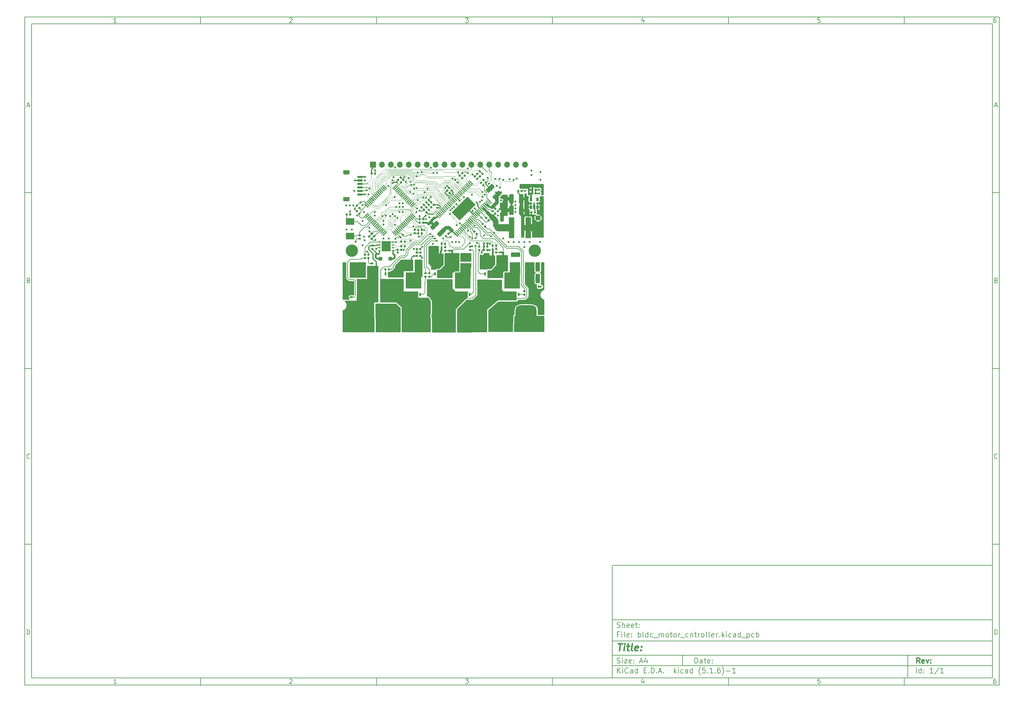
<source format=gbr>
G04 #@! TF.GenerationSoftware,KiCad,Pcbnew,(5.1.6)-1*
G04 #@! TF.CreationDate,2021-03-06T15:59:57+08:00*
G04 #@! TF.ProjectId,bldc_motor_cntroller,626c6463-5f6d-46f7-946f-725f636e7472,rev?*
G04 #@! TF.SameCoordinates,Original*
G04 #@! TF.FileFunction,Copper,L1,Top*
G04 #@! TF.FilePolarity,Positive*
%FSLAX46Y46*%
G04 Gerber Fmt 4.6, Leading zero omitted, Abs format (unit mm)*
G04 Created by KiCad (PCBNEW (5.1.6)-1) date 2021-03-06 15:59:57*
%MOMM*%
%LPD*%
G01*
G04 APERTURE LIST*
%ADD10C,0.100000*%
%ADD11C,0.150000*%
%ADD12C,0.300000*%
%ADD13C,0.400000*%
G04 #@! TA.AperFunction,EtchedComponent*
%ADD14C,0.100000*%
G04 #@! TD*
G04 #@! TA.AperFunction,SMDPad,CuDef*
%ADD15C,0.100000*%
G04 #@! TD*
G04 #@! TA.AperFunction,ComponentPad*
%ADD16C,3.500000*%
G04 #@! TD*
G04 #@! TA.AperFunction,ComponentPad*
%ADD17C,5.999480*%
G04 #@! TD*
G04 #@! TA.AperFunction,ComponentPad*
%ADD18R,5.999480X5.999480*%
G04 #@! TD*
G04 #@! TA.AperFunction,ComponentPad*
%ADD19O,1.700000X1.700000*%
G04 #@! TD*
G04 #@! TA.AperFunction,ComponentPad*
%ADD20R,1.700000X1.700000*%
G04 #@! TD*
G04 #@! TA.AperFunction,SMDPad,CuDef*
%ADD21R,1.100000X1.100000*%
G04 #@! TD*
G04 #@! TA.AperFunction,SMDPad,CuDef*
%ADD22R,1.600000X5.900000*%
G04 #@! TD*
G04 #@! TA.AperFunction,SMDPad,CuDef*
%ADD23C,1.500000*%
G04 #@! TD*
G04 #@! TA.AperFunction,SMDPad,CuDef*
%ADD24R,2.400000X1.900000*%
G04 #@! TD*
G04 #@! TA.AperFunction,SMDPad,CuDef*
%ADD25R,2.600000X3.000000*%
G04 #@! TD*
G04 #@! TA.AperFunction,SMDPad,CuDef*
%ADD26R,0.600000X0.300000*%
G04 #@! TD*
G04 #@! TA.AperFunction,SMDPad,CuDef*
%ADD27R,0.650000X1.060000*%
G04 #@! TD*
G04 #@! TA.AperFunction,Conductor*
%ADD28R,4.410000X4.550000*%
G04 #@! TD*
G04 #@! TA.AperFunction,SMDPad,CuDef*
%ADD29R,0.500000X0.850000*%
G04 #@! TD*
G04 #@! TA.AperFunction,Conductor*
%ADD30R,4.550000X4.410000*%
G04 #@! TD*
G04 #@! TA.AperFunction,SMDPad,CuDef*
%ADD31R,0.850000X0.500000*%
G04 #@! TD*
G04 #@! TA.AperFunction,Conductor*
%ADD32C,0.500000*%
G04 #@! TD*
G04 #@! TA.AperFunction,ComponentPad*
%ADD33C,6.000000*%
G04 #@! TD*
G04 #@! TA.AperFunction,ViaPad*
%ADD34C,0.600000*%
G04 #@! TD*
G04 #@! TA.AperFunction,Conductor*
%ADD35C,0.500000*%
G04 #@! TD*
G04 #@! TA.AperFunction,Conductor*
%ADD36C,1.000000*%
G04 #@! TD*
G04 #@! TA.AperFunction,Conductor*
%ADD37C,0.200000*%
G04 #@! TD*
G04 #@! TA.AperFunction,Conductor*
%ADD38C,0.300000*%
G04 #@! TD*
G04 #@! TA.AperFunction,Conductor*
%ADD39C,0.120000*%
G04 #@! TD*
G04 #@! TA.AperFunction,Conductor*
%ADD40C,0.800000*%
G04 #@! TD*
G04 #@! TA.AperFunction,Conductor*
%ADD41C,2.000000*%
G04 #@! TD*
G04 #@! TA.AperFunction,Conductor*
%ADD42C,1.500000*%
G04 #@! TD*
G04 #@! TA.AperFunction,Conductor*
%ADD43C,0.150000*%
G04 #@! TD*
G04 #@! TA.AperFunction,Conductor*
%ADD44C,4.000000*%
G04 #@! TD*
G04 #@! TA.AperFunction,Conductor*
%ADD45C,0.254000*%
G04 #@! TD*
G04 APERTURE END LIST*
D10*
D11*
X177002200Y-166007200D02*
X177002200Y-198007200D01*
X285002200Y-198007200D01*
X285002200Y-166007200D01*
X177002200Y-166007200D01*
D10*
D11*
X10000000Y-10000000D02*
X10000000Y-200007200D01*
X287002200Y-200007200D01*
X287002200Y-10000000D01*
X10000000Y-10000000D01*
D10*
D11*
X12000000Y-12000000D02*
X12000000Y-198007200D01*
X285002200Y-198007200D01*
X285002200Y-12000000D01*
X12000000Y-12000000D01*
D10*
D11*
X60000000Y-12000000D02*
X60000000Y-10000000D01*
D10*
D11*
X110000000Y-12000000D02*
X110000000Y-10000000D01*
D10*
D11*
X160000000Y-12000000D02*
X160000000Y-10000000D01*
D10*
D11*
X210000000Y-12000000D02*
X210000000Y-10000000D01*
D10*
D11*
X260000000Y-12000000D02*
X260000000Y-10000000D01*
D10*
D11*
X36065476Y-11588095D02*
X35322619Y-11588095D01*
X35694047Y-11588095D02*
X35694047Y-10288095D01*
X35570238Y-10473809D01*
X35446428Y-10597619D01*
X35322619Y-10659523D01*
D10*
D11*
X85322619Y-10411904D02*
X85384523Y-10350000D01*
X85508333Y-10288095D01*
X85817857Y-10288095D01*
X85941666Y-10350000D01*
X86003571Y-10411904D01*
X86065476Y-10535714D01*
X86065476Y-10659523D01*
X86003571Y-10845238D01*
X85260714Y-11588095D01*
X86065476Y-11588095D01*
D10*
D11*
X135260714Y-10288095D02*
X136065476Y-10288095D01*
X135632142Y-10783333D01*
X135817857Y-10783333D01*
X135941666Y-10845238D01*
X136003571Y-10907142D01*
X136065476Y-11030952D01*
X136065476Y-11340476D01*
X136003571Y-11464285D01*
X135941666Y-11526190D01*
X135817857Y-11588095D01*
X135446428Y-11588095D01*
X135322619Y-11526190D01*
X135260714Y-11464285D01*
D10*
D11*
X185941666Y-10721428D02*
X185941666Y-11588095D01*
X185632142Y-10226190D02*
X185322619Y-11154761D01*
X186127380Y-11154761D01*
D10*
D11*
X236003571Y-10288095D02*
X235384523Y-10288095D01*
X235322619Y-10907142D01*
X235384523Y-10845238D01*
X235508333Y-10783333D01*
X235817857Y-10783333D01*
X235941666Y-10845238D01*
X236003571Y-10907142D01*
X236065476Y-11030952D01*
X236065476Y-11340476D01*
X236003571Y-11464285D01*
X235941666Y-11526190D01*
X235817857Y-11588095D01*
X235508333Y-11588095D01*
X235384523Y-11526190D01*
X235322619Y-11464285D01*
D10*
D11*
X285941666Y-10288095D02*
X285694047Y-10288095D01*
X285570238Y-10350000D01*
X285508333Y-10411904D01*
X285384523Y-10597619D01*
X285322619Y-10845238D01*
X285322619Y-11340476D01*
X285384523Y-11464285D01*
X285446428Y-11526190D01*
X285570238Y-11588095D01*
X285817857Y-11588095D01*
X285941666Y-11526190D01*
X286003571Y-11464285D01*
X286065476Y-11340476D01*
X286065476Y-11030952D01*
X286003571Y-10907142D01*
X285941666Y-10845238D01*
X285817857Y-10783333D01*
X285570238Y-10783333D01*
X285446428Y-10845238D01*
X285384523Y-10907142D01*
X285322619Y-11030952D01*
D10*
D11*
X60000000Y-198007200D02*
X60000000Y-200007200D01*
D10*
D11*
X110000000Y-198007200D02*
X110000000Y-200007200D01*
D10*
D11*
X160000000Y-198007200D02*
X160000000Y-200007200D01*
D10*
D11*
X210000000Y-198007200D02*
X210000000Y-200007200D01*
D10*
D11*
X260000000Y-198007200D02*
X260000000Y-200007200D01*
D10*
D11*
X36065476Y-199595295D02*
X35322619Y-199595295D01*
X35694047Y-199595295D02*
X35694047Y-198295295D01*
X35570238Y-198481009D01*
X35446428Y-198604819D01*
X35322619Y-198666723D01*
D10*
D11*
X85322619Y-198419104D02*
X85384523Y-198357200D01*
X85508333Y-198295295D01*
X85817857Y-198295295D01*
X85941666Y-198357200D01*
X86003571Y-198419104D01*
X86065476Y-198542914D01*
X86065476Y-198666723D01*
X86003571Y-198852438D01*
X85260714Y-199595295D01*
X86065476Y-199595295D01*
D10*
D11*
X135260714Y-198295295D02*
X136065476Y-198295295D01*
X135632142Y-198790533D01*
X135817857Y-198790533D01*
X135941666Y-198852438D01*
X136003571Y-198914342D01*
X136065476Y-199038152D01*
X136065476Y-199347676D01*
X136003571Y-199471485D01*
X135941666Y-199533390D01*
X135817857Y-199595295D01*
X135446428Y-199595295D01*
X135322619Y-199533390D01*
X135260714Y-199471485D01*
D10*
D11*
X185941666Y-198728628D02*
X185941666Y-199595295D01*
X185632142Y-198233390D02*
X185322619Y-199161961D01*
X186127380Y-199161961D01*
D10*
D11*
X236003571Y-198295295D02*
X235384523Y-198295295D01*
X235322619Y-198914342D01*
X235384523Y-198852438D01*
X235508333Y-198790533D01*
X235817857Y-198790533D01*
X235941666Y-198852438D01*
X236003571Y-198914342D01*
X236065476Y-199038152D01*
X236065476Y-199347676D01*
X236003571Y-199471485D01*
X235941666Y-199533390D01*
X235817857Y-199595295D01*
X235508333Y-199595295D01*
X235384523Y-199533390D01*
X235322619Y-199471485D01*
D10*
D11*
X285941666Y-198295295D02*
X285694047Y-198295295D01*
X285570238Y-198357200D01*
X285508333Y-198419104D01*
X285384523Y-198604819D01*
X285322619Y-198852438D01*
X285322619Y-199347676D01*
X285384523Y-199471485D01*
X285446428Y-199533390D01*
X285570238Y-199595295D01*
X285817857Y-199595295D01*
X285941666Y-199533390D01*
X286003571Y-199471485D01*
X286065476Y-199347676D01*
X286065476Y-199038152D01*
X286003571Y-198914342D01*
X285941666Y-198852438D01*
X285817857Y-198790533D01*
X285570238Y-198790533D01*
X285446428Y-198852438D01*
X285384523Y-198914342D01*
X285322619Y-199038152D01*
D10*
D11*
X10000000Y-60000000D02*
X12000000Y-60000000D01*
D10*
D11*
X10000000Y-110000000D02*
X12000000Y-110000000D01*
D10*
D11*
X10000000Y-160000000D02*
X12000000Y-160000000D01*
D10*
D11*
X10690476Y-35216666D02*
X11309523Y-35216666D01*
X10566666Y-35588095D02*
X11000000Y-34288095D01*
X11433333Y-35588095D01*
D10*
D11*
X11092857Y-84907142D02*
X11278571Y-84969047D01*
X11340476Y-85030952D01*
X11402380Y-85154761D01*
X11402380Y-85340476D01*
X11340476Y-85464285D01*
X11278571Y-85526190D01*
X11154761Y-85588095D01*
X10659523Y-85588095D01*
X10659523Y-84288095D01*
X11092857Y-84288095D01*
X11216666Y-84350000D01*
X11278571Y-84411904D01*
X11340476Y-84535714D01*
X11340476Y-84659523D01*
X11278571Y-84783333D01*
X11216666Y-84845238D01*
X11092857Y-84907142D01*
X10659523Y-84907142D01*
D10*
D11*
X11402380Y-135464285D02*
X11340476Y-135526190D01*
X11154761Y-135588095D01*
X11030952Y-135588095D01*
X10845238Y-135526190D01*
X10721428Y-135402380D01*
X10659523Y-135278571D01*
X10597619Y-135030952D01*
X10597619Y-134845238D01*
X10659523Y-134597619D01*
X10721428Y-134473809D01*
X10845238Y-134350000D01*
X11030952Y-134288095D01*
X11154761Y-134288095D01*
X11340476Y-134350000D01*
X11402380Y-134411904D01*
D10*
D11*
X10659523Y-185588095D02*
X10659523Y-184288095D01*
X10969047Y-184288095D01*
X11154761Y-184350000D01*
X11278571Y-184473809D01*
X11340476Y-184597619D01*
X11402380Y-184845238D01*
X11402380Y-185030952D01*
X11340476Y-185278571D01*
X11278571Y-185402380D01*
X11154761Y-185526190D01*
X10969047Y-185588095D01*
X10659523Y-185588095D01*
D10*
D11*
X287002200Y-60000000D02*
X285002200Y-60000000D01*
D10*
D11*
X287002200Y-110000000D02*
X285002200Y-110000000D01*
D10*
D11*
X287002200Y-160000000D02*
X285002200Y-160000000D01*
D10*
D11*
X285692676Y-35216666D02*
X286311723Y-35216666D01*
X285568866Y-35588095D02*
X286002200Y-34288095D01*
X286435533Y-35588095D01*
D10*
D11*
X286095057Y-84907142D02*
X286280771Y-84969047D01*
X286342676Y-85030952D01*
X286404580Y-85154761D01*
X286404580Y-85340476D01*
X286342676Y-85464285D01*
X286280771Y-85526190D01*
X286156961Y-85588095D01*
X285661723Y-85588095D01*
X285661723Y-84288095D01*
X286095057Y-84288095D01*
X286218866Y-84350000D01*
X286280771Y-84411904D01*
X286342676Y-84535714D01*
X286342676Y-84659523D01*
X286280771Y-84783333D01*
X286218866Y-84845238D01*
X286095057Y-84907142D01*
X285661723Y-84907142D01*
D10*
D11*
X286404580Y-135464285D02*
X286342676Y-135526190D01*
X286156961Y-135588095D01*
X286033152Y-135588095D01*
X285847438Y-135526190D01*
X285723628Y-135402380D01*
X285661723Y-135278571D01*
X285599819Y-135030952D01*
X285599819Y-134845238D01*
X285661723Y-134597619D01*
X285723628Y-134473809D01*
X285847438Y-134350000D01*
X286033152Y-134288095D01*
X286156961Y-134288095D01*
X286342676Y-134350000D01*
X286404580Y-134411904D01*
D10*
D11*
X285661723Y-185588095D02*
X285661723Y-184288095D01*
X285971247Y-184288095D01*
X286156961Y-184350000D01*
X286280771Y-184473809D01*
X286342676Y-184597619D01*
X286404580Y-184845238D01*
X286404580Y-185030952D01*
X286342676Y-185278571D01*
X286280771Y-185402380D01*
X286156961Y-185526190D01*
X285971247Y-185588095D01*
X285661723Y-185588095D01*
D10*
D11*
X200434342Y-193785771D02*
X200434342Y-192285771D01*
X200791485Y-192285771D01*
X201005771Y-192357200D01*
X201148628Y-192500057D01*
X201220057Y-192642914D01*
X201291485Y-192928628D01*
X201291485Y-193142914D01*
X201220057Y-193428628D01*
X201148628Y-193571485D01*
X201005771Y-193714342D01*
X200791485Y-193785771D01*
X200434342Y-193785771D01*
X202577200Y-193785771D02*
X202577200Y-193000057D01*
X202505771Y-192857200D01*
X202362914Y-192785771D01*
X202077200Y-192785771D01*
X201934342Y-192857200D01*
X202577200Y-193714342D02*
X202434342Y-193785771D01*
X202077200Y-193785771D01*
X201934342Y-193714342D01*
X201862914Y-193571485D01*
X201862914Y-193428628D01*
X201934342Y-193285771D01*
X202077200Y-193214342D01*
X202434342Y-193214342D01*
X202577200Y-193142914D01*
X203077200Y-192785771D02*
X203648628Y-192785771D01*
X203291485Y-192285771D02*
X203291485Y-193571485D01*
X203362914Y-193714342D01*
X203505771Y-193785771D01*
X203648628Y-193785771D01*
X204720057Y-193714342D02*
X204577200Y-193785771D01*
X204291485Y-193785771D01*
X204148628Y-193714342D01*
X204077200Y-193571485D01*
X204077200Y-193000057D01*
X204148628Y-192857200D01*
X204291485Y-192785771D01*
X204577200Y-192785771D01*
X204720057Y-192857200D01*
X204791485Y-193000057D01*
X204791485Y-193142914D01*
X204077200Y-193285771D01*
X205434342Y-193642914D02*
X205505771Y-193714342D01*
X205434342Y-193785771D01*
X205362914Y-193714342D01*
X205434342Y-193642914D01*
X205434342Y-193785771D01*
X205434342Y-192857200D02*
X205505771Y-192928628D01*
X205434342Y-193000057D01*
X205362914Y-192928628D01*
X205434342Y-192857200D01*
X205434342Y-193000057D01*
D10*
D11*
X177002200Y-194507200D02*
X285002200Y-194507200D01*
D10*
D11*
X178434342Y-196585771D02*
X178434342Y-195085771D01*
X179291485Y-196585771D02*
X178648628Y-195728628D01*
X179291485Y-195085771D02*
X178434342Y-195942914D01*
X179934342Y-196585771D02*
X179934342Y-195585771D01*
X179934342Y-195085771D02*
X179862914Y-195157200D01*
X179934342Y-195228628D01*
X180005771Y-195157200D01*
X179934342Y-195085771D01*
X179934342Y-195228628D01*
X181505771Y-196442914D02*
X181434342Y-196514342D01*
X181220057Y-196585771D01*
X181077200Y-196585771D01*
X180862914Y-196514342D01*
X180720057Y-196371485D01*
X180648628Y-196228628D01*
X180577200Y-195942914D01*
X180577200Y-195728628D01*
X180648628Y-195442914D01*
X180720057Y-195300057D01*
X180862914Y-195157200D01*
X181077200Y-195085771D01*
X181220057Y-195085771D01*
X181434342Y-195157200D01*
X181505771Y-195228628D01*
X182791485Y-196585771D02*
X182791485Y-195800057D01*
X182720057Y-195657200D01*
X182577200Y-195585771D01*
X182291485Y-195585771D01*
X182148628Y-195657200D01*
X182791485Y-196514342D02*
X182648628Y-196585771D01*
X182291485Y-196585771D01*
X182148628Y-196514342D01*
X182077200Y-196371485D01*
X182077200Y-196228628D01*
X182148628Y-196085771D01*
X182291485Y-196014342D01*
X182648628Y-196014342D01*
X182791485Y-195942914D01*
X184148628Y-196585771D02*
X184148628Y-195085771D01*
X184148628Y-196514342D02*
X184005771Y-196585771D01*
X183720057Y-196585771D01*
X183577200Y-196514342D01*
X183505771Y-196442914D01*
X183434342Y-196300057D01*
X183434342Y-195871485D01*
X183505771Y-195728628D01*
X183577200Y-195657200D01*
X183720057Y-195585771D01*
X184005771Y-195585771D01*
X184148628Y-195657200D01*
X186005771Y-195800057D02*
X186505771Y-195800057D01*
X186720057Y-196585771D02*
X186005771Y-196585771D01*
X186005771Y-195085771D01*
X186720057Y-195085771D01*
X187362914Y-196442914D02*
X187434342Y-196514342D01*
X187362914Y-196585771D01*
X187291485Y-196514342D01*
X187362914Y-196442914D01*
X187362914Y-196585771D01*
X188077200Y-196585771D02*
X188077200Y-195085771D01*
X188434342Y-195085771D01*
X188648628Y-195157200D01*
X188791485Y-195300057D01*
X188862914Y-195442914D01*
X188934342Y-195728628D01*
X188934342Y-195942914D01*
X188862914Y-196228628D01*
X188791485Y-196371485D01*
X188648628Y-196514342D01*
X188434342Y-196585771D01*
X188077200Y-196585771D01*
X189577200Y-196442914D02*
X189648628Y-196514342D01*
X189577200Y-196585771D01*
X189505771Y-196514342D01*
X189577200Y-196442914D01*
X189577200Y-196585771D01*
X190220057Y-196157200D02*
X190934342Y-196157200D01*
X190077200Y-196585771D02*
X190577200Y-195085771D01*
X191077200Y-196585771D01*
X191577200Y-196442914D02*
X191648628Y-196514342D01*
X191577200Y-196585771D01*
X191505771Y-196514342D01*
X191577200Y-196442914D01*
X191577200Y-196585771D01*
X194577200Y-196585771D02*
X194577200Y-195085771D01*
X194720057Y-196014342D02*
X195148628Y-196585771D01*
X195148628Y-195585771D02*
X194577200Y-196157200D01*
X195791485Y-196585771D02*
X195791485Y-195585771D01*
X195791485Y-195085771D02*
X195720057Y-195157200D01*
X195791485Y-195228628D01*
X195862914Y-195157200D01*
X195791485Y-195085771D01*
X195791485Y-195228628D01*
X197148628Y-196514342D02*
X197005771Y-196585771D01*
X196720057Y-196585771D01*
X196577200Y-196514342D01*
X196505771Y-196442914D01*
X196434342Y-196300057D01*
X196434342Y-195871485D01*
X196505771Y-195728628D01*
X196577200Y-195657200D01*
X196720057Y-195585771D01*
X197005771Y-195585771D01*
X197148628Y-195657200D01*
X198434342Y-196585771D02*
X198434342Y-195800057D01*
X198362914Y-195657200D01*
X198220057Y-195585771D01*
X197934342Y-195585771D01*
X197791485Y-195657200D01*
X198434342Y-196514342D02*
X198291485Y-196585771D01*
X197934342Y-196585771D01*
X197791485Y-196514342D01*
X197720057Y-196371485D01*
X197720057Y-196228628D01*
X197791485Y-196085771D01*
X197934342Y-196014342D01*
X198291485Y-196014342D01*
X198434342Y-195942914D01*
X199791485Y-196585771D02*
X199791485Y-195085771D01*
X199791485Y-196514342D02*
X199648628Y-196585771D01*
X199362914Y-196585771D01*
X199220057Y-196514342D01*
X199148628Y-196442914D01*
X199077200Y-196300057D01*
X199077200Y-195871485D01*
X199148628Y-195728628D01*
X199220057Y-195657200D01*
X199362914Y-195585771D01*
X199648628Y-195585771D01*
X199791485Y-195657200D01*
X202077200Y-197157200D02*
X202005771Y-197085771D01*
X201862914Y-196871485D01*
X201791485Y-196728628D01*
X201720057Y-196514342D01*
X201648628Y-196157200D01*
X201648628Y-195871485D01*
X201720057Y-195514342D01*
X201791485Y-195300057D01*
X201862914Y-195157200D01*
X202005771Y-194942914D01*
X202077200Y-194871485D01*
X203362914Y-195085771D02*
X202648628Y-195085771D01*
X202577200Y-195800057D01*
X202648628Y-195728628D01*
X202791485Y-195657200D01*
X203148628Y-195657200D01*
X203291485Y-195728628D01*
X203362914Y-195800057D01*
X203434342Y-195942914D01*
X203434342Y-196300057D01*
X203362914Y-196442914D01*
X203291485Y-196514342D01*
X203148628Y-196585771D01*
X202791485Y-196585771D01*
X202648628Y-196514342D01*
X202577200Y-196442914D01*
X204077200Y-196442914D02*
X204148628Y-196514342D01*
X204077200Y-196585771D01*
X204005771Y-196514342D01*
X204077200Y-196442914D01*
X204077200Y-196585771D01*
X205577200Y-196585771D02*
X204720057Y-196585771D01*
X205148628Y-196585771D02*
X205148628Y-195085771D01*
X205005771Y-195300057D01*
X204862914Y-195442914D01*
X204720057Y-195514342D01*
X206220057Y-196442914D02*
X206291485Y-196514342D01*
X206220057Y-196585771D01*
X206148628Y-196514342D01*
X206220057Y-196442914D01*
X206220057Y-196585771D01*
X207577200Y-195085771D02*
X207291485Y-195085771D01*
X207148628Y-195157200D01*
X207077200Y-195228628D01*
X206934342Y-195442914D01*
X206862914Y-195728628D01*
X206862914Y-196300057D01*
X206934342Y-196442914D01*
X207005771Y-196514342D01*
X207148628Y-196585771D01*
X207434342Y-196585771D01*
X207577200Y-196514342D01*
X207648628Y-196442914D01*
X207720057Y-196300057D01*
X207720057Y-195942914D01*
X207648628Y-195800057D01*
X207577200Y-195728628D01*
X207434342Y-195657200D01*
X207148628Y-195657200D01*
X207005771Y-195728628D01*
X206934342Y-195800057D01*
X206862914Y-195942914D01*
X208220057Y-197157200D02*
X208291485Y-197085771D01*
X208434342Y-196871485D01*
X208505771Y-196728628D01*
X208577200Y-196514342D01*
X208648628Y-196157200D01*
X208648628Y-195871485D01*
X208577200Y-195514342D01*
X208505771Y-195300057D01*
X208434342Y-195157200D01*
X208291485Y-194942914D01*
X208220057Y-194871485D01*
X209362914Y-196014342D02*
X210505771Y-196014342D01*
X212005771Y-196585771D02*
X211148628Y-196585771D01*
X211577200Y-196585771D02*
X211577200Y-195085771D01*
X211434342Y-195300057D01*
X211291485Y-195442914D01*
X211148628Y-195514342D01*
D10*
D11*
X177002200Y-191507200D02*
X285002200Y-191507200D01*
D10*
D12*
X264411485Y-193785771D02*
X263911485Y-193071485D01*
X263554342Y-193785771D02*
X263554342Y-192285771D01*
X264125771Y-192285771D01*
X264268628Y-192357200D01*
X264340057Y-192428628D01*
X264411485Y-192571485D01*
X264411485Y-192785771D01*
X264340057Y-192928628D01*
X264268628Y-193000057D01*
X264125771Y-193071485D01*
X263554342Y-193071485D01*
X265625771Y-193714342D02*
X265482914Y-193785771D01*
X265197200Y-193785771D01*
X265054342Y-193714342D01*
X264982914Y-193571485D01*
X264982914Y-193000057D01*
X265054342Y-192857200D01*
X265197200Y-192785771D01*
X265482914Y-192785771D01*
X265625771Y-192857200D01*
X265697200Y-193000057D01*
X265697200Y-193142914D01*
X264982914Y-193285771D01*
X266197200Y-192785771D02*
X266554342Y-193785771D01*
X266911485Y-192785771D01*
X267482914Y-193642914D02*
X267554342Y-193714342D01*
X267482914Y-193785771D01*
X267411485Y-193714342D01*
X267482914Y-193642914D01*
X267482914Y-193785771D01*
X267482914Y-192857200D02*
X267554342Y-192928628D01*
X267482914Y-193000057D01*
X267411485Y-192928628D01*
X267482914Y-192857200D01*
X267482914Y-193000057D01*
D10*
D11*
X178362914Y-193714342D02*
X178577200Y-193785771D01*
X178934342Y-193785771D01*
X179077200Y-193714342D01*
X179148628Y-193642914D01*
X179220057Y-193500057D01*
X179220057Y-193357200D01*
X179148628Y-193214342D01*
X179077200Y-193142914D01*
X178934342Y-193071485D01*
X178648628Y-193000057D01*
X178505771Y-192928628D01*
X178434342Y-192857200D01*
X178362914Y-192714342D01*
X178362914Y-192571485D01*
X178434342Y-192428628D01*
X178505771Y-192357200D01*
X178648628Y-192285771D01*
X179005771Y-192285771D01*
X179220057Y-192357200D01*
X179862914Y-193785771D02*
X179862914Y-192785771D01*
X179862914Y-192285771D02*
X179791485Y-192357200D01*
X179862914Y-192428628D01*
X179934342Y-192357200D01*
X179862914Y-192285771D01*
X179862914Y-192428628D01*
X180434342Y-192785771D02*
X181220057Y-192785771D01*
X180434342Y-193785771D01*
X181220057Y-193785771D01*
X182362914Y-193714342D02*
X182220057Y-193785771D01*
X181934342Y-193785771D01*
X181791485Y-193714342D01*
X181720057Y-193571485D01*
X181720057Y-193000057D01*
X181791485Y-192857200D01*
X181934342Y-192785771D01*
X182220057Y-192785771D01*
X182362914Y-192857200D01*
X182434342Y-193000057D01*
X182434342Y-193142914D01*
X181720057Y-193285771D01*
X183077200Y-193642914D02*
X183148628Y-193714342D01*
X183077200Y-193785771D01*
X183005771Y-193714342D01*
X183077200Y-193642914D01*
X183077200Y-193785771D01*
X183077200Y-192857200D02*
X183148628Y-192928628D01*
X183077200Y-193000057D01*
X183005771Y-192928628D01*
X183077200Y-192857200D01*
X183077200Y-193000057D01*
X184862914Y-193357200D02*
X185577200Y-193357200D01*
X184720057Y-193785771D02*
X185220057Y-192285771D01*
X185720057Y-193785771D01*
X186862914Y-192785771D02*
X186862914Y-193785771D01*
X186505771Y-192214342D02*
X186148628Y-193285771D01*
X187077200Y-193285771D01*
D10*
D11*
X263434342Y-196585771D02*
X263434342Y-195085771D01*
X264791485Y-196585771D02*
X264791485Y-195085771D01*
X264791485Y-196514342D02*
X264648628Y-196585771D01*
X264362914Y-196585771D01*
X264220057Y-196514342D01*
X264148628Y-196442914D01*
X264077200Y-196300057D01*
X264077200Y-195871485D01*
X264148628Y-195728628D01*
X264220057Y-195657200D01*
X264362914Y-195585771D01*
X264648628Y-195585771D01*
X264791485Y-195657200D01*
X265505771Y-196442914D02*
X265577200Y-196514342D01*
X265505771Y-196585771D01*
X265434342Y-196514342D01*
X265505771Y-196442914D01*
X265505771Y-196585771D01*
X265505771Y-195657200D02*
X265577200Y-195728628D01*
X265505771Y-195800057D01*
X265434342Y-195728628D01*
X265505771Y-195657200D01*
X265505771Y-195800057D01*
X268148628Y-196585771D02*
X267291485Y-196585771D01*
X267720057Y-196585771D02*
X267720057Y-195085771D01*
X267577200Y-195300057D01*
X267434342Y-195442914D01*
X267291485Y-195514342D01*
X269862914Y-195014342D02*
X268577200Y-196942914D01*
X271148628Y-196585771D02*
X270291485Y-196585771D01*
X270720057Y-196585771D02*
X270720057Y-195085771D01*
X270577200Y-195300057D01*
X270434342Y-195442914D01*
X270291485Y-195514342D01*
D10*
D11*
X177002200Y-187507200D02*
X285002200Y-187507200D01*
D10*
D13*
X178714580Y-188211961D02*
X179857438Y-188211961D01*
X179036009Y-190211961D02*
X179286009Y-188211961D01*
X180274104Y-190211961D02*
X180440771Y-188878628D01*
X180524104Y-188211961D02*
X180416961Y-188307200D01*
X180500295Y-188402438D01*
X180607438Y-188307200D01*
X180524104Y-188211961D01*
X180500295Y-188402438D01*
X181107438Y-188878628D02*
X181869342Y-188878628D01*
X181476485Y-188211961D02*
X181262200Y-189926247D01*
X181333628Y-190116723D01*
X181512200Y-190211961D01*
X181702676Y-190211961D01*
X182655057Y-190211961D02*
X182476485Y-190116723D01*
X182405057Y-189926247D01*
X182619342Y-188211961D01*
X184190771Y-190116723D02*
X183988390Y-190211961D01*
X183607438Y-190211961D01*
X183428866Y-190116723D01*
X183357438Y-189926247D01*
X183452676Y-189164342D01*
X183571723Y-188973866D01*
X183774104Y-188878628D01*
X184155057Y-188878628D01*
X184333628Y-188973866D01*
X184405057Y-189164342D01*
X184381247Y-189354819D01*
X183405057Y-189545295D01*
X185155057Y-190021485D02*
X185238390Y-190116723D01*
X185131247Y-190211961D01*
X185047914Y-190116723D01*
X185155057Y-190021485D01*
X185131247Y-190211961D01*
X185286009Y-188973866D02*
X185369342Y-189069104D01*
X185262200Y-189164342D01*
X185178866Y-189069104D01*
X185286009Y-188973866D01*
X185262200Y-189164342D01*
D10*
D11*
X178934342Y-185600057D02*
X178434342Y-185600057D01*
X178434342Y-186385771D02*
X178434342Y-184885771D01*
X179148628Y-184885771D01*
X179720057Y-186385771D02*
X179720057Y-185385771D01*
X179720057Y-184885771D02*
X179648628Y-184957200D01*
X179720057Y-185028628D01*
X179791485Y-184957200D01*
X179720057Y-184885771D01*
X179720057Y-185028628D01*
X180648628Y-186385771D02*
X180505771Y-186314342D01*
X180434342Y-186171485D01*
X180434342Y-184885771D01*
X181791485Y-186314342D02*
X181648628Y-186385771D01*
X181362914Y-186385771D01*
X181220057Y-186314342D01*
X181148628Y-186171485D01*
X181148628Y-185600057D01*
X181220057Y-185457200D01*
X181362914Y-185385771D01*
X181648628Y-185385771D01*
X181791485Y-185457200D01*
X181862914Y-185600057D01*
X181862914Y-185742914D01*
X181148628Y-185885771D01*
X182505771Y-186242914D02*
X182577200Y-186314342D01*
X182505771Y-186385771D01*
X182434342Y-186314342D01*
X182505771Y-186242914D01*
X182505771Y-186385771D01*
X182505771Y-185457200D02*
X182577200Y-185528628D01*
X182505771Y-185600057D01*
X182434342Y-185528628D01*
X182505771Y-185457200D01*
X182505771Y-185600057D01*
X184362914Y-186385771D02*
X184362914Y-184885771D01*
X184362914Y-185457200D02*
X184505771Y-185385771D01*
X184791485Y-185385771D01*
X184934342Y-185457200D01*
X185005771Y-185528628D01*
X185077200Y-185671485D01*
X185077200Y-186100057D01*
X185005771Y-186242914D01*
X184934342Y-186314342D01*
X184791485Y-186385771D01*
X184505771Y-186385771D01*
X184362914Y-186314342D01*
X185934342Y-186385771D02*
X185791485Y-186314342D01*
X185720057Y-186171485D01*
X185720057Y-184885771D01*
X187148628Y-186385771D02*
X187148628Y-184885771D01*
X187148628Y-186314342D02*
X187005771Y-186385771D01*
X186720057Y-186385771D01*
X186577200Y-186314342D01*
X186505771Y-186242914D01*
X186434342Y-186100057D01*
X186434342Y-185671485D01*
X186505771Y-185528628D01*
X186577200Y-185457200D01*
X186720057Y-185385771D01*
X187005771Y-185385771D01*
X187148628Y-185457200D01*
X188505771Y-186314342D02*
X188362914Y-186385771D01*
X188077200Y-186385771D01*
X187934342Y-186314342D01*
X187862914Y-186242914D01*
X187791485Y-186100057D01*
X187791485Y-185671485D01*
X187862914Y-185528628D01*
X187934342Y-185457200D01*
X188077200Y-185385771D01*
X188362914Y-185385771D01*
X188505771Y-185457200D01*
X188791485Y-186528628D02*
X189934342Y-186528628D01*
X190291485Y-186385771D02*
X190291485Y-185385771D01*
X190291485Y-185528628D02*
X190362914Y-185457200D01*
X190505771Y-185385771D01*
X190720057Y-185385771D01*
X190862914Y-185457200D01*
X190934342Y-185600057D01*
X190934342Y-186385771D01*
X190934342Y-185600057D02*
X191005771Y-185457200D01*
X191148628Y-185385771D01*
X191362914Y-185385771D01*
X191505771Y-185457200D01*
X191577200Y-185600057D01*
X191577200Y-186385771D01*
X192505771Y-186385771D02*
X192362914Y-186314342D01*
X192291485Y-186242914D01*
X192220057Y-186100057D01*
X192220057Y-185671485D01*
X192291485Y-185528628D01*
X192362914Y-185457200D01*
X192505771Y-185385771D01*
X192720057Y-185385771D01*
X192862914Y-185457200D01*
X192934342Y-185528628D01*
X193005771Y-185671485D01*
X193005771Y-186100057D01*
X192934342Y-186242914D01*
X192862914Y-186314342D01*
X192720057Y-186385771D01*
X192505771Y-186385771D01*
X193434342Y-185385771D02*
X194005771Y-185385771D01*
X193648628Y-184885771D02*
X193648628Y-186171485D01*
X193720057Y-186314342D01*
X193862914Y-186385771D01*
X194005771Y-186385771D01*
X194720057Y-186385771D02*
X194577200Y-186314342D01*
X194505771Y-186242914D01*
X194434342Y-186100057D01*
X194434342Y-185671485D01*
X194505771Y-185528628D01*
X194577200Y-185457200D01*
X194720057Y-185385771D01*
X194934342Y-185385771D01*
X195077200Y-185457200D01*
X195148628Y-185528628D01*
X195220057Y-185671485D01*
X195220057Y-186100057D01*
X195148628Y-186242914D01*
X195077200Y-186314342D01*
X194934342Y-186385771D01*
X194720057Y-186385771D01*
X195862914Y-186385771D02*
X195862914Y-185385771D01*
X195862914Y-185671485D02*
X195934342Y-185528628D01*
X196005771Y-185457200D01*
X196148628Y-185385771D01*
X196291485Y-185385771D01*
X196434342Y-186528628D02*
X197577200Y-186528628D01*
X198577200Y-186314342D02*
X198434342Y-186385771D01*
X198148628Y-186385771D01*
X198005771Y-186314342D01*
X197934342Y-186242914D01*
X197862914Y-186100057D01*
X197862914Y-185671485D01*
X197934342Y-185528628D01*
X198005771Y-185457200D01*
X198148628Y-185385771D01*
X198434342Y-185385771D01*
X198577200Y-185457200D01*
X199220057Y-185385771D02*
X199220057Y-186385771D01*
X199220057Y-185528628D02*
X199291485Y-185457200D01*
X199434342Y-185385771D01*
X199648628Y-185385771D01*
X199791485Y-185457200D01*
X199862914Y-185600057D01*
X199862914Y-186385771D01*
X200362914Y-185385771D02*
X200934342Y-185385771D01*
X200577200Y-184885771D02*
X200577200Y-186171485D01*
X200648628Y-186314342D01*
X200791485Y-186385771D01*
X200934342Y-186385771D01*
X201434342Y-186385771D02*
X201434342Y-185385771D01*
X201434342Y-185671485D02*
X201505771Y-185528628D01*
X201577200Y-185457200D01*
X201720057Y-185385771D01*
X201862914Y-185385771D01*
X202577200Y-186385771D02*
X202434342Y-186314342D01*
X202362914Y-186242914D01*
X202291485Y-186100057D01*
X202291485Y-185671485D01*
X202362914Y-185528628D01*
X202434342Y-185457200D01*
X202577200Y-185385771D01*
X202791485Y-185385771D01*
X202934342Y-185457200D01*
X203005771Y-185528628D01*
X203077200Y-185671485D01*
X203077200Y-186100057D01*
X203005771Y-186242914D01*
X202934342Y-186314342D01*
X202791485Y-186385771D01*
X202577200Y-186385771D01*
X203934342Y-186385771D02*
X203791485Y-186314342D01*
X203720057Y-186171485D01*
X203720057Y-184885771D01*
X204720057Y-186385771D02*
X204577200Y-186314342D01*
X204505771Y-186171485D01*
X204505771Y-184885771D01*
X205862914Y-186314342D02*
X205720057Y-186385771D01*
X205434342Y-186385771D01*
X205291485Y-186314342D01*
X205220057Y-186171485D01*
X205220057Y-185600057D01*
X205291485Y-185457200D01*
X205434342Y-185385771D01*
X205720057Y-185385771D01*
X205862914Y-185457200D01*
X205934342Y-185600057D01*
X205934342Y-185742914D01*
X205220057Y-185885771D01*
X206577200Y-186385771D02*
X206577200Y-185385771D01*
X206577200Y-185671485D02*
X206648628Y-185528628D01*
X206720057Y-185457200D01*
X206862914Y-185385771D01*
X207005771Y-185385771D01*
X207505771Y-186242914D02*
X207577200Y-186314342D01*
X207505771Y-186385771D01*
X207434342Y-186314342D01*
X207505771Y-186242914D01*
X207505771Y-186385771D01*
X208220057Y-186385771D02*
X208220057Y-184885771D01*
X208362914Y-185814342D02*
X208791485Y-186385771D01*
X208791485Y-185385771D02*
X208220057Y-185957200D01*
X209434342Y-186385771D02*
X209434342Y-185385771D01*
X209434342Y-184885771D02*
X209362914Y-184957200D01*
X209434342Y-185028628D01*
X209505771Y-184957200D01*
X209434342Y-184885771D01*
X209434342Y-185028628D01*
X210791485Y-186314342D02*
X210648628Y-186385771D01*
X210362914Y-186385771D01*
X210220057Y-186314342D01*
X210148628Y-186242914D01*
X210077200Y-186100057D01*
X210077200Y-185671485D01*
X210148628Y-185528628D01*
X210220057Y-185457200D01*
X210362914Y-185385771D01*
X210648628Y-185385771D01*
X210791485Y-185457200D01*
X212077200Y-186385771D02*
X212077200Y-185600057D01*
X212005771Y-185457200D01*
X211862914Y-185385771D01*
X211577200Y-185385771D01*
X211434342Y-185457200D01*
X212077200Y-186314342D02*
X211934342Y-186385771D01*
X211577200Y-186385771D01*
X211434342Y-186314342D01*
X211362914Y-186171485D01*
X211362914Y-186028628D01*
X211434342Y-185885771D01*
X211577200Y-185814342D01*
X211934342Y-185814342D01*
X212077200Y-185742914D01*
X213434342Y-186385771D02*
X213434342Y-184885771D01*
X213434342Y-186314342D02*
X213291485Y-186385771D01*
X213005771Y-186385771D01*
X212862914Y-186314342D01*
X212791485Y-186242914D01*
X212720057Y-186100057D01*
X212720057Y-185671485D01*
X212791485Y-185528628D01*
X212862914Y-185457200D01*
X213005771Y-185385771D01*
X213291485Y-185385771D01*
X213434342Y-185457200D01*
X213791485Y-186528628D02*
X214934342Y-186528628D01*
X215291485Y-185385771D02*
X215291485Y-186885771D01*
X215291485Y-185457200D02*
X215434342Y-185385771D01*
X215720057Y-185385771D01*
X215862914Y-185457200D01*
X215934342Y-185528628D01*
X216005771Y-185671485D01*
X216005771Y-186100057D01*
X215934342Y-186242914D01*
X215862914Y-186314342D01*
X215720057Y-186385771D01*
X215434342Y-186385771D01*
X215291485Y-186314342D01*
X217291485Y-186314342D02*
X217148628Y-186385771D01*
X216862914Y-186385771D01*
X216720057Y-186314342D01*
X216648628Y-186242914D01*
X216577200Y-186100057D01*
X216577200Y-185671485D01*
X216648628Y-185528628D01*
X216720057Y-185457200D01*
X216862914Y-185385771D01*
X217148628Y-185385771D01*
X217291485Y-185457200D01*
X217934342Y-186385771D02*
X217934342Y-184885771D01*
X217934342Y-185457200D02*
X218077200Y-185385771D01*
X218362914Y-185385771D01*
X218505771Y-185457200D01*
X218577200Y-185528628D01*
X218648628Y-185671485D01*
X218648628Y-186100057D01*
X218577200Y-186242914D01*
X218505771Y-186314342D01*
X218362914Y-186385771D01*
X218077200Y-186385771D01*
X217934342Y-186314342D01*
D10*
D11*
X177002200Y-181507200D02*
X285002200Y-181507200D01*
D10*
D11*
X178362914Y-183614342D02*
X178577200Y-183685771D01*
X178934342Y-183685771D01*
X179077200Y-183614342D01*
X179148628Y-183542914D01*
X179220057Y-183400057D01*
X179220057Y-183257200D01*
X179148628Y-183114342D01*
X179077200Y-183042914D01*
X178934342Y-182971485D01*
X178648628Y-182900057D01*
X178505771Y-182828628D01*
X178434342Y-182757200D01*
X178362914Y-182614342D01*
X178362914Y-182471485D01*
X178434342Y-182328628D01*
X178505771Y-182257200D01*
X178648628Y-182185771D01*
X179005771Y-182185771D01*
X179220057Y-182257200D01*
X179862914Y-183685771D02*
X179862914Y-182185771D01*
X180505771Y-183685771D02*
X180505771Y-182900057D01*
X180434342Y-182757200D01*
X180291485Y-182685771D01*
X180077200Y-182685771D01*
X179934342Y-182757200D01*
X179862914Y-182828628D01*
X181791485Y-183614342D02*
X181648628Y-183685771D01*
X181362914Y-183685771D01*
X181220057Y-183614342D01*
X181148628Y-183471485D01*
X181148628Y-182900057D01*
X181220057Y-182757200D01*
X181362914Y-182685771D01*
X181648628Y-182685771D01*
X181791485Y-182757200D01*
X181862914Y-182900057D01*
X181862914Y-183042914D01*
X181148628Y-183185771D01*
X183077200Y-183614342D02*
X182934342Y-183685771D01*
X182648628Y-183685771D01*
X182505771Y-183614342D01*
X182434342Y-183471485D01*
X182434342Y-182900057D01*
X182505771Y-182757200D01*
X182648628Y-182685771D01*
X182934342Y-182685771D01*
X183077200Y-182757200D01*
X183148628Y-182900057D01*
X183148628Y-183042914D01*
X182434342Y-183185771D01*
X183577200Y-182685771D02*
X184148628Y-182685771D01*
X183791485Y-182185771D02*
X183791485Y-183471485D01*
X183862914Y-183614342D01*
X184005771Y-183685771D01*
X184148628Y-183685771D01*
X184648628Y-183542914D02*
X184720057Y-183614342D01*
X184648628Y-183685771D01*
X184577200Y-183614342D01*
X184648628Y-183542914D01*
X184648628Y-183685771D01*
X184648628Y-182757200D02*
X184720057Y-182828628D01*
X184648628Y-182900057D01*
X184577200Y-182828628D01*
X184648628Y-182757200D01*
X184648628Y-182900057D01*
D10*
D11*
X197002200Y-191507200D02*
X197002200Y-194507200D01*
D10*
D11*
X261002200Y-191507200D02*
X261002200Y-198007200D01*
D14*
G36*
X143250000Y-76000000D02*
G01*
X143250000Y-77000000D01*
X142750000Y-77000000D01*
X142750000Y-76000000D01*
X143250000Y-76000000D01*
G37*
G36*
X128750000Y-75500000D02*
G01*
X128750000Y-76500000D01*
X128250000Y-76500000D01*
X128250000Y-75500000D01*
X128750000Y-75500000D01*
G37*
G36*
X145000000Y-76750000D02*
G01*
X146000000Y-76750000D01*
X146000000Y-77250000D01*
X145000000Y-77250000D01*
X145000000Y-76750000D01*
G37*
G36*
X130500000Y-76250000D02*
G01*
X131500000Y-76250000D01*
X131500000Y-76750000D01*
X130500000Y-76750000D01*
X130500000Y-76250000D01*
G37*
G04 #@! TA.AperFunction,SMDPad,CuDef*
D15*
G36*
X131361191Y-65601319D02*
G01*
X135851319Y-61111191D01*
X138138809Y-63398681D01*
X133648681Y-67888809D01*
X131361191Y-65601319D01*
G37*
G04 #@! TD.AperFunction*
G04 #@! TA.AperFunction,SMDPad,CuDef*
G36*
X141499334Y-61901382D02*
G01*
X141697324Y-61703392D01*
X142807482Y-62813550D01*
X142609492Y-63011540D01*
X141499334Y-61901382D01*
G37*
G04 #@! TD.AperFunction*
G04 #@! TA.AperFunction,SMDPad,CuDef*
G36*
X141145781Y-62254936D02*
G01*
X141343771Y-62056946D01*
X142453929Y-63167104D01*
X142255939Y-63365094D01*
X141145781Y-62254936D01*
G37*
G04 #@! TD.AperFunction*
G04 #@! TA.AperFunction,SMDPad,CuDef*
G36*
X140792227Y-62608489D02*
G01*
X140990217Y-62410499D01*
X142100375Y-63520657D01*
X141902385Y-63718647D01*
X140792227Y-62608489D01*
G37*
G04 #@! TD.AperFunction*
G04 #@! TA.AperFunction,SMDPad,CuDef*
G36*
X140438674Y-62962043D02*
G01*
X140636664Y-62764053D01*
X141746822Y-63874211D01*
X141548832Y-64072201D01*
X140438674Y-62962043D01*
G37*
G04 #@! TD.AperFunction*
G04 #@! TA.AperFunction,SMDPad,CuDef*
G36*
X140085120Y-63315596D02*
G01*
X140283110Y-63117606D01*
X141393268Y-64227764D01*
X141195278Y-64425754D01*
X140085120Y-63315596D01*
G37*
G04 #@! TD.AperFunction*
G04 #@! TA.AperFunction,SMDPad,CuDef*
G36*
X139731567Y-63669149D02*
G01*
X139929557Y-63471159D01*
X141039715Y-64581317D01*
X140841725Y-64779307D01*
X139731567Y-63669149D01*
G37*
G04 #@! TD.AperFunction*
G04 #@! TA.AperFunction,SMDPad,CuDef*
G36*
X139378014Y-64022703D02*
G01*
X139576004Y-63824713D01*
X140686162Y-64934871D01*
X140488172Y-65132861D01*
X139378014Y-64022703D01*
G37*
G04 #@! TD.AperFunction*
G04 #@! TA.AperFunction,SMDPad,CuDef*
G36*
X139024460Y-64376256D02*
G01*
X139222450Y-64178266D01*
X140332608Y-65288424D01*
X140134618Y-65486414D01*
X139024460Y-64376256D01*
G37*
G04 #@! TD.AperFunction*
G04 #@! TA.AperFunction,SMDPad,CuDef*
G36*
X138670907Y-64729810D02*
G01*
X138868897Y-64531820D01*
X139979055Y-65641978D01*
X139781065Y-65839968D01*
X138670907Y-64729810D01*
G37*
G04 #@! TD.AperFunction*
G04 #@! TA.AperFunction,SMDPad,CuDef*
G36*
X138317353Y-65083363D02*
G01*
X138515343Y-64885373D01*
X139625501Y-65995531D01*
X139427511Y-66193521D01*
X138317353Y-65083363D01*
G37*
G04 #@! TD.AperFunction*
G04 #@! TA.AperFunction,SMDPad,CuDef*
G36*
X137963800Y-65436916D02*
G01*
X138161790Y-65238926D01*
X139271948Y-66349084D01*
X139073958Y-66547074D01*
X137963800Y-65436916D01*
G37*
G04 #@! TD.AperFunction*
G04 #@! TA.AperFunction,SMDPad,CuDef*
G36*
X137610247Y-65790470D02*
G01*
X137808237Y-65592480D01*
X138918395Y-66702638D01*
X138720405Y-66900628D01*
X137610247Y-65790470D01*
G37*
G04 #@! TD.AperFunction*
G04 #@! TA.AperFunction,SMDPad,CuDef*
G36*
X137256693Y-66144023D02*
G01*
X137454683Y-65946033D01*
X138564841Y-67056191D01*
X138366851Y-67254181D01*
X137256693Y-66144023D01*
G37*
G04 #@! TD.AperFunction*
G04 #@! TA.AperFunction,SMDPad,CuDef*
G36*
X136903140Y-66497577D02*
G01*
X137101130Y-66299587D01*
X138211288Y-67409745D01*
X138013298Y-67607735D01*
X136903140Y-66497577D01*
G37*
G04 #@! TD.AperFunction*
G04 #@! TA.AperFunction,SMDPad,CuDef*
G36*
X136549587Y-66851130D02*
G01*
X136747577Y-66653140D01*
X137857735Y-67763298D01*
X137659745Y-67961288D01*
X136549587Y-66851130D01*
G37*
G04 #@! TD.AperFunction*
G04 #@! TA.AperFunction,SMDPad,CuDef*
G36*
X136196033Y-67204683D02*
G01*
X136394023Y-67006693D01*
X137504181Y-68116851D01*
X137306191Y-68314841D01*
X136196033Y-67204683D01*
G37*
G04 #@! TD.AperFunction*
G04 #@! TA.AperFunction,SMDPad,CuDef*
G36*
X135842480Y-67558237D02*
G01*
X136040470Y-67360247D01*
X137150628Y-68470405D01*
X136952638Y-68668395D01*
X135842480Y-67558237D01*
G37*
G04 #@! TD.AperFunction*
G04 #@! TA.AperFunction,SMDPad,CuDef*
G36*
X135488926Y-67911790D02*
G01*
X135686916Y-67713800D01*
X136797074Y-68823958D01*
X136599084Y-69021948D01*
X135488926Y-67911790D01*
G37*
G04 #@! TD.AperFunction*
G04 #@! TA.AperFunction,SMDPad,CuDef*
G36*
X135135373Y-68265343D02*
G01*
X135333363Y-68067353D01*
X136443521Y-69177511D01*
X136245531Y-69375501D01*
X135135373Y-68265343D01*
G37*
G04 #@! TD.AperFunction*
G04 #@! TA.AperFunction,SMDPad,CuDef*
G36*
X134781820Y-68618897D02*
G01*
X134979810Y-68420907D01*
X136089968Y-69531065D01*
X135891978Y-69729055D01*
X134781820Y-68618897D01*
G37*
G04 #@! TD.AperFunction*
G04 #@! TA.AperFunction,SMDPad,CuDef*
G36*
X134428266Y-68972450D02*
G01*
X134626256Y-68774460D01*
X135736414Y-69884618D01*
X135538424Y-70082608D01*
X134428266Y-68972450D01*
G37*
G04 #@! TD.AperFunction*
G04 #@! TA.AperFunction,SMDPad,CuDef*
G36*
X134074713Y-69326004D02*
G01*
X134272703Y-69128014D01*
X135382861Y-70238172D01*
X135184871Y-70436162D01*
X134074713Y-69326004D01*
G37*
G04 #@! TD.AperFunction*
G04 #@! TA.AperFunction,SMDPad,CuDef*
G36*
X133721159Y-69679557D02*
G01*
X133919149Y-69481567D01*
X135029307Y-70591725D01*
X134831317Y-70789715D01*
X133721159Y-69679557D01*
G37*
G04 #@! TD.AperFunction*
G04 #@! TA.AperFunction,SMDPad,CuDef*
G36*
X133367606Y-70033110D02*
G01*
X133565596Y-69835120D01*
X134675754Y-70945278D01*
X134477764Y-71143268D01*
X133367606Y-70033110D01*
G37*
G04 #@! TD.AperFunction*
G04 #@! TA.AperFunction,SMDPad,CuDef*
G36*
X133014053Y-70386664D02*
G01*
X133212043Y-70188674D01*
X134322201Y-71298832D01*
X134124211Y-71496822D01*
X133014053Y-70386664D01*
G37*
G04 #@! TD.AperFunction*
G04 #@! TA.AperFunction,SMDPad,CuDef*
G36*
X132660499Y-70740217D02*
G01*
X132858489Y-70542227D01*
X133968647Y-71652385D01*
X133770657Y-71850375D01*
X132660499Y-70740217D01*
G37*
G04 #@! TD.AperFunction*
G04 #@! TA.AperFunction,SMDPad,CuDef*
G36*
X132306946Y-71093771D02*
G01*
X132504936Y-70895781D01*
X133615094Y-72005939D01*
X133417104Y-72203929D01*
X132306946Y-71093771D01*
G37*
G04 #@! TD.AperFunction*
G04 #@! TA.AperFunction,SMDPad,CuDef*
G36*
X131953392Y-71447324D02*
G01*
X132151382Y-71249334D01*
X133261540Y-72359492D01*
X133063550Y-72557482D01*
X131953392Y-71447324D01*
G37*
G04 #@! TD.AperFunction*
G04 #@! TA.AperFunction,SMDPad,CuDef*
G36*
X126692518Y-66186450D02*
G01*
X126890508Y-65988460D01*
X128000666Y-67098618D01*
X127802676Y-67296608D01*
X126692518Y-66186450D01*
G37*
G04 #@! TD.AperFunction*
G04 #@! TA.AperFunction,SMDPad,CuDef*
G36*
X127046071Y-65832896D02*
G01*
X127244061Y-65634906D01*
X128354219Y-66745064D01*
X128156229Y-66943054D01*
X127046071Y-65832896D01*
G37*
G04 #@! TD.AperFunction*
G04 #@! TA.AperFunction,SMDPad,CuDef*
G36*
X127399625Y-65479343D02*
G01*
X127597615Y-65281353D01*
X128707773Y-66391511D01*
X128509783Y-66589501D01*
X127399625Y-65479343D01*
G37*
G04 #@! TD.AperFunction*
G04 #@! TA.AperFunction,SMDPad,CuDef*
G36*
X127753178Y-65125789D02*
G01*
X127951168Y-64927799D01*
X129061326Y-66037957D01*
X128863336Y-66235947D01*
X127753178Y-65125789D01*
G37*
G04 #@! TD.AperFunction*
G04 #@! TA.AperFunction,SMDPad,CuDef*
G36*
X128106732Y-64772236D02*
G01*
X128304722Y-64574246D01*
X129414880Y-65684404D01*
X129216890Y-65882394D01*
X128106732Y-64772236D01*
G37*
G04 #@! TD.AperFunction*
G04 #@! TA.AperFunction,SMDPad,CuDef*
G36*
X128460285Y-64418683D02*
G01*
X128658275Y-64220693D01*
X129768433Y-65330851D01*
X129570443Y-65528841D01*
X128460285Y-64418683D01*
G37*
G04 #@! TD.AperFunction*
G04 #@! TA.AperFunction,SMDPad,CuDef*
G36*
X128813838Y-64065129D02*
G01*
X129011828Y-63867139D01*
X130121986Y-64977297D01*
X129923996Y-65175287D01*
X128813838Y-64065129D01*
G37*
G04 #@! TD.AperFunction*
G04 #@! TA.AperFunction,SMDPad,CuDef*
G36*
X129167392Y-63711576D02*
G01*
X129365382Y-63513586D01*
X130475540Y-64623744D01*
X130277550Y-64821734D01*
X129167392Y-63711576D01*
G37*
G04 #@! TD.AperFunction*
G04 #@! TA.AperFunction,SMDPad,CuDef*
G36*
X129520945Y-63358022D02*
G01*
X129718935Y-63160032D01*
X130829093Y-64270190D01*
X130631103Y-64468180D01*
X129520945Y-63358022D01*
G37*
G04 #@! TD.AperFunction*
G04 #@! TA.AperFunction,SMDPad,CuDef*
G36*
X129874499Y-63004469D02*
G01*
X130072489Y-62806479D01*
X131182647Y-63916637D01*
X130984657Y-64114627D01*
X129874499Y-63004469D01*
G37*
G04 #@! TD.AperFunction*
G04 #@! TA.AperFunction,SMDPad,CuDef*
G36*
X130228052Y-62650916D02*
G01*
X130426042Y-62452926D01*
X131536200Y-63563084D01*
X131338210Y-63761074D01*
X130228052Y-62650916D01*
G37*
G04 #@! TD.AperFunction*
G04 #@! TA.AperFunction,SMDPad,CuDef*
G36*
X130581605Y-62297362D02*
G01*
X130779595Y-62099372D01*
X131889753Y-63209530D01*
X131691763Y-63407520D01*
X130581605Y-62297362D01*
G37*
G04 #@! TD.AperFunction*
G04 #@! TA.AperFunction,SMDPad,CuDef*
G36*
X130935159Y-61943809D02*
G01*
X131133149Y-61745819D01*
X132243307Y-62855977D01*
X132045317Y-63053967D01*
X130935159Y-61943809D01*
G37*
G04 #@! TD.AperFunction*
G04 #@! TA.AperFunction,SMDPad,CuDef*
G36*
X131288712Y-61590255D02*
G01*
X131486702Y-61392265D01*
X132596860Y-62502423D01*
X132398870Y-62700413D01*
X131288712Y-61590255D01*
G37*
G04 #@! TD.AperFunction*
G04 #@! TA.AperFunction,SMDPad,CuDef*
G36*
X131642265Y-61236702D02*
G01*
X131840255Y-61038712D01*
X132950413Y-62148870D01*
X132752423Y-62346860D01*
X131642265Y-61236702D01*
G37*
G04 #@! TD.AperFunction*
G04 #@! TA.AperFunction,SMDPad,CuDef*
G36*
X131995819Y-60883149D02*
G01*
X132193809Y-60685159D01*
X133303967Y-61795317D01*
X133105977Y-61993307D01*
X131995819Y-60883149D01*
G37*
G04 #@! TD.AperFunction*
G04 #@! TA.AperFunction,SMDPad,CuDef*
G36*
X132349372Y-60529595D02*
G01*
X132547362Y-60331605D01*
X133657520Y-61441763D01*
X133459530Y-61639753D01*
X132349372Y-60529595D01*
G37*
G04 #@! TD.AperFunction*
G04 #@! TA.AperFunction,SMDPad,CuDef*
G36*
X132702926Y-60176042D02*
G01*
X132900916Y-59978052D01*
X134011074Y-61088210D01*
X133813084Y-61286200D01*
X132702926Y-60176042D01*
G37*
G04 #@! TD.AperFunction*
G04 #@! TA.AperFunction,SMDPad,CuDef*
G36*
X133056479Y-59822489D02*
G01*
X133254469Y-59624499D01*
X134364627Y-60734657D01*
X134166637Y-60932647D01*
X133056479Y-59822489D01*
G37*
G04 #@! TD.AperFunction*
G04 #@! TA.AperFunction,SMDPad,CuDef*
G36*
X133410032Y-59468935D02*
G01*
X133608022Y-59270945D01*
X134718180Y-60381103D01*
X134520190Y-60579093D01*
X133410032Y-59468935D01*
G37*
G04 #@! TD.AperFunction*
G04 #@! TA.AperFunction,SMDPad,CuDef*
G36*
X133763586Y-59115382D02*
G01*
X133961576Y-58917392D01*
X135071734Y-60027550D01*
X134873744Y-60225540D01*
X133763586Y-59115382D01*
G37*
G04 #@! TD.AperFunction*
G04 #@! TA.AperFunction,SMDPad,CuDef*
G36*
X134117139Y-58761828D02*
G01*
X134315129Y-58563838D01*
X135425287Y-59673996D01*
X135227297Y-59871986D01*
X134117139Y-58761828D01*
G37*
G04 #@! TD.AperFunction*
G04 #@! TA.AperFunction,SMDPad,CuDef*
G36*
X134470693Y-58408275D02*
G01*
X134668683Y-58210285D01*
X135778841Y-59320443D01*
X135580851Y-59518433D01*
X134470693Y-58408275D01*
G37*
G04 #@! TD.AperFunction*
G04 #@! TA.AperFunction,SMDPad,CuDef*
G36*
X134824246Y-58054722D02*
G01*
X135022236Y-57856732D01*
X136132394Y-58966890D01*
X135934404Y-59164880D01*
X134824246Y-58054722D01*
G37*
G04 #@! TD.AperFunction*
G04 #@! TA.AperFunction,SMDPad,CuDef*
G36*
X135177799Y-57701168D02*
G01*
X135375789Y-57503178D01*
X136485947Y-58613336D01*
X136287957Y-58811326D01*
X135177799Y-57701168D01*
G37*
G04 #@! TD.AperFunction*
G04 #@! TA.AperFunction,SMDPad,CuDef*
G36*
X135531353Y-57347615D02*
G01*
X135729343Y-57149625D01*
X136839501Y-58259783D01*
X136641511Y-58457773D01*
X135531353Y-57347615D01*
G37*
G04 #@! TD.AperFunction*
G04 #@! TA.AperFunction,SMDPad,CuDef*
G36*
X135884906Y-56994061D02*
G01*
X136082896Y-56796071D01*
X137193054Y-57906229D01*
X136995064Y-58104219D01*
X135884906Y-56994061D01*
G37*
G04 #@! TD.AperFunction*
G04 #@! TA.AperFunction,SMDPad,CuDef*
G36*
X136238460Y-56640508D02*
G01*
X136436450Y-56442518D01*
X137546608Y-57552676D01*
X137348618Y-57750666D01*
X136238460Y-56640508D01*
G37*
G04 #@! TD.AperFunction*
G04 #@! TA.AperFunction,SMDPad,CuDef*
G36*
G01*
X100774999Y-61200000D02*
X102075001Y-61200000D01*
G75*
G02*
X102325000Y-61449999I0J-249999D01*
G01*
X102325000Y-62150001D01*
G75*
G02*
X102075001Y-62400000I-249999J0D01*
G01*
X100774999Y-62400000D01*
G75*
G02*
X100525000Y-62150001I0J249999D01*
G01*
X100525000Y-61449999D01*
G75*
G02*
X100774999Y-61200000I249999J0D01*
G01*
G37*
G04 #@! TD.AperFunction*
G04 #@! TA.AperFunction,SMDPad,CuDef*
G36*
G01*
X100774999Y-53600000D02*
X102075001Y-53600000D01*
G75*
G02*
X102325000Y-53849999I0J-249999D01*
G01*
X102325000Y-54550001D01*
G75*
G02*
X102075001Y-54800000I-249999J0D01*
G01*
X100774999Y-54800000D01*
G75*
G02*
X100525000Y-54550001I0J249999D01*
G01*
X100525000Y-53849999D01*
G75*
G02*
X100774999Y-53600000I249999J0D01*
G01*
G37*
G04 #@! TD.AperFunction*
G04 #@! TA.AperFunction,SMDPad,CuDef*
G36*
G01*
X104675000Y-60200000D02*
X105925000Y-60200000D01*
G75*
G02*
X106075000Y-60350000I0J-150000D01*
G01*
X106075000Y-60650000D01*
G75*
G02*
X105925000Y-60800000I-150000J0D01*
G01*
X104675000Y-60800000D01*
G75*
G02*
X104525000Y-60650000I0J150000D01*
G01*
X104525000Y-60350000D01*
G75*
G02*
X104675000Y-60200000I150000J0D01*
G01*
G37*
G04 #@! TD.AperFunction*
G04 #@! TA.AperFunction,SMDPad,CuDef*
G36*
G01*
X104675000Y-59200000D02*
X105925000Y-59200000D01*
G75*
G02*
X106075000Y-59350000I0J-150000D01*
G01*
X106075000Y-59650000D01*
G75*
G02*
X105925000Y-59800000I-150000J0D01*
G01*
X104675000Y-59800000D01*
G75*
G02*
X104525000Y-59650000I0J150000D01*
G01*
X104525000Y-59350000D01*
G75*
G02*
X104675000Y-59200000I150000J0D01*
G01*
G37*
G04 #@! TD.AperFunction*
G04 #@! TA.AperFunction,SMDPad,CuDef*
G36*
G01*
X104675000Y-58200000D02*
X105925000Y-58200000D01*
G75*
G02*
X106075000Y-58350000I0J-150000D01*
G01*
X106075000Y-58650000D01*
G75*
G02*
X105925000Y-58800000I-150000J0D01*
G01*
X104675000Y-58800000D01*
G75*
G02*
X104525000Y-58650000I0J150000D01*
G01*
X104525000Y-58350000D01*
G75*
G02*
X104675000Y-58200000I150000J0D01*
G01*
G37*
G04 #@! TD.AperFunction*
G04 #@! TA.AperFunction,SMDPad,CuDef*
G36*
G01*
X104675000Y-57200000D02*
X105925000Y-57200000D01*
G75*
G02*
X106075000Y-57350000I0J-150000D01*
G01*
X106075000Y-57650000D01*
G75*
G02*
X105925000Y-57800000I-150000J0D01*
G01*
X104675000Y-57800000D01*
G75*
G02*
X104525000Y-57650000I0J150000D01*
G01*
X104525000Y-57350000D01*
G75*
G02*
X104675000Y-57200000I150000J0D01*
G01*
G37*
G04 #@! TD.AperFunction*
G04 #@! TA.AperFunction,SMDPad,CuDef*
G36*
G01*
X104675000Y-56200000D02*
X105925000Y-56200000D01*
G75*
G02*
X106075000Y-56350000I0J-150000D01*
G01*
X106075000Y-56650000D01*
G75*
G02*
X105925000Y-56800000I-150000J0D01*
G01*
X104675000Y-56800000D01*
G75*
G02*
X104525000Y-56650000I0J150000D01*
G01*
X104525000Y-56350000D01*
G75*
G02*
X104675000Y-56200000I150000J0D01*
G01*
G37*
G04 #@! TD.AperFunction*
G04 #@! TA.AperFunction,SMDPad,CuDef*
G36*
G01*
X104675000Y-55200000D02*
X105925000Y-55200000D01*
G75*
G02*
X106075000Y-55350000I0J-150000D01*
G01*
X106075000Y-55650000D01*
G75*
G02*
X105925000Y-55800000I-150000J0D01*
G01*
X104675000Y-55800000D01*
G75*
G02*
X104525000Y-55650000I0J150000D01*
G01*
X104525000Y-55350000D01*
G75*
G02*
X104675000Y-55200000I150000J0D01*
G01*
G37*
G04 #@! TD.AperFunction*
D16*
X103000000Y-76500000D03*
X155000000Y-76500000D03*
D17*
X136620000Y-95000000D03*
X129000000Y-95000000D03*
D18*
X121380000Y-95000000D03*
D19*
X152180000Y-52000000D03*
X149640000Y-52000000D03*
X147100000Y-52000000D03*
X144560000Y-52000000D03*
X142020000Y-52000000D03*
X139480000Y-52000000D03*
X136940000Y-52000000D03*
X134400000Y-52000000D03*
X131860000Y-52000000D03*
X129320000Y-52000000D03*
X126780000Y-52000000D03*
X124240000Y-52000000D03*
X121700000Y-52000000D03*
X119160000Y-52000000D03*
X116620000Y-52000000D03*
X114080000Y-52000000D03*
X111540000Y-52000000D03*
D20*
X109000000Y-52000000D03*
D21*
X145700000Y-67700000D03*
X145700000Y-70500000D03*
D22*
X153100000Y-70000000D03*
X148400000Y-70000000D03*
D23*
X155900000Y-67200000D03*
G04 #@! TA.AperFunction,SMDPad,CuDef*
G36*
G01*
X124827500Y-83590000D02*
X125172500Y-83590000D01*
G75*
G02*
X125320000Y-83737500I0J-147500D01*
G01*
X125320000Y-84032500D01*
G75*
G02*
X125172500Y-84180000I-147500J0D01*
G01*
X124827500Y-84180000D01*
G75*
G02*
X124680000Y-84032500I0J147500D01*
G01*
X124680000Y-83737500D01*
G75*
G02*
X124827500Y-83590000I147500J0D01*
G01*
G37*
G04 #@! TD.AperFunction*
G04 #@! TA.AperFunction,SMDPad,CuDef*
G36*
G01*
X124827500Y-82620000D02*
X125172500Y-82620000D01*
G75*
G02*
X125320000Y-82767500I0J-147500D01*
G01*
X125320000Y-83062500D01*
G75*
G02*
X125172500Y-83210000I-147500J0D01*
G01*
X124827500Y-83210000D01*
G75*
G02*
X124680000Y-83062500I0J147500D01*
G01*
X124680000Y-82767500D01*
G75*
G02*
X124827500Y-82620000I147500J0D01*
G01*
G37*
G04 #@! TD.AperFunction*
G04 #@! TA.AperFunction,SMDPad,CuDef*
G36*
G01*
X139027500Y-75990000D02*
X139372500Y-75990000D01*
G75*
G02*
X139520000Y-76137500I0J-147500D01*
G01*
X139520000Y-76432500D01*
G75*
G02*
X139372500Y-76580000I-147500J0D01*
G01*
X139027500Y-76580000D01*
G75*
G02*
X138880000Y-76432500I0J147500D01*
G01*
X138880000Y-76137500D01*
G75*
G02*
X139027500Y-75990000I147500J0D01*
G01*
G37*
G04 #@! TD.AperFunction*
G04 #@! TA.AperFunction,SMDPad,CuDef*
G36*
G01*
X139027500Y-75020000D02*
X139372500Y-75020000D01*
G75*
G02*
X139520000Y-75167500I0J-147500D01*
G01*
X139520000Y-75462500D01*
G75*
G02*
X139372500Y-75610000I-147500J0D01*
G01*
X139027500Y-75610000D01*
G75*
G02*
X138880000Y-75462500I0J147500D01*
G01*
X138880000Y-75167500D01*
G75*
G02*
X139027500Y-75020000I147500J0D01*
G01*
G37*
G04 #@! TD.AperFunction*
G04 #@! TA.AperFunction,SMDPad,CuDef*
G36*
G01*
X112810000Y-81627500D02*
X112810000Y-81972500D01*
G75*
G02*
X112662500Y-82120000I-147500J0D01*
G01*
X112367500Y-82120000D01*
G75*
G02*
X112220000Y-81972500I0J147500D01*
G01*
X112220000Y-81627500D01*
G75*
G02*
X112367500Y-81480000I147500J0D01*
G01*
X112662500Y-81480000D01*
G75*
G02*
X112810000Y-81627500I0J-147500D01*
G01*
G37*
G04 #@! TD.AperFunction*
G04 #@! TA.AperFunction,SMDPad,CuDef*
G36*
G01*
X113780000Y-81627500D02*
X113780000Y-81972500D01*
G75*
G02*
X113632500Y-82120000I-147500J0D01*
G01*
X113337500Y-82120000D01*
G75*
G02*
X113190000Y-81972500I0J147500D01*
G01*
X113190000Y-81627500D01*
G75*
G02*
X113337500Y-81480000I147500J0D01*
G01*
X113632500Y-81480000D01*
G75*
G02*
X113780000Y-81627500I0J-147500D01*
G01*
G37*
G04 #@! TD.AperFunction*
G04 #@! TA.AperFunction,SMDPad,CuDef*
G36*
G01*
X136427500Y-75990000D02*
X136772500Y-75990000D01*
G75*
G02*
X136920000Y-76137500I0J-147500D01*
G01*
X136920000Y-76432500D01*
G75*
G02*
X136772500Y-76580000I-147500J0D01*
G01*
X136427500Y-76580000D01*
G75*
G02*
X136280000Y-76432500I0J147500D01*
G01*
X136280000Y-76137500D01*
G75*
G02*
X136427500Y-75990000I147500J0D01*
G01*
G37*
G04 #@! TD.AperFunction*
G04 #@! TA.AperFunction,SMDPad,CuDef*
G36*
G01*
X136427500Y-75020000D02*
X136772500Y-75020000D01*
G75*
G02*
X136920000Y-75167500I0J-147500D01*
G01*
X136920000Y-75462500D01*
G75*
G02*
X136772500Y-75610000I-147500J0D01*
G01*
X136427500Y-75610000D01*
G75*
G02*
X136280000Y-75462500I0J147500D01*
G01*
X136280000Y-75167500D01*
G75*
G02*
X136427500Y-75020000I147500J0D01*
G01*
G37*
G04 #@! TD.AperFunction*
G04 #@! TA.AperFunction,SMDPad,CuDef*
G36*
G01*
X151827500Y-88690000D02*
X152172500Y-88690000D01*
G75*
G02*
X152320000Y-88837500I0J-147500D01*
G01*
X152320000Y-89132500D01*
G75*
G02*
X152172500Y-89280000I-147500J0D01*
G01*
X151827500Y-89280000D01*
G75*
G02*
X151680000Y-89132500I0J147500D01*
G01*
X151680000Y-88837500D01*
G75*
G02*
X151827500Y-88690000I147500J0D01*
G01*
G37*
G04 #@! TD.AperFunction*
G04 #@! TA.AperFunction,SMDPad,CuDef*
G36*
G01*
X151827500Y-87720000D02*
X152172500Y-87720000D01*
G75*
G02*
X152320000Y-87867500I0J-147500D01*
G01*
X152320000Y-88162500D01*
G75*
G02*
X152172500Y-88310000I-147500J0D01*
G01*
X151827500Y-88310000D01*
G75*
G02*
X151680000Y-88162500I0J147500D01*
G01*
X151680000Y-87867500D01*
G75*
G02*
X151827500Y-87720000I147500J0D01*
G01*
G37*
G04 #@! TD.AperFunction*
G04 #@! TA.AperFunction,SMDPad,CuDef*
G36*
G01*
X123727500Y-83590000D02*
X124072500Y-83590000D01*
G75*
G02*
X124220000Y-83737500I0J-147500D01*
G01*
X124220000Y-84032500D01*
G75*
G02*
X124072500Y-84180000I-147500J0D01*
G01*
X123727500Y-84180000D01*
G75*
G02*
X123580000Y-84032500I0J147500D01*
G01*
X123580000Y-83737500D01*
G75*
G02*
X123727500Y-83590000I147500J0D01*
G01*
G37*
G04 #@! TD.AperFunction*
G04 #@! TA.AperFunction,SMDPad,CuDef*
G36*
G01*
X123727500Y-82620000D02*
X124072500Y-82620000D01*
G75*
G02*
X124220000Y-82767500I0J-147500D01*
G01*
X124220000Y-83062500D01*
G75*
G02*
X124072500Y-83210000I-147500J0D01*
G01*
X123727500Y-83210000D01*
G75*
G02*
X123580000Y-83062500I0J147500D01*
G01*
X123580000Y-82767500D01*
G75*
G02*
X123727500Y-82620000I147500J0D01*
G01*
G37*
G04 #@! TD.AperFunction*
G04 #@! TA.AperFunction,SMDPad,CuDef*
G36*
G01*
X124487625Y-64243674D02*
X124243673Y-64487625D01*
G75*
G02*
X124035077Y-64487625I-104298J104298D01*
G01*
X123826481Y-64279029D01*
G75*
G02*
X123826481Y-64070433I104298J104298D01*
G01*
X124070433Y-63826481D01*
G75*
G02*
X124279029Y-63826481I104298J-104298D01*
G01*
X124487625Y-64035077D01*
G75*
G02*
X124487625Y-64243673I-104298J-104298D01*
G01*
G37*
G04 #@! TD.AperFunction*
G04 #@! TA.AperFunction,SMDPad,CuDef*
G36*
G01*
X125173519Y-64929568D02*
X124929567Y-65173519D01*
G75*
G02*
X124720971Y-65173519I-104298J104298D01*
G01*
X124512375Y-64964923D01*
G75*
G02*
X124512375Y-64756327I104298J104298D01*
G01*
X124756327Y-64512375D01*
G75*
G02*
X124964923Y-64512375I104298J-104298D01*
G01*
X125173519Y-64720971D01*
G75*
G02*
X125173519Y-64929567I-104298J-104298D01*
G01*
G37*
G04 #@! TD.AperFunction*
G04 #@! TA.AperFunction,SMDPad,CuDef*
G36*
G01*
X139493674Y-55012375D02*
X139737625Y-55256327D01*
G75*
G02*
X139737625Y-55464923I-104298J-104298D01*
G01*
X139529029Y-55673519D01*
G75*
G02*
X139320433Y-55673519I-104298J104298D01*
G01*
X139076481Y-55429567D01*
G75*
G02*
X139076481Y-55220971I104298J104298D01*
G01*
X139285077Y-55012375D01*
G75*
G02*
X139493673Y-55012375I104298J-104298D01*
G01*
G37*
G04 #@! TD.AperFunction*
G04 #@! TA.AperFunction,SMDPad,CuDef*
G36*
G01*
X140179568Y-54326481D02*
X140423519Y-54570433D01*
G75*
G02*
X140423519Y-54779029I-104298J-104298D01*
G01*
X140214923Y-54987625D01*
G75*
G02*
X140006327Y-54987625I-104298J104298D01*
G01*
X139762375Y-54743673D01*
G75*
G02*
X139762375Y-54535077I104298J104298D01*
G01*
X139970971Y-54326481D01*
G75*
G02*
X140179567Y-54326481I104298J-104298D01*
G01*
G37*
G04 #@! TD.AperFunction*
G04 #@! TA.AperFunction,SMDPad,CuDef*
G36*
G01*
X125187625Y-63543674D02*
X124943673Y-63787625D01*
G75*
G02*
X124735077Y-63787625I-104298J104298D01*
G01*
X124526481Y-63579029D01*
G75*
G02*
X124526481Y-63370433I104298J104298D01*
G01*
X124770433Y-63126481D01*
G75*
G02*
X124979029Y-63126481I104298J-104298D01*
G01*
X125187625Y-63335077D01*
G75*
G02*
X125187625Y-63543673I-104298J-104298D01*
G01*
G37*
G04 #@! TD.AperFunction*
G04 #@! TA.AperFunction,SMDPad,CuDef*
G36*
G01*
X125873519Y-64229568D02*
X125629567Y-64473519D01*
G75*
G02*
X125420971Y-64473519I-104298J104298D01*
G01*
X125212375Y-64264923D01*
G75*
G02*
X125212375Y-64056327I104298J104298D01*
G01*
X125456327Y-63812375D01*
G75*
G02*
X125664923Y-63812375I104298J-104298D01*
G01*
X125873519Y-64020971D01*
G75*
G02*
X125873519Y-64229567I-104298J-104298D01*
G01*
G37*
G04 #@! TD.AperFunction*
G04 #@! TA.AperFunction,SMDPad,CuDef*
G36*
G01*
X140810000Y-74227500D02*
X140810000Y-74572500D01*
G75*
G02*
X140662500Y-74720000I-147500J0D01*
G01*
X140367500Y-74720000D01*
G75*
G02*
X140220000Y-74572500I0J147500D01*
G01*
X140220000Y-74227500D01*
G75*
G02*
X140367500Y-74080000I147500J0D01*
G01*
X140662500Y-74080000D01*
G75*
G02*
X140810000Y-74227500I0J-147500D01*
G01*
G37*
G04 #@! TD.AperFunction*
G04 #@! TA.AperFunction,SMDPad,CuDef*
G36*
G01*
X141780000Y-74227500D02*
X141780000Y-74572500D01*
G75*
G02*
X141632500Y-74720000I-147500J0D01*
G01*
X141337500Y-74720000D01*
G75*
G02*
X141190000Y-74572500I0J147500D01*
G01*
X141190000Y-74227500D01*
G75*
G02*
X141337500Y-74080000I147500J0D01*
G01*
X141632500Y-74080000D01*
G75*
G02*
X141780000Y-74227500I0J-147500D01*
G01*
G37*
G04 #@! TD.AperFunction*
G04 #@! TA.AperFunction,SMDPad,CuDef*
G36*
G01*
X132687625Y-56443674D02*
X132443673Y-56687625D01*
G75*
G02*
X132235077Y-56687625I-104298J104298D01*
G01*
X132026481Y-56479029D01*
G75*
G02*
X132026481Y-56270433I104298J104298D01*
G01*
X132270433Y-56026481D01*
G75*
G02*
X132479029Y-56026481I104298J-104298D01*
G01*
X132687625Y-56235077D01*
G75*
G02*
X132687625Y-56443673I-104298J-104298D01*
G01*
G37*
G04 #@! TD.AperFunction*
G04 #@! TA.AperFunction,SMDPad,CuDef*
G36*
G01*
X133373519Y-57129568D02*
X133129567Y-57373519D01*
G75*
G02*
X132920971Y-57373519I-104298J104298D01*
G01*
X132712375Y-57164923D01*
G75*
G02*
X132712375Y-56956327I104298J104298D01*
G01*
X132956327Y-56712375D01*
G75*
G02*
X133164923Y-56712375I104298J-104298D01*
G01*
X133373519Y-56920971D01*
G75*
G02*
X133373519Y-57129567I-104298J-104298D01*
G01*
G37*
G04 #@! TD.AperFunction*
G04 #@! TA.AperFunction,SMDPad,CuDef*
G36*
G01*
X134712375Y-55056326D02*
X134956327Y-54812375D01*
G75*
G02*
X135164923Y-54812375I104298J-104298D01*
G01*
X135373519Y-55020971D01*
G75*
G02*
X135373519Y-55229567I-104298J-104298D01*
G01*
X135129567Y-55473519D01*
G75*
G02*
X134920971Y-55473519I-104298J104298D01*
G01*
X134712375Y-55264923D01*
G75*
G02*
X134712375Y-55056327I104298J104298D01*
G01*
G37*
G04 #@! TD.AperFunction*
G04 #@! TA.AperFunction,SMDPad,CuDef*
G36*
G01*
X134026481Y-54370432D02*
X134270433Y-54126481D01*
G75*
G02*
X134479029Y-54126481I104298J-104298D01*
G01*
X134687625Y-54335077D01*
G75*
G02*
X134687625Y-54543673I-104298J-104298D01*
G01*
X134443673Y-54787625D01*
G75*
G02*
X134235077Y-54787625I-104298J104298D01*
G01*
X134026481Y-54579029D01*
G75*
G02*
X134026481Y-54370433I104298J104298D01*
G01*
G37*
G04 #@! TD.AperFunction*
G04 #@! TA.AperFunction,SMDPad,CuDef*
G36*
G01*
X133987625Y-55243674D02*
X133743673Y-55487625D01*
G75*
G02*
X133535077Y-55487625I-104298J104298D01*
G01*
X133326481Y-55279029D01*
G75*
G02*
X133326481Y-55070433I104298J104298D01*
G01*
X133570433Y-54826481D01*
G75*
G02*
X133779029Y-54826481I104298J-104298D01*
G01*
X133987625Y-55035077D01*
G75*
G02*
X133987625Y-55243673I-104298J-104298D01*
G01*
G37*
G04 #@! TD.AperFunction*
G04 #@! TA.AperFunction,SMDPad,CuDef*
G36*
G01*
X134673519Y-55929568D02*
X134429567Y-56173519D01*
G75*
G02*
X134220971Y-56173519I-104298J104298D01*
G01*
X134012375Y-55964923D01*
G75*
G02*
X134012375Y-55756327I104298J104298D01*
G01*
X134256327Y-55512375D01*
G75*
G02*
X134464923Y-55512375I104298J-104298D01*
G01*
X134673519Y-55720971D01*
G75*
G02*
X134673519Y-55929567I-104298J-104298D01*
G01*
G37*
G04 #@! TD.AperFunction*
G04 #@! TA.AperFunction,SMDPad,CuDef*
G36*
G01*
X140762375Y-57006326D02*
X141006327Y-56762375D01*
G75*
G02*
X141214923Y-56762375I104298J-104298D01*
G01*
X141423519Y-56970971D01*
G75*
G02*
X141423519Y-57179567I-104298J-104298D01*
G01*
X141179567Y-57423519D01*
G75*
G02*
X140970971Y-57423519I-104298J104298D01*
G01*
X140762375Y-57214923D01*
G75*
G02*
X140762375Y-57006327I104298J104298D01*
G01*
G37*
G04 #@! TD.AperFunction*
G04 #@! TA.AperFunction,SMDPad,CuDef*
G36*
G01*
X140076481Y-56320432D02*
X140320433Y-56076481D01*
G75*
G02*
X140529029Y-56076481I104298J-104298D01*
G01*
X140737625Y-56285077D01*
G75*
G02*
X140737625Y-56493673I-104298J-104298D01*
G01*
X140493673Y-56737625D01*
G75*
G02*
X140285077Y-56737625I-104298J104298D01*
G01*
X140076481Y-56529029D01*
G75*
G02*
X140076481Y-56320433I104298J104298D01*
G01*
G37*
G04 #@! TD.AperFunction*
G04 #@! TA.AperFunction,SMDPad,CuDef*
G36*
G01*
X121760000Y-75827500D02*
X121760000Y-76172500D01*
G75*
G02*
X121612500Y-76320000I-147500J0D01*
G01*
X121317500Y-76320000D01*
G75*
G02*
X121170000Y-76172500I0J147500D01*
G01*
X121170000Y-75827500D01*
G75*
G02*
X121317500Y-75680000I147500J0D01*
G01*
X121612500Y-75680000D01*
G75*
G02*
X121760000Y-75827500I0J-147500D01*
G01*
G37*
G04 #@! TD.AperFunction*
G04 #@! TA.AperFunction,SMDPad,CuDef*
G36*
G01*
X122730000Y-75827500D02*
X122730000Y-76172500D01*
G75*
G02*
X122582500Y-76320000I-147500J0D01*
G01*
X122287500Y-76320000D01*
G75*
G02*
X122140000Y-76172500I0J147500D01*
G01*
X122140000Y-75827500D01*
G75*
G02*
X122287500Y-75680000I147500J0D01*
G01*
X122582500Y-75680000D01*
G75*
G02*
X122730000Y-75827500I0J-147500D01*
G01*
G37*
G04 #@! TD.AperFunction*
G04 #@! TA.AperFunction,SMDPad,CuDef*
G36*
G01*
X106527500Y-78290000D02*
X106872500Y-78290000D01*
G75*
G02*
X107020000Y-78437500I0J-147500D01*
G01*
X107020000Y-78732500D01*
G75*
G02*
X106872500Y-78880000I-147500J0D01*
G01*
X106527500Y-78880000D01*
G75*
G02*
X106380000Y-78732500I0J147500D01*
G01*
X106380000Y-78437500D01*
G75*
G02*
X106527500Y-78290000I147500J0D01*
G01*
G37*
G04 #@! TD.AperFunction*
G04 #@! TA.AperFunction,SMDPad,CuDef*
G36*
G01*
X106527500Y-77320000D02*
X106872500Y-77320000D01*
G75*
G02*
X107020000Y-77467500I0J-147500D01*
G01*
X107020000Y-77762500D01*
G75*
G02*
X106872500Y-77910000I-147500J0D01*
G01*
X106527500Y-77910000D01*
G75*
G02*
X106380000Y-77762500I0J147500D01*
G01*
X106380000Y-77467500D01*
G75*
G02*
X106527500Y-77320000I147500J0D01*
G01*
G37*
G04 #@! TD.AperFunction*
G04 #@! TA.AperFunction,SMDPad,CuDef*
G36*
G01*
X117310000Y-75027500D02*
X117310000Y-75372500D01*
G75*
G02*
X117162500Y-75520000I-147500J0D01*
G01*
X116867500Y-75520000D01*
G75*
G02*
X116720000Y-75372500I0J147500D01*
G01*
X116720000Y-75027500D01*
G75*
G02*
X116867500Y-74880000I147500J0D01*
G01*
X117162500Y-74880000D01*
G75*
G02*
X117310000Y-75027500I0J-147500D01*
G01*
G37*
G04 #@! TD.AperFunction*
G04 #@! TA.AperFunction,SMDPad,CuDef*
G36*
G01*
X118280000Y-75027500D02*
X118280000Y-75372500D01*
G75*
G02*
X118132500Y-75520000I-147500J0D01*
G01*
X117837500Y-75520000D01*
G75*
G02*
X117690000Y-75372500I0J147500D01*
G01*
X117690000Y-75027500D01*
G75*
G02*
X117837500Y-74880000I147500J0D01*
G01*
X118132500Y-74880000D01*
G75*
G02*
X118280000Y-75027500I0J-147500D01*
G01*
G37*
G04 #@! TD.AperFunction*
G04 #@! TA.AperFunction,SMDPad,CuDef*
G36*
G01*
X117310000Y-73727500D02*
X117310000Y-74072500D01*
G75*
G02*
X117162500Y-74220000I-147500J0D01*
G01*
X116867500Y-74220000D01*
G75*
G02*
X116720000Y-74072500I0J147500D01*
G01*
X116720000Y-73727500D01*
G75*
G02*
X116867500Y-73580000I147500J0D01*
G01*
X117162500Y-73580000D01*
G75*
G02*
X117310000Y-73727500I0J-147500D01*
G01*
G37*
G04 #@! TD.AperFunction*
G04 #@! TA.AperFunction,SMDPad,CuDef*
G36*
G01*
X118280000Y-73727500D02*
X118280000Y-74072500D01*
G75*
G02*
X118132500Y-74220000I-147500J0D01*
G01*
X117837500Y-74220000D01*
G75*
G02*
X117690000Y-74072500I0J147500D01*
G01*
X117690000Y-73727500D01*
G75*
G02*
X117837500Y-73580000I147500J0D01*
G01*
X118132500Y-73580000D01*
G75*
G02*
X118280000Y-73727500I0J-147500D01*
G01*
G37*
G04 #@! TD.AperFunction*
G04 #@! TA.AperFunction,SMDPad,CuDef*
G36*
G01*
X107527500Y-78290000D02*
X107872500Y-78290000D01*
G75*
G02*
X108020000Y-78437500I0J-147500D01*
G01*
X108020000Y-78732500D01*
G75*
G02*
X107872500Y-78880000I-147500J0D01*
G01*
X107527500Y-78880000D01*
G75*
G02*
X107380000Y-78732500I0J147500D01*
G01*
X107380000Y-78437500D01*
G75*
G02*
X107527500Y-78290000I147500J0D01*
G01*
G37*
G04 #@! TD.AperFunction*
G04 #@! TA.AperFunction,SMDPad,CuDef*
G36*
G01*
X107527500Y-77320000D02*
X107872500Y-77320000D01*
G75*
G02*
X108020000Y-77467500I0J-147500D01*
G01*
X108020000Y-77762500D01*
G75*
G02*
X107872500Y-77910000I-147500J0D01*
G01*
X107527500Y-77910000D01*
G75*
G02*
X107380000Y-77762500I0J147500D01*
G01*
X107380000Y-77467500D01*
G75*
G02*
X107527500Y-77320000I147500J0D01*
G01*
G37*
G04 #@! TD.AperFunction*
G04 #@! TA.AperFunction,SMDPad,CuDef*
G36*
G01*
X108237625Y-72493674D02*
X107993673Y-72737625D01*
G75*
G02*
X107785077Y-72737625I-104298J104298D01*
G01*
X107576481Y-72529029D01*
G75*
G02*
X107576481Y-72320433I104298J104298D01*
G01*
X107820433Y-72076481D01*
G75*
G02*
X108029029Y-72076481I104298J-104298D01*
G01*
X108237625Y-72285077D01*
G75*
G02*
X108237625Y-72493673I-104298J-104298D01*
G01*
G37*
G04 #@! TD.AperFunction*
G04 #@! TA.AperFunction,SMDPad,CuDef*
G36*
G01*
X108923519Y-73179568D02*
X108679567Y-73423519D01*
G75*
G02*
X108470971Y-73423519I-104298J104298D01*
G01*
X108262375Y-73214923D01*
G75*
G02*
X108262375Y-73006327I104298J104298D01*
G01*
X108506327Y-72762375D01*
G75*
G02*
X108714923Y-72762375I104298J-104298D01*
G01*
X108923519Y-72970971D01*
G75*
G02*
X108923519Y-73179567I-104298J-104298D01*
G01*
G37*
G04 #@! TD.AperFunction*
G04 #@! TA.AperFunction,SMDPad,CuDef*
G36*
G01*
X108987625Y-71743674D02*
X108743673Y-71987625D01*
G75*
G02*
X108535077Y-71987625I-104298J104298D01*
G01*
X108326481Y-71779029D01*
G75*
G02*
X108326481Y-71570433I104298J104298D01*
G01*
X108570433Y-71326481D01*
G75*
G02*
X108779029Y-71326481I104298J-104298D01*
G01*
X108987625Y-71535077D01*
G75*
G02*
X108987625Y-71743673I-104298J-104298D01*
G01*
G37*
G04 #@! TD.AperFunction*
G04 #@! TA.AperFunction,SMDPad,CuDef*
G36*
G01*
X109673519Y-72429568D02*
X109429567Y-72673519D01*
G75*
G02*
X109220971Y-72673519I-104298J104298D01*
G01*
X109012375Y-72464923D01*
G75*
G02*
X109012375Y-72256327I104298J104298D01*
G01*
X109256327Y-72012375D01*
G75*
G02*
X109464923Y-72012375I104298J-104298D01*
G01*
X109673519Y-72220971D01*
G75*
G02*
X109673519Y-72429567I-104298J-104298D01*
G01*
G37*
G04 #@! TD.AperFunction*
G04 #@! TA.AperFunction,SMDPad,CuDef*
G36*
G01*
X116756326Y-55987625D02*
X116512375Y-55743673D01*
G75*
G02*
X116512375Y-55535077I104298J104298D01*
G01*
X116720971Y-55326481D01*
G75*
G02*
X116929567Y-55326481I104298J-104298D01*
G01*
X117173519Y-55570433D01*
G75*
G02*
X117173519Y-55779029I-104298J-104298D01*
G01*
X116964923Y-55987625D01*
G75*
G02*
X116756327Y-55987625I-104298J104298D01*
G01*
G37*
G04 #@! TD.AperFunction*
G04 #@! TA.AperFunction,SMDPad,CuDef*
G36*
G01*
X116070432Y-56673519D02*
X115826481Y-56429567D01*
G75*
G02*
X115826481Y-56220971I104298J104298D01*
G01*
X116035077Y-56012375D01*
G75*
G02*
X116243673Y-56012375I104298J-104298D01*
G01*
X116487625Y-56256327D01*
G75*
G02*
X116487625Y-56464923I-104298J-104298D01*
G01*
X116279029Y-56673519D01*
G75*
G02*
X116070433Y-56673519I-104298J104298D01*
G01*
G37*
G04 #@! TD.AperFunction*
G04 #@! TA.AperFunction,SMDPad,CuDef*
G36*
G01*
X104787625Y-65343674D02*
X104543673Y-65587625D01*
G75*
G02*
X104335077Y-65587625I-104298J104298D01*
G01*
X104126481Y-65379029D01*
G75*
G02*
X104126481Y-65170433I104298J104298D01*
G01*
X104370433Y-64926481D01*
G75*
G02*
X104579029Y-64926481I104298J-104298D01*
G01*
X104787625Y-65135077D01*
G75*
G02*
X104787625Y-65343673I-104298J-104298D01*
G01*
G37*
G04 #@! TD.AperFunction*
G04 #@! TA.AperFunction,SMDPad,CuDef*
G36*
G01*
X105473519Y-66029568D02*
X105229567Y-66273519D01*
G75*
G02*
X105020971Y-66273519I-104298J104298D01*
G01*
X104812375Y-66064923D01*
G75*
G02*
X104812375Y-65856327I104298J104298D01*
G01*
X105056327Y-65612375D01*
G75*
G02*
X105264923Y-65612375I104298J-104298D01*
G01*
X105473519Y-65820971D01*
G75*
G02*
X105473519Y-66029567I-104298J-104298D01*
G01*
G37*
G04 #@! TD.AperFunction*
G04 #@! TA.AperFunction,SMDPad,CuDef*
G36*
G01*
X116843674Y-72312375D02*
X117087625Y-72556327D01*
G75*
G02*
X117087625Y-72764923I-104298J-104298D01*
G01*
X116879029Y-72973519D01*
G75*
G02*
X116670433Y-72973519I-104298J104298D01*
G01*
X116426481Y-72729567D01*
G75*
G02*
X116426481Y-72520971I104298J104298D01*
G01*
X116635077Y-72312375D01*
G75*
G02*
X116843673Y-72312375I104298J-104298D01*
G01*
G37*
G04 #@! TD.AperFunction*
G04 #@! TA.AperFunction,SMDPad,CuDef*
G36*
G01*
X117529568Y-71626481D02*
X117773519Y-71870433D01*
G75*
G02*
X117773519Y-72079029I-104298J-104298D01*
G01*
X117564923Y-72287625D01*
G75*
G02*
X117356327Y-72287625I-104298J104298D01*
G01*
X117112375Y-72043673D01*
G75*
G02*
X117112375Y-71835077I104298J104298D01*
G01*
X117320971Y-71626481D01*
G75*
G02*
X117529567Y-71626481I104298J-104298D01*
G01*
G37*
G04 #@! TD.AperFunction*
G04 #@! TA.AperFunction,SMDPad,CuDef*
G36*
G01*
X104787625Y-63743674D02*
X104543673Y-63987625D01*
G75*
G02*
X104335077Y-63987625I-104298J104298D01*
G01*
X104126481Y-63779029D01*
G75*
G02*
X104126481Y-63570433I104298J104298D01*
G01*
X104370433Y-63326481D01*
G75*
G02*
X104579029Y-63326481I104298J-104298D01*
G01*
X104787625Y-63535077D01*
G75*
G02*
X104787625Y-63743673I-104298J-104298D01*
G01*
G37*
G04 #@! TD.AperFunction*
G04 #@! TA.AperFunction,SMDPad,CuDef*
G36*
G01*
X105473519Y-64429568D02*
X105229567Y-64673519D01*
G75*
G02*
X105020971Y-64673519I-104298J104298D01*
G01*
X104812375Y-64464923D01*
G75*
G02*
X104812375Y-64256327I104298J104298D01*
G01*
X105056327Y-64012375D01*
G75*
G02*
X105264923Y-64012375I104298J-104298D01*
G01*
X105473519Y-64220971D01*
G75*
G02*
X105473519Y-64429567I-104298J-104298D01*
G01*
G37*
G04 #@! TD.AperFunction*
D24*
X102500000Y-72300000D03*
X102500000Y-68200000D03*
G04 #@! TA.AperFunction,SMDPad,CuDef*
G36*
G01*
X107474428Y-64239860D02*
X106484478Y-63249910D01*
G75*
G02*
X106484478Y-63143844I53033J53033D01*
G01*
X106590544Y-63037778D01*
G75*
G02*
X106696610Y-63037778I53033J-53033D01*
G01*
X107686560Y-64027728D01*
G75*
G02*
X107686560Y-64133794I-53033J-53033D01*
G01*
X107580494Y-64239860D01*
G75*
G02*
X107474428Y-64239860I-53033J53033D01*
G01*
G37*
G04 #@! TD.AperFunction*
G04 #@! TA.AperFunction,SMDPad,CuDef*
G36*
G01*
X107827981Y-63886307D02*
X106838031Y-62896357D01*
G75*
G02*
X106838031Y-62790291I53033J53033D01*
G01*
X106944097Y-62684225D01*
G75*
G02*
X107050163Y-62684225I53033J-53033D01*
G01*
X108040113Y-63674175D01*
G75*
G02*
X108040113Y-63780241I-53033J-53033D01*
G01*
X107934047Y-63886307D01*
G75*
G02*
X107827981Y-63886307I-53033J53033D01*
G01*
G37*
G04 #@! TD.AperFunction*
G04 #@! TA.AperFunction,SMDPad,CuDef*
G36*
G01*
X108181534Y-63532754D02*
X107191584Y-62542804D01*
G75*
G02*
X107191584Y-62436738I53033J53033D01*
G01*
X107297650Y-62330672D01*
G75*
G02*
X107403716Y-62330672I53033J-53033D01*
G01*
X108393666Y-63320622D01*
G75*
G02*
X108393666Y-63426688I-53033J-53033D01*
G01*
X108287600Y-63532754D01*
G75*
G02*
X108181534Y-63532754I-53033J53033D01*
G01*
G37*
G04 #@! TD.AperFunction*
G04 #@! TA.AperFunction,SMDPad,CuDef*
G36*
G01*
X108535088Y-63179200D02*
X107545138Y-62189250D01*
G75*
G02*
X107545138Y-62083184I53033J53033D01*
G01*
X107651204Y-61977118D01*
G75*
G02*
X107757270Y-61977118I53033J-53033D01*
G01*
X108747220Y-62967068D01*
G75*
G02*
X108747220Y-63073134I-53033J-53033D01*
G01*
X108641154Y-63179200D01*
G75*
G02*
X108535088Y-63179200I-53033J53033D01*
G01*
G37*
G04 #@! TD.AperFunction*
G04 #@! TA.AperFunction,SMDPad,CuDef*
G36*
G01*
X108888641Y-62825647D02*
X107898691Y-61835697D01*
G75*
G02*
X107898691Y-61729631I53033J53033D01*
G01*
X108004757Y-61623565D01*
G75*
G02*
X108110823Y-61623565I53033J-53033D01*
G01*
X109100773Y-62613515D01*
G75*
G02*
X109100773Y-62719581I-53033J-53033D01*
G01*
X108994707Y-62825647D01*
G75*
G02*
X108888641Y-62825647I-53033J53033D01*
G01*
G37*
G04 #@! TD.AperFunction*
G04 #@! TA.AperFunction,SMDPad,CuDef*
G36*
G01*
X109242195Y-62472093D02*
X108252245Y-61482143D01*
G75*
G02*
X108252245Y-61376077I53033J53033D01*
G01*
X108358311Y-61270011D01*
G75*
G02*
X108464377Y-61270011I53033J-53033D01*
G01*
X109454327Y-62259961D01*
G75*
G02*
X109454327Y-62366027I-53033J-53033D01*
G01*
X109348261Y-62472093D01*
G75*
G02*
X109242195Y-62472093I-53033J53033D01*
G01*
G37*
G04 #@! TD.AperFunction*
G04 #@! TA.AperFunction,SMDPad,CuDef*
G36*
G01*
X109595748Y-62118540D02*
X108605798Y-61128590D01*
G75*
G02*
X108605798Y-61022524I53033J53033D01*
G01*
X108711864Y-60916458D01*
G75*
G02*
X108817930Y-60916458I53033J-53033D01*
G01*
X109807880Y-61906408D01*
G75*
G02*
X109807880Y-62012474I-53033J-53033D01*
G01*
X109701814Y-62118540D01*
G75*
G02*
X109595748Y-62118540I-53033J53033D01*
G01*
G37*
G04 #@! TD.AperFunction*
G04 #@! TA.AperFunction,SMDPad,CuDef*
G36*
G01*
X109949301Y-61764987D02*
X108959351Y-60775037D01*
G75*
G02*
X108959351Y-60668971I53033J53033D01*
G01*
X109065417Y-60562905D01*
G75*
G02*
X109171483Y-60562905I53033J-53033D01*
G01*
X110161433Y-61552855D01*
G75*
G02*
X110161433Y-61658921I-53033J-53033D01*
G01*
X110055367Y-61764987D01*
G75*
G02*
X109949301Y-61764987I-53033J53033D01*
G01*
G37*
G04 #@! TD.AperFunction*
G04 #@! TA.AperFunction,SMDPad,CuDef*
G36*
G01*
X110302855Y-61411433D02*
X109312905Y-60421483D01*
G75*
G02*
X109312905Y-60315417I53033J53033D01*
G01*
X109418971Y-60209351D01*
G75*
G02*
X109525037Y-60209351I53033J-53033D01*
G01*
X110514987Y-61199301D01*
G75*
G02*
X110514987Y-61305367I-53033J-53033D01*
G01*
X110408921Y-61411433D01*
G75*
G02*
X110302855Y-61411433I-53033J53033D01*
G01*
G37*
G04 #@! TD.AperFunction*
G04 #@! TA.AperFunction,SMDPad,CuDef*
G36*
G01*
X110656408Y-61057880D02*
X109666458Y-60067930D01*
G75*
G02*
X109666458Y-59961864I53033J53033D01*
G01*
X109772524Y-59855798D01*
G75*
G02*
X109878590Y-59855798I53033J-53033D01*
G01*
X110868540Y-60845748D01*
G75*
G02*
X110868540Y-60951814I-53033J-53033D01*
G01*
X110762474Y-61057880D01*
G75*
G02*
X110656408Y-61057880I-53033J53033D01*
G01*
G37*
G04 #@! TD.AperFunction*
G04 #@! TA.AperFunction,SMDPad,CuDef*
G36*
G01*
X111009961Y-60704327D02*
X110020011Y-59714377D01*
G75*
G02*
X110020011Y-59608311I53033J53033D01*
G01*
X110126077Y-59502245D01*
G75*
G02*
X110232143Y-59502245I53033J-53033D01*
G01*
X111222093Y-60492195D01*
G75*
G02*
X111222093Y-60598261I-53033J-53033D01*
G01*
X111116027Y-60704327D01*
G75*
G02*
X111009961Y-60704327I-53033J53033D01*
G01*
G37*
G04 #@! TD.AperFunction*
G04 #@! TA.AperFunction,SMDPad,CuDef*
G36*
G01*
X111363515Y-60350773D02*
X110373565Y-59360823D01*
G75*
G02*
X110373565Y-59254757I53033J53033D01*
G01*
X110479631Y-59148691D01*
G75*
G02*
X110585697Y-59148691I53033J-53033D01*
G01*
X111575647Y-60138641D01*
G75*
G02*
X111575647Y-60244707I-53033J-53033D01*
G01*
X111469581Y-60350773D01*
G75*
G02*
X111363515Y-60350773I-53033J53033D01*
G01*
G37*
G04 #@! TD.AperFunction*
G04 #@! TA.AperFunction,SMDPad,CuDef*
G36*
G01*
X111717068Y-59997220D02*
X110727118Y-59007270D01*
G75*
G02*
X110727118Y-58901204I53033J53033D01*
G01*
X110833184Y-58795138D01*
G75*
G02*
X110939250Y-58795138I53033J-53033D01*
G01*
X111929200Y-59785088D01*
G75*
G02*
X111929200Y-59891154I-53033J-53033D01*
G01*
X111823134Y-59997220D01*
G75*
G02*
X111717068Y-59997220I-53033J53033D01*
G01*
G37*
G04 #@! TD.AperFunction*
G04 #@! TA.AperFunction,SMDPad,CuDef*
G36*
G01*
X112070622Y-59643666D02*
X111080672Y-58653716D01*
G75*
G02*
X111080672Y-58547650I53033J53033D01*
G01*
X111186738Y-58441584D01*
G75*
G02*
X111292804Y-58441584I53033J-53033D01*
G01*
X112282754Y-59431534D01*
G75*
G02*
X112282754Y-59537600I-53033J-53033D01*
G01*
X112176688Y-59643666D01*
G75*
G02*
X112070622Y-59643666I-53033J53033D01*
G01*
G37*
G04 #@! TD.AperFunction*
G04 #@! TA.AperFunction,SMDPad,CuDef*
G36*
G01*
X112424175Y-59290113D02*
X111434225Y-58300163D01*
G75*
G02*
X111434225Y-58194097I53033J53033D01*
G01*
X111540291Y-58088031D01*
G75*
G02*
X111646357Y-58088031I53033J-53033D01*
G01*
X112636307Y-59077981D01*
G75*
G02*
X112636307Y-59184047I-53033J-53033D01*
G01*
X112530241Y-59290113D01*
G75*
G02*
X112424175Y-59290113I-53033J53033D01*
G01*
G37*
G04 #@! TD.AperFunction*
G04 #@! TA.AperFunction,SMDPad,CuDef*
G36*
G01*
X112777728Y-58936560D02*
X111787778Y-57946610D01*
G75*
G02*
X111787778Y-57840544I53033J53033D01*
G01*
X111893844Y-57734478D01*
G75*
G02*
X111999910Y-57734478I53033J-53033D01*
G01*
X112989860Y-58724428D01*
G75*
G02*
X112989860Y-58830494I-53033J-53033D01*
G01*
X112883794Y-58936560D01*
G75*
G02*
X112777728Y-58936560I-53033J53033D01*
G01*
G37*
G04 #@! TD.AperFunction*
G04 #@! TA.AperFunction,SMDPad,CuDef*
G36*
G01*
X114616206Y-58936560D02*
X114510140Y-58830494D01*
G75*
G02*
X114510140Y-58724428I53033J53033D01*
G01*
X115500090Y-57734478D01*
G75*
G02*
X115606156Y-57734478I53033J-53033D01*
G01*
X115712222Y-57840544D01*
G75*
G02*
X115712222Y-57946610I-53033J-53033D01*
G01*
X114722272Y-58936560D01*
G75*
G02*
X114616206Y-58936560I-53033J53033D01*
G01*
G37*
G04 #@! TD.AperFunction*
G04 #@! TA.AperFunction,SMDPad,CuDef*
G36*
G01*
X114969759Y-59290113D02*
X114863693Y-59184047D01*
G75*
G02*
X114863693Y-59077981I53033J53033D01*
G01*
X115853643Y-58088031D01*
G75*
G02*
X115959709Y-58088031I53033J-53033D01*
G01*
X116065775Y-58194097D01*
G75*
G02*
X116065775Y-58300163I-53033J-53033D01*
G01*
X115075825Y-59290113D01*
G75*
G02*
X114969759Y-59290113I-53033J53033D01*
G01*
G37*
G04 #@! TD.AperFunction*
G04 #@! TA.AperFunction,SMDPad,CuDef*
G36*
G01*
X115323312Y-59643666D02*
X115217246Y-59537600D01*
G75*
G02*
X115217246Y-59431534I53033J53033D01*
G01*
X116207196Y-58441584D01*
G75*
G02*
X116313262Y-58441584I53033J-53033D01*
G01*
X116419328Y-58547650D01*
G75*
G02*
X116419328Y-58653716I-53033J-53033D01*
G01*
X115429378Y-59643666D01*
G75*
G02*
X115323312Y-59643666I-53033J53033D01*
G01*
G37*
G04 #@! TD.AperFunction*
G04 #@! TA.AperFunction,SMDPad,CuDef*
G36*
G01*
X115676866Y-59997220D02*
X115570800Y-59891154D01*
G75*
G02*
X115570800Y-59785088I53033J53033D01*
G01*
X116560750Y-58795138D01*
G75*
G02*
X116666816Y-58795138I53033J-53033D01*
G01*
X116772882Y-58901204D01*
G75*
G02*
X116772882Y-59007270I-53033J-53033D01*
G01*
X115782932Y-59997220D01*
G75*
G02*
X115676866Y-59997220I-53033J53033D01*
G01*
G37*
G04 #@! TD.AperFunction*
G04 #@! TA.AperFunction,SMDPad,CuDef*
G36*
G01*
X116030419Y-60350773D02*
X115924353Y-60244707D01*
G75*
G02*
X115924353Y-60138641I53033J53033D01*
G01*
X116914303Y-59148691D01*
G75*
G02*
X117020369Y-59148691I53033J-53033D01*
G01*
X117126435Y-59254757D01*
G75*
G02*
X117126435Y-59360823I-53033J-53033D01*
G01*
X116136485Y-60350773D01*
G75*
G02*
X116030419Y-60350773I-53033J53033D01*
G01*
G37*
G04 #@! TD.AperFunction*
G04 #@! TA.AperFunction,SMDPad,CuDef*
G36*
G01*
X116383973Y-60704327D02*
X116277907Y-60598261D01*
G75*
G02*
X116277907Y-60492195I53033J53033D01*
G01*
X117267857Y-59502245D01*
G75*
G02*
X117373923Y-59502245I53033J-53033D01*
G01*
X117479989Y-59608311D01*
G75*
G02*
X117479989Y-59714377I-53033J-53033D01*
G01*
X116490039Y-60704327D01*
G75*
G02*
X116383973Y-60704327I-53033J53033D01*
G01*
G37*
G04 #@! TD.AperFunction*
G04 #@! TA.AperFunction,SMDPad,CuDef*
G36*
G01*
X116737526Y-61057880D02*
X116631460Y-60951814D01*
G75*
G02*
X116631460Y-60845748I53033J53033D01*
G01*
X117621410Y-59855798D01*
G75*
G02*
X117727476Y-59855798I53033J-53033D01*
G01*
X117833542Y-59961864D01*
G75*
G02*
X117833542Y-60067930I-53033J-53033D01*
G01*
X116843592Y-61057880D01*
G75*
G02*
X116737526Y-61057880I-53033J53033D01*
G01*
G37*
G04 #@! TD.AperFunction*
G04 #@! TA.AperFunction,SMDPad,CuDef*
G36*
G01*
X117091079Y-61411433D02*
X116985013Y-61305367D01*
G75*
G02*
X116985013Y-61199301I53033J53033D01*
G01*
X117974963Y-60209351D01*
G75*
G02*
X118081029Y-60209351I53033J-53033D01*
G01*
X118187095Y-60315417D01*
G75*
G02*
X118187095Y-60421483I-53033J-53033D01*
G01*
X117197145Y-61411433D01*
G75*
G02*
X117091079Y-61411433I-53033J53033D01*
G01*
G37*
G04 #@! TD.AperFunction*
G04 #@! TA.AperFunction,SMDPad,CuDef*
G36*
G01*
X117444633Y-61764987D02*
X117338567Y-61658921D01*
G75*
G02*
X117338567Y-61552855I53033J53033D01*
G01*
X118328517Y-60562905D01*
G75*
G02*
X118434583Y-60562905I53033J-53033D01*
G01*
X118540649Y-60668971D01*
G75*
G02*
X118540649Y-60775037I-53033J-53033D01*
G01*
X117550699Y-61764987D01*
G75*
G02*
X117444633Y-61764987I-53033J53033D01*
G01*
G37*
G04 #@! TD.AperFunction*
G04 #@! TA.AperFunction,SMDPad,CuDef*
G36*
G01*
X117798186Y-62118540D02*
X117692120Y-62012474D01*
G75*
G02*
X117692120Y-61906408I53033J53033D01*
G01*
X118682070Y-60916458D01*
G75*
G02*
X118788136Y-60916458I53033J-53033D01*
G01*
X118894202Y-61022524D01*
G75*
G02*
X118894202Y-61128590I-53033J-53033D01*
G01*
X117904252Y-62118540D01*
G75*
G02*
X117798186Y-62118540I-53033J53033D01*
G01*
G37*
G04 #@! TD.AperFunction*
G04 #@! TA.AperFunction,SMDPad,CuDef*
G36*
G01*
X118151739Y-62472093D02*
X118045673Y-62366027D01*
G75*
G02*
X118045673Y-62259961I53033J53033D01*
G01*
X119035623Y-61270011D01*
G75*
G02*
X119141689Y-61270011I53033J-53033D01*
G01*
X119247755Y-61376077D01*
G75*
G02*
X119247755Y-61482143I-53033J-53033D01*
G01*
X118257805Y-62472093D01*
G75*
G02*
X118151739Y-62472093I-53033J53033D01*
G01*
G37*
G04 #@! TD.AperFunction*
G04 #@! TA.AperFunction,SMDPad,CuDef*
G36*
G01*
X118505293Y-62825647D02*
X118399227Y-62719581D01*
G75*
G02*
X118399227Y-62613515I53033J53033D01*
G01*
X119389177Y-61623565D01*
G75*
G02*
X119495243Y-61623565I53033J-53033D01*
G01*
X119601309Y-61729631D01*
G75*
G02*
X119601309Y-61835697I-53033J-53033D01*
G01*
X118611359Y-62825647D01*
G75*
G02*
X118505293Y-62825647I-53033J53033D01*
G01*
G37*
G04 #@! TD.AperFunction*
G04 #@! TA.AperFunction,SMDPad,CuDef*
G36*
G01*
X118858846Y-63179200D02*
X118752780Y-63073134D01*
G75*
G02*
X118752780Y-62967068I53033J53033D01*
G01*
X119742730Y-61977118D01*
G75*
G02*
X119848796Y-61977118I53033J-53033D01*
G01*
X119954862Y-62083184D01*
G75*
G02*
X119954862Y-62189250I-53033J-53033D01*
G01*
X118964912Y-63179200D01*
G75*
G02*
X118858846Y-63179200I-53033J53033D01*
G01*
G37*
G04 #@! TD.AperFunction*
G04 #@! TA.AperFunction,SMDPad,CuDef*
G36*
G01*
X119212400Y-63532754D02*
X119106334Y-63426688D01*
G75*
G02*
X119106334Y-63320622I53033J53033D01*
G01*
X120096284Y-62330672D01*
G75*
G02*
X120202350Y-62330672I53033J-53033D01*
G01*
X120308416Y-62436738D01*
G75*
G02*
X120308416Y-62542804I-53033J-53033D01*
G01*
X119318466Y-63532754D01*
G75*
G02*
X119212400Y-63532754I-53033J53033D01*
G01*
G37*
G04 #@! TD.AperFunction*
G04 #@! TA.AperFunction,SMDPad,CuDef*
G36*
G01*
X119565953Y-63886307D02*
X119459887Y-63780241D01*
G75*
G02*
X119459887Y-63674175I53033J53033D01*
G01*
X120449837Y-62684225D01*
G75*
G02*
X120555903Y-62684225I53033J-53033D01*
G01*
X120661969Y-62790291D01*
G75*
G02*
X120661969Y-62896357I-53033J-53033D01*
G01*
X119672019Y-63886307D01*
G75*
G02*
X119565953Y-63886307I-53033J53033D01*
G01*
G37*
G04 #@! TD.AperFunction*
G04 #@! TA.AperFunction,SMDPad,CuDef*
G36*
G01*
X119919506Y-64239860D02*
X119813440Y-64133794D01*
G75*
G02*
X119813440Y-64027728I53033J53033D01*
G01*
X120803390Y-63037778D01*
G75*
G02*
X120909456Y-63037778I53033J-53033D01*
G01*
X121015522Y-63143844D01*
G75*
G02*
X121015522Y-63249910I-53033J-53033D01*
G01*
X120025572Y-64239860D01*
G75*
G02*
X119919506Y-64239860I-53033J53033D01*
G01*
G37*
G04 #@! TD.AperFunction*
G04 #@! TA.AperFunction,SMDPad,CuDef*
G36*
G01*
X120803390Y-66962222D02*
X119813440Y-65972272D01*
G75*
G02*
X119813440Y-65866206I53033J53033D01*
G01*
X119919506Y-65760140D01*
G75*
G02*
X120025572Y-65760140I53033J-53033D01*
G01*
X121015522Y-66750090D01*
G75*
G02*
X121015522Y-66856156I-53033J-53033D01*
G01*
X120909456Y-66962222D01*
G75*
G02*
X120803390Y-66962222I-53033J53033D01*
G01*
G37*
G04 #@! TD.AperFunction*
G04 #@! TA.AperFunction,SMDPad,CuDef*
G36*
G01*
X120449837Y-67315775D02*
X119459887Y-66325825D01*
G75*
G02*
X119459887Y-66219759I53033J53033D01*
G01*
X119565953Y-66113693D01*
G75*
G02*
X119672019Y-66113693I53033J-53033D01*
G01*
X120661969Y-67103643D01*
G75*
G02*
X120661969Y-67209709I-53033J-53033D01*
G01*
X120555903Y-67315775D01*
G75*
G02*
X120449837Y-67315775I-53033J53033D01*
G01*
G37*
G04 #@! TD.AperFunction*
G04 #@! TA.AperFunction,SMDPad,CuDef*
G36*
G01*
X120096284Y-67669328D02*
X119106334Y-66679378D01*
G75*
G02*
X119106334Y-66573312I53033J53033D01*
G01*
X119212400Y-66467246D01*
G75*
G02*
X119318466Y-66467246I53033J-53033D01*
G01*
X120308416Y-67457196D01*
G75*
G02*
X120308416Y-67563262I-53033J-53033D01*
G01*
X120202350Y-67669328D01*
G75*
G02*
X120096284Y-67669328I-53033J53033D01*
G01*
G37*
G04 #@! TD.AperFunction*
G04 #@! TA.AperFunction,SMDPad,CuDef*
G36*
G01*
X119742730Y-68022882D02*
X118752780Y-67032932D01*
G75*
G02*
X118752780Y-66926866I53033J53033D01*
G01*
X118858846Y-66820800D01*
G75*
G02*
X118964912Y-66820800I53033J-53033D01*
G01*
X119954862Y-67810750D01*
G75*
G02*
X119954862Y-67916816I-53033J-53033D01*
G01*
X119848796Y-68022882D01*
G75*
G02*
X119742730Y-68022882I-53033J53033D01*
G01*
G37*
G04 #@! TD.AperFunction*
G04 #@! TA.AperFunction,SMDPad,CuDef*
G36*
G01*
X119389177Y-68376435D02*
X118399227Y-67386485D01*
G75*
G02*
X118399227Y-67280419I53033J53033D01*
G01*
X118505293Y-67174353D01*
G75*
G02*
X118611359Y-67174353I53033J-53033D01*
G01*
X119601309Y-68164303D01*
G75*
G02*
X119601309Y-68270369I-53033J-53033D01*
G01*
X119495243Y-68376435D01*
G75*
G02*
X119389177Y-68376435I-53033J53033D01*
G01*
G37*
G04 #@! TD.AperFunction*
G04 #@! TA.AperFunction,SMDPad,CuDef*
G36*
G01*
X119035623Y-68729989D02*
X118045673Y-67740039D01*
G75*
G02*
X118045673Y-67633973I53033J53033D01*
G01*
X118151739Y-67527907D01*
G75*
G02*
X118257805Y-67527907I53033J-53033D01*
G01*
X119247755Y-68517857D01*
G75*
G02*
X119247755Y-68623923I-53033J-53033D01*
G01*
X119141689Y-68729989D01*
G75*
G02*
X119035623Y-68729989I-53033J53033D01*
G01*
G37*
G04 #@! TD.AperFunction*
G04 #@! TA.AperFunction,SMDPad,CuDef*
G36*
G01*
X118682070Y-69083542D02*
X117692120Y-68093592D01*
G75*
G02*
X117692120Y-67987526I53033J53033D01*
G01*
X117798186Y-67881460D01*
G75*
G02*
X117904252Y-67881460I53033J-53033D01*
G01*
X118894202Y-68871410D01*
G75*
G02*
X118894202Y-68977476I-53033J-53033D01*
G01*
X118788136Y-69083542D01*
G75*
G02*
X118682070Y-69083542I-53033J53033D01*
G01*
G37*
G04 #@! TD.AperFunction*
G04 #@! TA.AperFunction,SMDPad,CuDef*
G36*
G01*
X118328517Y-69437095D02*
X117338567Y-68447145D01*
G75*
G02*
X117338567Y-68341079I53033J53033D01*
G01*
X117444633Y-68235013D01*
G75*
G02*
X117550699Y-68235013I53033J-53033D01*
G01*
X118540649Y-69224963D01*
G75*
G02*
X118540649Y-69331029I-53033J-53033D01*
G01*
X118434583Y-69437095D01*
G75*
G02*
X118328517Y-69437095I-53033J53033D01*
G01*
G37*
G04 #@! TD.AperFunction*
G04 #@! TA.AperFunction,SMDPad,CuDef*
G36*
G01*
X117974963Y-69790649D02*
X116985013Y-68800699D01*
G75*
G02*
X116985013Y-68694633I53033J53033D01*
G01*
X117091079Y-68588567D01*
G75*
G02*
X117197145Y-68588567I53033J-53033D01*
G01*
X118187095Y-69578517D01*
G75*
G02*
X118187095Y-69684583I-53033J-53033D01*
G01*
X118081029Y-69790649D01*
G75*
G02*
X117974963Y-69790649I-53033J53033D01*
G01*
G37*
G04 #@! TD.AperFunction*
G04 #@! TA.AperFunction,SMDPad,CuDef*
G36*
G01*
X117621410Y-70144202D02*
X116631460Y-69154252D01*
G75*
G02*
X116631460Y-69048186I53033J53033D01*
G01*
X116737526Y-68942120D01*
G75*
G02*
X116843592Y-68942120I53033J-53033D01*
G01*
X117833542Y-69932070D01*
G75*
G02*
X117833542Y-70038136I-53033J-53033D01*
G01*
X117727476Y-70144202D01*
G75*
G02*
X117621410Y-70144202I-53033J53033D01*
G01*
G37*
G04 #@! TD.AperFunction*
G04 #@! TA.AperFunction,SMDPad,CuDef*
G36*
G01*
X117267857Y-70497755D02*
X116277907Y-69507805D01*
G75*
G02*
X116277907Y-69401739I53033J53033D01*
G01*
X116383973Y-69295673D01*
G75*
G02*
X116490039Y-69295673I53033J-53033D01*
G01*
X117479989Y-70285623D01*
G75*
G02*
X117479989Y-70391689I-53033J-53033D01*
G01*
X117373923Y-70497755D01*
G75*
G02*
X117267857Y-70497755I-53033J53033D01*
G01*
G37*
G04 #@! TD.AperFunction*
G04 #@! TA.AperFunction,SMDPad,CuDef*
G36*
G01*
X116914303Y-70851309D02*
X115924353Y-69861359D01*
G75*
G02*
X115924353Y-69755293I53033J53033D01*
G01*
X116030419Y-69649227D01*
G75*
G02*
X116136485Y-69649227I53033J-53033D01*
G01*
X117126435Y-70639177D01*
G75*
G02*
X117126435Y-70745243I-53033J-53033D01*
G01*
X117020369Y-70851309D01*
G75*
G02*
X116914303Y-70851309I-53033J53033D01*
G01*
G37*
G04 #@! TD.AperFunction*
G04 #@! TA.AperFunction,SMDPad,CuDef*
G36*
G01*
X116560750Y-71204862D02*
X115570800Y-70214912D01*
G75*
G02*
X115570800Y-70108846I53033J53033D01*
G01*
X115676866Y-70002780D01*
G75*
G02*
X115782932Y-70002780I53033J-53033D01*
G01*
X116772882Y-70992730D01*
G75*
G02*
X116772882Y-71098796I-53033J-53033D01*
G01*
X116666816Y-71204862D01*
G75*
G02*
X116560750Y-71204862I-53033J53033D01*
G01*
G37*
G04 #@! TD.AperFunction*
G04 #@! TA.AperFunction,SMDPad,CuDef*
G36*
G01*
X116207196Y-71558416D02*
X115217246Y-70568466D01*
G75*
G02*
X115217246Y-70462400I53033J53033D01*
G01*
X115323312Y-70356334D01*
G75*
G02*
X115429378Y-70356334I53033J-53033D01*
G01*
X116419328Y-71346284D01*
G75*
G02*
X116419328Y-71452350I-53033J-53033D01*
G01*
X116313262Y-71558416D01*
G75*
G02*
X116207196Y-71558416I-53033J53033D01*
G01*
G37*
G04 #@! TD.AperFunction*
G04 #@! TA.AperFunction,SMDPad,CuDef*
G36*
G01*
X115853643Y-71911969D02*
X114863693Y-70922019D01*
G75*
G02*
X114863693Y-70815953I53033J53033D01*
G01*
X114969759Y-70709887D01*
G75*
G02*
X115075825Y-70709887I53033J-53033D01*
G01*
X116065775Y-71699837D01*
G75*
G02*
X116065775Y-71805903I-53033J-53033D01*
G01*
X115959709Y-71911969D01*
G75*
G02*
X115853643Y-71911969I-53033J53033D01*
G01*
G37*
G04 #@! TD.AperFunction*
G04 #@! TA.AperFunction,SMDPad,CuDef*
G36*
G01*
X115500090Y-72265522D02*
X114510140Y-71275572D01*
G75*
G02*
X114510140Y-71169506I53033J53033D01*
G01*
X114616206Y-71063440D01*
G75*
G02*
X114722272Y-71063440I53033J-53033D01*
G01*
X115712222Y-72053390D01*
G75*
G02*
X115712222Y-72159456I-53033J-53033D01*
G01*
X115606156Y-72265522D01*
G75*
G02*
X115500090Y-72265522I-53033J53033D01*
G01*
G37*
G04 #@! TD.AperFunction*
G04 #@! TA.AperFunction,SMDPad,CuDef*
G36*
G01*
X111893844Y-72265522D02*
X111787778Y-72159456D01*
G75*
G02*
X111787778Y-72053390I53033J53033D01*
G01*
X112777728Y-71063440D01*
G75*
G02*
X112883794Y-71063440I53033J-53033D01*
G01*
X112989860Y-71169506D01*
G75*
G02*
X112989860Y-71275572I-53033J-53033D01*
G01*
X111999910Y-72265522D01*
G75*
G02*
X111893844Y-72265522I-53033J53033D01*
G01*
G37*
G04 #@! TD.AperFunction*
G04 #@! TA.AperFunction,SMDPad,CuDef*
G36*
G01*
X111540291Y-71911969D02*
X111434225Y-71805903D01*
G75*
G02*
X111434225Y-71699837I53033J53033D01*
G01*
X112424175Y-70709887D01*
G75*
G02*
X112530241Y-70709887I53033J-53033D01*
G01*
X112636307Y-70815953D01*
G75*
G02*
X112636307Y-70922019I-53033J-53033D01*
G01*
X111646357Y-71911969D01*
G75*
G02*
X111540291Y-71911969I-53033J53033D01*
G01*
G37*
G04 #@! TD.AperFunction*
G04 #@! TA.AperFunction,SMDPad,CuDef*
G36*
G01*
X111186738Y-71558416D02*
X111080672Y-71452350D01*
G75*
G02*
X111080672Y-71346284I53033J53033D01*
G01*
X112070622Y-70356334D01*
G75*
G02*
X112176688Y-70356334I53033J-53033D01*
G01*
X112282754Y-70462400D01*
G75*
G02*
X112282754Y-70568466I-53033J-53033D01*
G01*
X111292804Y-71558416D01*
G75*
G02*
X111186738Y-71558416I-53033J53033D01*
G01*
G37*
G04 #@! TD.AperFunction*
G04 #@! TA.AperFunction,SMDPad,CuDef*
G36*
G01*
X110833184Y-71204862D02*
X110727118Y-71098796D01*
G75*
G02*
X110727118Y-70992730I53033J53033D01*
G01*
X111717068Y-70002780D01*
G75*
G02*
X111823134Y-70002780I53033J-53033D01*
G01*
X111929200Y-70108846D01*
G75*
G02*
X111929200Y-70214912I-53033J-53033D01*
G01*
X110939250Y-71204862D01*
G75*
G02*
X110833184Y-71204862I-53033J53033D01*
G01*
G37*
G04 #@! TD.AperFunction*
G04 #@! TA.AperFunction,SMDPad,CuDef*
G36*
G01*
X110479631Y-70851309D02*
X110373565Y-70745243D01*
G75*
G02*
X110373565Y-70639177I53033J53033D01*
G01*
X111363515Y-69649227D01*
G75*
G02*
X111469581Y-69649227I53033J-53033D01*
G01*
X111575647Y-69755293D01*
G75*
G02*
X111575647Y-69861359I-53033J-53033D01*
G01*
X110585697Y-70851309D01*
G75*
G02*
X110479631Y-70851309I-53033J53033D01*
G01*
G37*
G04 #@! TD.AperFunction*
G04 #@! TA.AperFunction,SMDPad,CuDef*
G36*
G01*
X110126077Y-70497755D02*
X110020011Y-70391689D01*
G75*
G02*
X110020011Y-70285623I53033J53033D01*
G01*
X111009961Y-69295673D01*
G75*
G02*
X111116027Y-69295673I53033J-53033D01*
G01*
X111222093Y-69401739D01*
G75*
G02*
X111222093Y-69507805I-53033J-53033D01*
G01*
X110232143Y-70497755D01*
G75*
G02*
X110126077Y-70497755I-53033J53033D01*
G01*
G37*
G04 #@! TD.AperFunction*
G04 #@! TA.AperFunction,SMDPad,CuDef*
G36*
G01*
X109772524Y-70144202D02*
X109666458Y-70038136D01*
G75*
G02*
X109666458Y-69932070I53033J53033D01*
G01*
X110656408Y-68942120D01*
G75*
G02*
X110762474Y-68942120I53033J-53033D01*
G01*
X110868540Y-69048186D01*
G75*
G02*
X110868540Y-69154252I-53033J-53033D01*
G01*
X109878590Y-70144202D01*
G75*
G02*
X109772524Y-70144202I-53033J53033D01*
G01*
G37*
G04 #@! TD.AperFunction*
G04 #@! TA.AperFunction,SMDPad,CuDef*
G36*
G01*
X109418971Y-69790649D02*
X109312905Y-69684583D01*
G75*
G02*
X109312905Y-69578517I53033J53033D01*
G01*
X110302855Y-68588567D01*
G75*
G02*
X110408921Y-68588567I53033J-53033D01*
G01*
X110514987Y-68694633D01*
G75*
G02*
X110514987Y-68800699I-53033J-53033D01*
G01*
X109525037Y-69790649D01*
G75*
G02*
X109418971Y-69790649I-53033J53033D01*
G01*
G37*
G04 #@! TD.AperFunction*
G04 #@! TA.AperFunction,SMDPad,CuDef*
G36*
G01*
X109065417Y-69437095D02*
X108959351Y-69331029D01*
G75*
G02*
X108959351Y-69224963I53033J53033D01*
G01*
X109949301Y-68235013D01*
G75*
G02*
X110055367Y-68235013I53033J-53033D01*
G01*
X110161433Y-68341079D01*
G75*
G02*
X110161433Y-68447145I-53033J-53033D01*
G01*
X109171483Y-69437095D01*
G75*
G02*
X109065417Y-69437095I-53033J53033D01*
G01*
G37*
G04 #@! TD.AperFunction*
G04 #@! TA.AperFunction,SMDPad,CuDef*
G36*
G01*
X108711864Y-69083542D02*
X108605798Y-68977476D01*
G75*
G02*
X108605798Y-68871410I53033J53033D01*
G01*
X109595748Y-67881460D01*
G75*
G02*
X109701814Y-67881460I53033J-53033D01*
G01*
X109807880Y-67987526D01*
G75*
G02*
X109807880Y-68093592I-53033J-53033D01*
G01*
X108817930Y-69083542D01*
G75*
G02*
X108711864Y-69083542I-53033J53033D01*
G01*
G37*
G04 #@! TD.AperFunction*
G04 #@! TA.AperFunction,SMDPad,CuDef*
G36*
G01*
X108358311Y-68729989D02*
X108252245Y-68623923D01*
G75*
G02*
X108252245Y-68517857I53033J53033D01*
G01*
X109242195Y-67527907D01*
G75*
G02*
X109348261Y-67527907I53033J-53033D01*
G01*
X109454327Y-67633973D01*
G75*
G02*
X109454327Y-67740039I-53033J-53033D01*
G01*
X108464377Y-68729989D01*
G75*
G02*
X108358311Y-68729989I-53033J53033D01*
G01*
G37*
G04 #@! TD.AperFunction*
G04 #@! TA.AperFunction,SMDPad,CuDef*
G36*
G01*
X108004757Y-68376435D02*
X107898691Y-68270369D01*
G75*
G02*
X107898691Y-68164303I53033J53033D01*
G01*
X108888641Y-67174353D01*
G75*
G02*
X108994707Y-67174353I53033J-53033D01*
G01*
X109100773Y-67280419D01*
G75*
G02*
X109100773Y-67386485I-53033J-53033D01*
G01*
X108110823Y-68376435D01*
G75*
G02*
X108004757Y-68376435I-53033J53033D01*
G01*
G37*
G04 #@! TD.AperFunction*
G04 #@! TA.AperFunction,SMDPad,CuDef*
G36*
G01*
X107651204Y-68022882D02*
X107545138Y-67916816D01*
G75*
G02*
X107545138Y-67810750I53033J53033D01*
G01*
X108535088Y-66820800D01*
G75*
G02*
X108641154Y-66820800I53033J-53033D01*
G01*
X108747220Y-66926866D01*
G75*
G02*
X108747220Y-67032932I-53033J-53033D01*
G01*
X107757270Y-68022882D01*
G75*
G02*
X107651204Y-68022882I-53033J53033D01*
G01*
G37*
G04 #@! TD.AperFunction*
G04 #@! TA.AperFunction,SMDPad,CuDef*
G36*
G01*
X107297650Y-67669328D02*
X107191584Y-67563262D01*
G75*
G02*
X107191584Y-67457196I53033J53033D01*
G01*
X108181534Y-66467246D01*
G75*
G02*
X108287600Y-66467246I53033J-53033D01*
G01*
X108393666Y-66573312D01*
G75*
G02*
X108393666Y-66679378I-53033J-53033D01*
G01*
X107403716Y-67669328D01*
G75*
G02*
X107297650Y-67669328I-53033J53033D01*
G01*
G37*
G04 #@! TD.AperFunction*
G04 #@! TA.AperFunction,SMDPad,CuDef*
G36*
G01*
X106944097Y-67315775D02*
X106838031Y-67209709D01*
G75*
G02*
X106838031Y-67103643I53033J53033D01*
G01*
X107827981Y-66113693D01*
G75*
G02*
X107934047Y-66113693I53033J-53033D01*
G01*
X108040113Y-66219759D01*
G75*
G02*
X108040113Y-66325825I-53033J-53033D01*
G01*
X107050163Y-67315775D01*
G75*
G02*
X106944097Y-67315775I-53033J53033D01*
G01*
G37*
G04 #@! TD.AperFunction*
G04 #@! TA.AperFunction,SMDPad,CuDef*
G36*
G01*
X106590544Y-66962222D02*
X106484478Y-66856156D01*
G75*
G02*
X106484478Y-66750090I53033J53033D01*
G01*
X107474428Y-65760140D01*
G75*
G02*
X107580494Y-65760140I53033J-53033D01*
G01*
X107686560Y-65866206D01*
G75*
G02*
X107686560Y-65972272I-53033J-53033D01*
G01*
X106696610Y-66962222D01*
G75*
G02*
X106590544Y-66962222I-53033J53033D01*
G01*
G37*
G04 #@! TD.AperFunction*
D25*
X112750000Y-75250000D03*
D26*
X110850000Y-76450000D03*
X110850000Y-75650000D03*
X110850000Y-74850000D03*
X110850000Y-74050000D03*
X114650000Y-74050000D03*
X114650000Y-74850000D03*
X114650000Y-75650000D03*
X114650000Y-76450000D03*
D27*
X153850000Y-61900000D03*
X155750000Y-61900000D03*
X155750000Y-64100000D03*
X154800000Y-64100000D03*
X153850000Y-64100000D03*
G04 #@! TA.AperFunction,SMDPad,CuDef*
G36*
G01*
X140810000Y-76127500D02*
X140810000Y-76472500D01*
G75*
G02*
X140662500Y-76620000I-147500J0D01*
G01*
X140367500Y-76620000D01*
G75*
G02*
X140220000Y-76472500I0J147500D01*
G01*
X140220000Y-76127500D01*
G75*
G02*
X140367500Y-75980000I147500J0D01*
G01*
X140662500Y-75980000D01*
G75*
G02*
X140810000Y-76127500I0J-147500D01*
G01*
G37*
G04 #@! TD.AperFunction*
G04 #@! TA.AperFunction,SMDPad,CuDef*
G36*
G01*
X141780000Y-76127500D02*
X141780000Y-76472500D01*
G75*
G02*
X141632500Y-76620000I-147500J0D01*
G01*
X141337500Y-76620000D01*
G75*
G02*
X141190000Y-76472500I0J147500D01*
G01*
X141190000Y-76127500D01*
G75*
G02*
X141337500Y-75980000I147500J0D01*
G01*
X141632500Y-75980000D01*
G75*
G02*
X141780000Y-76127500I0J-147500D01*
G01*
G37*
G04 #@! TD.AperFunction*
G04 #@! TA.AperFunction,SMDPad,CuDef*
G36*
G01*
X122622500Y-77310000D02*
X122277500Y-77310000D01*
G75*
G02*
X122130000Y-77162500I0J147500D01*
G01*
X122130000Y-76867500D01*
G75*
G02*
X122277500Y-76720000I147500J0D01*
G01*
X122622500Y-76720000D01*
G75*
G02*
X122770000Y-76867500I0J-147500D01*
G01*
X122770000Y-77162500D01*
G75*
G02*
X122622500Y-77310000I-147500J0D01*
G01*
G37*
G04 #@! TD.AperFunction*
G04 #@! TA.AperFunction,SMDPad,CuDef*
G36*
G01*
X122622500Y-78280000D02*
X122277500Y-78280000D01*
G75*
G02*
X122130000Y-78132500I0J147500D01*
G01*
X122130000Y-77837500D01*
G75*
G02*
X122277500Y-77690000I147500J0D01*
G01*
X122622500Y-77690000D01*
G75*
G02*
X122770000Y-77837500I0J-147500D01*
G01*
X122770000Y-78132500D01*
G75*
G02*
X122622500Y-78280000I-147500J0D01*
G01*
G37*
G04 #@! TD.AperFunction*
G04 #@! TA.AperFunction,SMDPad,CuDef*
G36*
G01*
X145725000Y-80925001D02*
X145725000Y-78074999D01*
G75*
G02*
X145974999Y-77825000I249999J0D01*
G01*
X146825001Y-77825000D01*
G75*
G02*
X147075000Y-78074999I0J-249999D01*
G01*
X147075000Y-80925001D01*
G75*
G02*
X146825001Y-81175000I-249999J0D01*
G01*
X145974999Y-81175000D01*
G75*
G02*
X145725000Y-80925001I0J249999D01*
G01*
G37*
G04 #@! TD.AperFunction*
G04 #@! TA.AperFunction,SMDPad,CuDef*
G36*
G01*
X139925000Y-80925001D02*
X139925000Y-78074999D01*
G75*
G02*
X140174999Y-77825000I249999J0D01*
G01*
X141025001Y-77825000D01*
G75*
G02*
X141275000Y-78074999I0J-249999D01*
G01*
X141275000Y-80925001D01*
G75*
G02*
X141025001Y-81175000I-249999J0D01*
G01*
X140174999Y-81175000D01*
G75*
G02*
X139925000Y-80925001I0J249999D01*
G01*
G37*
G04 #@! TD.AperFunction*
G04 #@! TA.AperFunction,SMDPad,CuDef*
G36*
G01*
X131225000Y-80425001D02*
X131225000Y-77574999D01*
G75*
G02*
X131474999Y-77325000I249999J0D01*
G01*
X132325001Y-77325000D01*
G75*
G02*
X132575000Y-77574999I0J-249999D01*
G01*
X132575000Y-80425001D01*
G75*
G02*
X132325001Y-80675000I-249999J0D01*
G01*
X131474999Y-80675000D01*
G75*
G02*
X131225000Y-80425001I0J249999D01*
G01*
G37*
G04 #@! TD.AperFunction*
G04 #@! TA.AperFunction,SMDPad,CuDef*
G36*
G01*
X125425000Y-80425001D02*
X125425000Y-77574999D01*
G75*
G02*
X125674999Y-77325000I249999J0D01*
G01*
X126525001Y-77325000D01*
G75*
G02*
X126775000Y-77574999I0J-249999D01*
G01*
X126775000Y-80425001D01*
G75*
G02*
X126525001Y-80675000I-249999J0D01*
G01*
X125674999Y-80675000D01*
G75*
G02*
X125425000Y-80425001I0J249999D01*
G01*
G37*
G04 #@! TD.AperFunction*
G04 #@! TA.AperFunction,SMDPad,CuDef*
G36*
G01*
X143827500Y-76690000D02*
X144172500Y-76690000D01*
G75*
G02*
X144320000Y-76837500I0J-147500D01*
G01*
X144320000Y-77132500D01*
G75*
G02*
X144172500Y-77280000I-147500J0D01*
G01*
X143827500Y-77280000D01*
G75*
G02*
X143680000Y-77132500I0J147500D01*
G01*
X143680000Y-76837500D01*
G75*
G02*
X143827500Y-76690000I147500J0D01*
G01*
G37*
G04 #@! TD.AperFunction*
G04 #@! TA.AperFunction,SMDPad,CuDef*
G36*
G01*
X143827500Y-75720000D02*
X144172500Y-75720000D01*
G75*
G02*
X144320000Y-75867500I0J-147500D01*
G01*
X144320000Y-76162500D01*
G75*
G02*
X144172500Y-76310000I-147500J0D01*
G01*
X143827500Y-76310000D01*
G75*
G02*
X143680000Y-76162500I0J147500D01*
G01*
X143680000Y-75867500D01*
G75*
G02*
X143827500Y-75720000I147500J0D01*
G01*
G37*
G04 #@! TD.AperFunction*
G04 #@! TA.AperFunction,SMDPad,CuDef*
G36*
G01*
X129327500Y-76190000D02*
X129672500Y-76190000D01*
G75*
G02*
X129820000Y-76337500I0J-147500D01*
G01*
X129820000Y-76632500D01*
G75*
G02*
X129672500Y-76780000I-147500J0D01*
G01*
X129327500Y-76780000D01*
G75*
G02*
X129180000Y-76632500I0J147500D01*
G01*
X129180000Y-76337500D01*
G75*
G02*
X129327500Y-76190000I147500J0D01*
G01*
G37*
G04 #@! TD.AperFunction*
G04 #@! TA.AperFunction,SMDPad,CuDef*
G36*
G01*
X129327500Y-75220000D02*
X129672500Y-75220000D01*
G75*
G02*
X129820000Y-75367500I0J-147500D01*
G01*
X129820000Y-75662500D01*
G75*
G02*
X129672500Y-75810000I-147500J0D01*
G01*
X129327500Y-75810000D01*
G75*
G02*
X129180000Y-75662500I0J147500D01*
G01*
X129180000Y-75367500D01*
G75*
G02*
X129327500Y-75220000I147500J0D01*
G01*
G37*
G04 #@! TD.AperFunction*
G04 #@! TA.AperFunction,SMDPad,CuDef*
G36*
G01*
X122540000Y-70722500D02*
X122540000Y-70377500D01*
G75*
G02*
X122687500Y-70230000I147500J0D01*
G01*
X122982500Y-70230000D01*
G75*
G02*
X123130000Y-70377500I0J-147500D01*
G01*
X123130000Y-70722500D01*
G75*
G02*
X122982500Y-70870000I-147500J0D01*
G01*
X122687500Y-70870000D01*
G75*
G02*
X122540000Y-70722500I0J147500D01*
G01*
G37*
G04 #@! TD.AperFunction*
G04 #@! TA.AperFunction,SMDPad,CuDef*
G36*
G01*
X121570000Y-70722500D02*
X121570000Y-70377500D01*
G75*
G02*
X121717500Y-70230000I147500J0D01*
G01*
X122012500Y-70230000D01*
G75*
G02*
X122160000Y-70377500I0J-147500D01*
G01*
X122160000Y-70722500D01*
G75*
G02*
X122012500Y-70870000I-147500J0D01*
G01*
X121717500Y-70870000D01*
G75*
G02*
X121570000Y-70722500I0J147500D01*
G01*
G37*
G04 #@! TD.AperFunction*
G04 #@! TA.AperFunction,SMDPad,CuDef*
G36*
G01*
X122160000Y-71377500D02*
X122160000Y-71722500D01*
G75*
G02*
X122012500Y-71870000I-147500J0D01*
G01*
X121717500Y-71870000D01*
G75*
G02*
X121570000Y-71722500I0J147500D01*
G01*
X121570000Y-71377500D01*
G75*
G02*
X121717500Y-71230000I147500J0D01*
G01*
X122012500Y-71230000D01*
G75*
G02*
X122160000Y-71377500I0J-147500D01*
G01*
G37*
G04 #@! TD.AperFunction*
G04 #@! TA.AperFunction,SMDPad,CuDef*
G36*
G01*
X123130000Y-71377500D02*
X123130000Y-71722500D01*
G75*
G02*
X122982500Y-71870000I-147500J0D01*
G01*
X122687500Y-71870000D01*
G75*
G02*
X122540000Y-71722500I0J147500D01*
G01*
X122540000Y-71377500D01*
G75*
G02*
X122687500Y-71230000I147500J0D01*
G01*
X122982500Y-71230000D01*
G75*
G02*
X123130000Y-71377500I0J-147500D01*
G01*
G37*
G04 #@! TD.AperFunction*
G04 #@! TA.AperFunction,SMDPad,CuDef*
G36*
G01*
X108910000Y-54361500D02*
X108910000Y-54706500D01*
G75*
G02*
X108762500Y-54854000I-147500J0D01*
G01*
X108467500Y-54854000D01*
G75*
G02*
X108320000Y-54706500I0J147500D01*
G01*
X108320000Y-54361500D01*
G75*
G02*
X108467500Y-54214000I147500J0D01*
G01*
X108762500Y-54214000D01*
G75*
G02*
X108910000Y-54361500I0J-147500D01*
G01*
G37*
G04 #@! TD.AperFunction*
G04 #@! TA.AperFunction,SMDPad,CuDef*
G36*
G01*
X109880000Y-54361500D02*
X109880000Y-54706500D01*
G75*
G02*
X109732500Y-54854000I-147500J0D01*
G01*
X109437500Y-54854000D01*
G75*
G02*
X109290000Y-54706500I0J147500D01*
G01*
X109290000Y-54361500D01*
G75*
G02*
X109437500Y-54214000I147500J0D01*
G01*
X109732500Y-54214000D01*
G75*
G02*
X109880000Y-54361500I0J-147500D01*
G01*
G37*
G04 #@! TD.AperFunction*
D28*
X128500000Y-87050000D03*
D29*
X126595000Y-83100000D03*
X127865000Y-83100000D03*
X129135000Y-83100000D03*
X130405000Y-83100000D03*
D28*
X142750000Y-87050000D03*
D29*
X140845000Y-83100000D03*
X142115000Y-83100000D03*
X143385000Y-83100000D03*
X144655000Y-83100000D03*
D28*
X114500000Y-87050000D03*
D29*
X112595000Y-83100000D03*
X113865000Y-83100000D03*
X115135000Y-83100000D03*
X116405000Y-83100000D03*
D28*
X134500000Y-84950000D03*
D29*
X136405000Y-88900000D03*
X135135000Y-88900000D03*
X133865000Y-88900000D03*
X132595000Y-88900000D03*
D28*
X148500000Y-84950000D03*
D29*
X150405000Y-88900000D03*
X149135000Y-88900000D03*
X147865000Y-88900000D03*
X146595000Y-88900000D03*
D28*
X120500000Y-84950000D03*
D29*
X122405000Y-88900000D03*
X121135000Y-88900000D03*
X119865000Y-88900000D03*
X118595000Y-88900000D03*
D30*
X106800000Y-87750000D03*
D31*
X102850000Y-89655000D03*
X102850000Y-88385000D03*
X102850000Y-87115000D03*
X102850000Y-85845000D03*
D30*
X104700000Y-82000000D03*
D31*
X108650000Y-80095000D03*
X108650000Y-81365000D03*
X108650000Y-82635000D03*
X108650000Y-83905000D03*
D32*
X143000000Y-77000000D03*
X143000000Y-76000000D03*
X128500000Y-76500000D03*
X128500000Y-75500000D03*
X146000000Y-77000000D03*
X145000000Y-77000000D03*
X131500000Y-76500000D03*
X130500000Y-76500000D03*
G04 #@! TA.AperFunction,ComponentPad*
G36*
G01*
X116200000Y-93500000D02*
X116200000Y-96500000D01*
G75*
G02*
X114700000Y-98000000I-1500000J0D01*
G01*
X111700000Y-98000000D01*
G75*
G02*
X110200000Y-96500000I0J1500000D01*
G01*
X110200000Y-93500000D01*
G75*
G02*
X111700000Y-92000000I1500000J0D01*
G01*
X114700000Y-92000000D01*
G75*
G02*
X116200000Y-93500000I0J-1500000D01*
G01*
G37*
G04 #@! TD.AperFunction*
D33*
X106000000Y-95000000D03*
G04 #@! TA.AperFunction,ComponentPad*
G36*
G01*
X155500000Y-93500000D02*
X155500000Y-96500000D01*
G75*
G02*
X154000000Y-98000000I-1500000J0D01*
G01*
X151000000Y-98000000D01*
G75*
G02*
X149500000Y-96500000I0J1500000D01*
G01*
X149500000Y-93500000D01*
G75*
G02*
X151000000Y-92000000I1500000J0D01*
G01*
X154000000Y-92000000D01*
G75*
G02*
X155500000Y-93500000I0J-1500000D01*
G01*
G37*
G04 #@! TD.AperFunction*
X145300000Y-95000000D03*
D21*
X113900000Y-78750000D03*
X111100000Y-78750000D03*
G04 #@! TA.AperFunction,SMDPad,CuDef*
G36*
G01*
X105372500Y-72410000D02*
X105027500Y-72410000D01*
G75*
G02*
X104880000Y-72262500I0J147500D01*
G01*
X104880000Y-71967500D01*
G75*
G02*
X105027500Y-71820000I147500J0D01*
G01*
X105372500Y-71820000D01*
G75*
G02*
X105520000Y-71967500I0J-147500D01*
G01*
X105520000Y-72262500D01*
G75*
G02*
X105372500Y-72410000I-147500J0D01*
G01*
G37*
G04 #@! TD.AperFunction*
G04 #@! TA.AperFunction,SMDPad,CuDef*
G36*
G01*
X105372500Y-73380000D02*
X105027500Y-73380000D01*
G75*
G02*
X104880000Y-73232500I0J147500D01*
G01*
X104880000Y-72937500D01*
G75*
G02*
X105027500Y-72790000I147500J0D01*
G01*
X105372500Y-72790000D01*
G75*
G02*
X105520000Y-72937500I0J-147500D01*
G01*
X105520000Y-73232500D01*
G75*
G02*
X105372500Y-73380000I-147500J0D01*
G01*
G37*
G04 #@! TD.AperFunction*
G04 #@! TA.AperFunction,SMDPad,CuDef*
G36*
G01*
X101810000Y-66027500D02*
X101810000Y-66372500D01*
G75*
G02*
X101662500Y-66520000I-147500J0D01*
G01*
X101367500Y-66520000D01*
G75*
G02*
X101220000Y-66372500I0J147500D01*
G01*
X101220000Y-66027500D01*
G75*
G02*
X101367500Y-65880000I147500J0D01*
G01*
X101662500Y-65880000D01*
G75*
G02*
X101810000Y-66027500I0J-147500D01*
G01*
G37*
G04 #@! TD.AperFunction*
G04 #@! TA.AperFunction,SMDPad,CuDef*
G36*
G01*
X102780000Y-66027500D02*
X102780000Y-66372500D01*
G75*
G02*
X102632500Y-66520000I-147500J0D01*
G01*
X102337500Y-66520000D01*
G75*
G02*
X102190000Y-66372500I0J147500D01*
G01*
X102190000Y-66027500D01*
G75*
G02*
X102337500Y-65880000I147500J0D01*
G01*
X102632500Y-65880000D01*
G75*
G02*
X102780000Y-66027500I0J-147500D01*
G01*
G37*
G04 #@! TD.AperFunction*
G04 #@! TA.AperFunction,SMDPad,CuDef*
G36*
G01*
X117556326Y-56687625D02*
X117312375Y-56443673D01*
G75*
G02*
X117312375Y-56235077I104298J104298D01*
G01*
X117520971Y-56026481D01*
G75*
G02*
X117729567Y-56026481I104298J-104298D01*
G01*
X117973519Y-56270433D01*
G75*
G02*
X117973519Y-56479029I-104298J-104298D01*
G01*
X117764923Y-56687625D01*
G75*
G02*
X117556327Y-56687625I-104298J104298D01*
G01*
G37*
G04 #@! TD.AperFunction*
G04 #@! TA.AperFunction,SMDPad,CuDef*
G36*
G01*
X116870432Y-57373519D02*
X116626481Y-57129567D01*
G75*
G02*
X116626481Y-56920971I104298J104298D01*
G01*
X116835077Y-56712375D01*
G75*
G02*
X117043673Y-56712375I104298J-104298D01*
G01*
X117287625Y-56956327D01*
G75*
G02*
X117287625Y-57164923I-104298J-104298D01*
G01*
X117079029Y-57373519D01*
G75*
G02*
X116870433Y-57373519I-104298J104298D01*
G01*
G37*
G04 #@! TD.AperFunction*
G04 #@! TA.AperFunction,SMDPad,CuDef*
G36*
G01*
X122940000Y-68672500D02*
X122940000Y-68327500D01*
G75*
G02*
X123087500Y-68180000I147500J0D01*
G01*
X123382500Y-68180000D01*
G75*
G02*
X123530000Y-68327500I0J-147500D01*
G01*
X123530000Y-68672500D01*
G75*
G02*
X123382500Y-68820000I-147500J0D01*
G01*
X123087500Y-68820000D01*
G75*
G02*
X122940000Y-68672500I0J147500D01*
G01*
G37*
G04 #@! TD.AperFunction*
G04 #@! TA.AperFunction,SMDPad,CuDef*
G36*
G01*
X121970000Y-68672500D02*
X121970000Y-68327500D01*
G75*
G02*
X122117500Y-68180000I147500J0D01*
G01*
X122412500Y-68180000D01*
G75*
G02*
X122560000Y-68327500I0J-147500D01*
G01*
X122560000Y-68672500D01*
G75*
G02*
X122412500Y-68820000I-147500J0D01*
G01*
X122117500Y-68820000D01*
G75*
G02*
X121970000Y-68672500I0J147500D01*
G01*
G37*
G04 #@! TD.AperFunction*
G04 #@! TA.AperFunction,SMDPad,CuDef*
G36*
G01*
X122940000Y-67672500D02*
X122940000Y-67327500D01*
G75*
G02*
X123087500Y-67180000I147500J0D01*
G01*
X123382500Y-67180000D01*
G75*
G02*
X123530000Y-67327500I0J-147500D01*
G01*
X123530000Y-67672500D01*
G75*
G02*
X123382500Y-67820000I-147500J0D01*
G01*
X123087500Y-67820000D01*
G75*
G02*
X122940000Y-67672500I0J147500D01*
G01*
G37*
G04 #@! TD.AperFunction*
G04 #@! TA.AperFunction,SMDPad,CuDef*
G36*
G01*
X121970000Y-67672500D02*
X121970000Y-67327500D01*
G75*
G02*
X122117500Y-67180000I147500J0D01*
G01*
X122412500Y-67180000D01*
G75*
G02*
X122560000Y-67327500I0J-147500D01*
G01*
X122560000Y-67672500D01*
G75*
G02*
X122412500Y-67820000I-147500J0D01*
G01*
X122117500Y-67820000D01*
G75*
G02*
X121970000Y-67672500I0J147500D01*
G01*
G37*
G04 #@! TD.AperFunction*
G04 #@! TA.AperFunction,SMDPad,CuDef*
G36*
G01*
X143690000Y-75172500D02*
X143690000Y-74827500D01*
G75*
G02*
X143837500Y-74680000I147500J0D01*
G01*
X144132500Y-74680000D01*
G75*
G02*
X144280000Y-74827500I0J-147500D01*
G01*
X144280000Y-75172500D01*
G75*
G02*
X144132500Y-75320000I-147500J0D01*
G01*
X143837500Y-75320000D01*
G75*
G02*
X143690000Y-75172500I0J147500D01*
G01*
G37*
G04 #@! TD.AperFunction*
G04 #@! TA.AperFunction,SMDPad,CuDef*
G36*
G01*
X142720000Y-75172500D02*
X142720000Y-74827500D01*
G75*
G02*
X142867500Y-74680000I147500J0D01*
G01*
X143162500Y-74680000D01*
G75*
G02*
X143310000Y-74827500I0J-147500D01*
G01*
X143310000Y-75172500D01*
G75*
G02*
X143162500Y-75320000I-147500J0D01*
G01*
X142867500Y-75320000D01*
G75*
G02*
X142720000Y-75172500I0J147500D01*
G01*
G37*
G04 #@! TD.AperFunction*
G04 #@! TA.AperFunction,SMDPad,CuDef*
G36*
G01*
X129190000Y-74672500D02*
X129190000Y-74327500D01*
G75*
G02*
X129337500Y-74180000I147500J0D01*
G01*
X129632500Y-74180000D01*
G75*
G02*
X129780000Y-74327500I0J-147500D01*
G01*
X129780000Y-74672500D01*
G75*
G02*
X129632500Y-74820000I-147500J0D01*
G01*
X129337500Y-74820000D01*
G75*
G02*
X129190000Y-74672500I0J147500D01*
G01*
G37*
G04 #@! TD.AperFunction*
G04 #@! TA.AperFunction,SMDPad,CuDef*
G36*
G01*
X128220000Y-74672500D02*
X128220000Y-74327500D01*
G75*
G02*
X128367500Y-74180000I147500J0D01*
G01*
X128662500Y-74180000D01*
G75*
G02*
X128810000Y-74327500I0J-147500D01*
G01*
X128810000Y-74672500D01*
G75*
G02*
X128662500Y-74820000I-147500J0D01*
G01*
X128367500Y-74820000D01*
G75*
G02*
X128220000Y-74672500I0J147500D01*
G01*
G37*
G04 #@! TD.AperFunction*
G04 #@! TA.AperFunction,SMDPad,CuDef*
G36*
G01*
X136575000Y-78475000D02*
X134425000Y-78475000D01*
G75*
G02*
X134175000Y-78225000I0J250000D01*
G01*
X134175000Y-77475000D01*
G75*
G02*
X134425000Y-77225000I250000J0D01*
G01*
X136575000Y-77225000D01*
G75*
G02*
X136825000Y-77475000I0J-250000D01*
G01*
X136825000Y-78225000D01*
G75*
G02*
X136575000Y-78475000I-250000J0D01*
G01*
G37*
G04 #@! TD.AperFunction*
G04 #@! TA.AperFunction,SMDPad,CuDef*
G36*
G01*
X136575000Y-81275000D02*
X134425000Y-81275000D01*
G75*
G02*
X134175000Y-81025000I0J250000D01*
G01*
X134175000Y-80275000D01*
G75*
G02*
X134425000Y-80025000I250000J0D01*
G01*
X136575000Y-80025000D01*
G75*
G02*
X136825000Y-80275000I0J-250000D01*
G01*
X136825000Y-81025000D01*
G75*
G02*
X136575000Y-81275000I-250000J0D01*
G01*
G37*
G04 #@! TD.AperFunction*
G04 #@! TA.AperFunction,SMDPad,CuDef*
G36*
G01*
X119725000Y-79425000D02*
X119725000Y-81575000D01*
G75*
G02*
X119475000Y-81825000I-250000J0D01*
G01*
X118725000Y-81825000D01*
G75*
G02*
X118475000Y-81575000I0J250000D01*
G01*
X118475000Y-79425000D01*
G75*
G02*
X118725000Y-79175000I250000J0D01*
G01*
X119475000Y-79175000D01*
G75*
G02*
X119725000Y-79425000I0J-250000D01*
G01*
G37*
G04 #@! TD.AperFunction*
G04 #@! TA.AperFunction,SMDPad,CuDef*
G36*
G01*
X122525000Y-79425000D02*
X122525000Y-81575000D01*
G75*
G02*
X122275000Y-81825000I-250000J0D01*
G01*
X121525000Y-81825000D01*
G75*
G02*
X121275000Y-81575000I0J250000D01*
G01*
X121275000Y-79425000D01*
G75*
G02*
X121525000Y-79175000I250000J0D01*
G01*
X122275000Y-79175000D01*
G75*
G02*
X122525000Y-79425000I0J-250000D01*
G01*
G37*
G04 #@! TD.AperFunction*
G04 #@! TA.AperFunction,SMDPad,CuDef*
G36*
G01*
X150575000Y-78225000D02*
X148425000Y-78225000D01*
G75*
G02*
X148175000Y-77975000I0J250000D01*
G01*
X148175000Y-77225000D01*
G75*
G02*
X148425000Y-76975000I250000J0D01*
G01*
X150575000Y-76975000D01*
G75*
G02*
X150825000Y-77225000I0J-250000D01*
G01*
X150825000Y-77975000D01*
G75*
G02*
X150575000Y-78225000I-250000J0D01*
G01*
G37*
G04 #@! TD.AperFunction*
G04 #@! TA.AperFunction,SMDPad,CuDef*
G36*
G01*
X150575000Y-81025000D02*
X148425000Y-81025000D01*
G75*
G02*
X148175000Y-80775000I0J250000D01*
G01*
X148175000Y-80025000D01*
G75*
G02*
X148425000Y-79775000I250000J0D01*
G01*
X150575000Y-79775000D01*
G75*
G02*
X150825000Y-80025000I0J-250000D01*
G01*
X150825000Y-80775000D01*
G75*
G02*
X150575000Y-81025000I-250000J0D01*
G01*
G37*
G04 #@! TD.AperFunction*
G04 #@! TA.AperFunction,SMDPad,CuDef*
G36*
G01*
X123356326Y-63787625D02*
X123112375Y-63543673D01*
G75*
G02*
X123112375Y-63335077I104298J104298D01*
G01*
X123320971Y-63126481D01*
G75*
G02*
X123529567Y-63126481I104298J-104298D01*
G01*
X123773519Y-63370433D01*
G75*
G02*
X123773519Y-63579029I-104298J-104298D01*
G01*
X123564923Y-63787625D01*
G75*
G02*
X123356327Y-63787625I-104298J104298D01*
G01*
G37*
G04 #@! TD.AperFunction*
G04 #@! TA.AperFunction,SMDPad,CuDef*
G36*
G01*
X122670432Y-64473519D02*
X122426481Y-64229567D01*
G75*
G02*
X122426481Y-64020971I104298J104298D01*
G01*
X122635077Y-63812375D01*
G75*
G02*
X122843673Y-63812375I104298J-104298D01*
G01*
X123087625Y-64056327D01*
G75*
G02*
X123087625Y-64264923I-104298J-104298D01*
G01*
X122879029Y-64473519D01*
G75*
G02*
X122670433Y-64473519I-104298J104298D01*
G01*
G37*
G04 #@! TD.AperFunction*
G04 #@! TA.AperFunction,SMDPad,CuDef*
G36*
G01*
X140012375Y-57756326D02*
X140256327Y-57512375D01*
G75*
G02*
X140464923Y-57512375I104298J-104298D01*
G01*
X140673519Y-57720971D01*
G75*
G02*
X140673519Y-57929567I-104298J-104298D01*
G01*
X140429567Y-58173519D01*
G75*
G02*
X140220971Y-58173519I-104298J104298D01*
G01*
X140012375Y-57964923D01*
G75*
G02*
X140012375Y-57756327I104298J104298D01*
G01*
G37*
G04 #@! TD.AperFunction*
G04 #@! TA.AperFunction,SMDPad,CuDef*
G36*
G01*
X139326481Y-57070432D02*
X139570433Y-56826481D01*
G75*
G02*
X139779029Y-56826481I104298J-104298D01*
G01*
X139987625Y-57035077D01*
G75*
G02*
X139987625Y-57243673I-104298J-104298D01*
G01*
X139743673Y-57487625D01*
G75*
G02*
X139535077Y-57487625I-104298J104298D01*
G01*
X139326481Y-57279029D01*
G75*
G02*
X139326481Y-57070433I104298J104298D01*
G01*
G37*
G04 #@! TD.AperFunction*
G04 #@! TA.AperFunction,SMDPad,CuDef*
G36*
G01*
X138237625Y-55493674D02*
X137993673Y-55737625D01*
G75*
G02*
X137785077Y-55737625I-104298J104298D01*
G01*
X137576481Y-55529029D01*
G75*
G02*
X137576481Y-55320433I104298J104298D01*
G01*
X137820433Y-55076481D01*
G75*
G02*
X138029029Y-55076481I104298J-104298D01*
G01*
X138237625Y-55285077D01*
G75*
G02*
X138237625Y-55493673I-104298J-104298D01*
G01*
G37*
G04 #@! TD.AperFunction*
G04 #@! TA.AperFunction,SMDPad,CuDef*
G36*
G01*
X138923519Y-56179568D02*
X138679567Y-56423519D01*
G75*
G02*
X138470971Y-56423519I-104298J104298D01*
G01*
X138262375Y-56214923D01*
G75*
G02*
X138262375Y-56006327I104298J104298D01*
G01*
X138506327Y-55762375D01*
G75*
G02*
X138714923Y-55762375I104298J-104298D01*
G01*
X138923519Y-55970971D01*
G75*
G02*
X138923519Y-56179567I-104298J-104298D01*
G01*
G37*
G04 #@! TD.AperFunction*
G04 #@! TA.AperFunction,SMDPad,CuDef*
G36*
G01*
X138743674Y-54262375D02*
X138987625Y-54506327D01*
G75*
G02*
X138987625Y-54714923I-104298J-104298D01*
G01*
X138779029Y-54923519D01*
G75*
G02*
X138570433Y-54923519I-104298J104298D01*
G01*
X138326481Y-54679567D01*
G75*
G02*
X138326481Y-54470971I104298J104298D01*
G01*
X138535077Y-54262375D01*
G75*
G02*
X138743673Y-54262375I104298J-104298D01*
G01*
G37*
G04 #@! TD.AperFunction*
G04 #@! TA.AperFunction,SMDPad,CuDef*
G36*
G01*
X139429568Y-53576481D02*
X139673519Y-53820433D01*
G75*
G02*
X139673519Y-54029029I-104298J-104298D01*
G01*
X139464923Y-54237625D01*
G75*
G02*
X139256327Y-54237625I-104298J104298D01*
G01*
X139012375Y-53993673D01*
G75*
G02*
X139012375Y-53785077I104298J104298D01*
G01*
X139220971Y-53576481D01*
G75*
G02*
X139429567Y-53576481I104298J-104298D01*
G01*
G37*
G04 #@! TD.AperFunction*
G04 #@! TA.AperFunction,SMDPad,CuDef*
G36*
G01*
X124243674Y-62412375D02*
X124487625Y-62656327D01*
G75*
G02*
X124487625Y-62864923I-104298J-104298D01*
G01*
X124279029Y-63073519D01*
G75*
G02*
X124070433Y-63073519I-104298J104298D01*
G01*
X123826481Y-62829567D01*
G75*
G02*
X123826481Y-62620971I104298J104298D01*
G01*
X124035077Y-62412375D01*
G75*
G02*
X124243673Y-62412375I104298J-104298D01*
G01*
G37*
G04 #@! TD.AperFunction*
G04 #@! TA.AperFunction,SMDPad,CuDef*
G36*
G01*
X124929568Y-61726481D02*
X125173519Y-61970433D01*
G75*
G02*
X125173519Y-62179029I-104298J-104298D01*
G01*
X124964923Y-62387625D01*
G75*
G02*
X124756327Y-62387625I-104298J104298D01*
G01*
X124512375Y-62143673D01*
G75*
G02*
X124512375Y-61935077I104298J104298D01*
G01*
X124720971Y-61726481D01*
G75*
G02*
X124929567Y-61726481I104298J-104298D01*
G01*
G37*
G04 #@! TD.AperFunction*
G04 #@! TA.AperFunction,SMDPad,CuDef*
G36*
G01*
X154690000Y-65772500D02*
X154690000Y-65427500D01*
G75*
G02*
X154837500Y-65280000I147500J0D01*
G01*
X155132500Y-65280000D01*
G75*
G02*
X155280000Y-65427500I0J-147500D01*
G01*
X155280000Y-65772500D01*
G75*
G02*
X155132500Y-65920000I-147500J0D01*
G01*
X154837500Y-65920000D01*
G75*
G02*
X154690000Y-65772500I0J147500D01*
G01*
G37*
G04 #@! TD.AperFunction*
G04 #@! TA.AperFunction,SMDPad,CuDef*
G36*
G01*
X153720000Y-65772500D02*
X153720000Y-65427500D01*
G75*
G02*
X153867500Y-65280000I147500J0D01*
G01*
X154162500Y-65280000D01*
G75*
G02*
X154310000Y-65427500I0J-147500D01*
G01*
X154310000Y-65772500D01*
G75*
G02*
X154162500Y-65920000I-147500J0D01*
G01*
X153867500Y-65920000D01*
G75*
G02*
X153720000Y-65772500I0J147500D01*
G01*
G37*
G04 #@! TD.AperFunction*
G04 #@! TA.AperFunction,SMDPad,CuDef*
G36*
G01*
X148975000Y-63925000D02*
X148975000Y-66075000D01*
G75*
G02*
X148725000Y-66325000I-250000J0D01*
G01*
X147975000Y-66325000D01*
G75*
G02*
X147725000Y-66075000I0J250000D01*
G01*
X147725000Y-63925000D01*
G75*
G02*
X147975000Y-63675000I250000J0D01*
G01*
X148725000Y-63675000D01*
G75*
G02*
X148975000Y-63925000I0J-250000D01*
G01*
G37*
G04 #@! TD.AperFunction*
G04 #@! TA.AperFunction,SMDPad,CuDef*
G36*
G01*
X151775000Y-63925000D02*
X151775000Y-66075000D01*
G75*
G02*
X151525000Y-66325000I-250000J0D01*
G01*
X150775000Y-66325000D01*
G75*
G02*
X150525000Y-66075000I0J250000D01*
G01*
X150525000Y-63925000D01*
G75*
G02*
X150775000Y-63675000I250000J0D01*
G01*
X151525000Y-63675000D01*
G75*
G02*
X151775000Y-63925000I0J-250000D01*
G01*
G37*
G04 #@! TD.AperFunction*
G04 #@! TA.AperFunction,SMDPad,CuDef*
G36*
G01*
X148975000Y-60675000D02*
X148975000Y-62825000D01*
G75*
G02*
X148725000Y-63075000I-250000J0D01*
G01*
X147975000Y-63075000D01*
G75*
G02*
X147725000Y-62825000I0J250000D01*
G01*
X147725000Y-60675000D01*
G75*
G02*
X147975000Y-60425000I250000J0D01*
G01*
X148725000Y-60425000D01*
G75*
G02*
X148975000Y-60675000I0J-250000D01*
G01*
G37*
G04 #@! TD.AperFunction*
G04 #@! TA.AperFunction,SMDPad,CuDef*
G36*
G01*
X151775000Y-60675000D02*
X151775000Y-62825000D01*
G75*
G02*
X151525000Y-63075000I-250000J0D01*
G01*
X150775000Y-63075000D01*
G75*
G02*
X150525000Y-62825000I0J250000D01*
G01*
X150525000Y-60675000D01*
G75*
G02*
X150775000Y-60425000I250000J0D01*
G01*
X151525000Y-60425000D01*
G75*
G02*
X151775000Y-60675000I0J-250000D01*
G01*
G37*
G04 #@! TD.AperFunction*
G04 #@! TA.AperFunction,SMDPad,CuDef*
G36*
G01*
X141190000Y-75472500D02*
X141190000Y-75127500D01*
G75*
G02*
X141337500Y-74980000I147500J0D01*
G01*
X141632500Y-74980000D01*
G75*
G02*
X141780000Y-75127500I0J-147500D01*
G01*
X141780000Y-75472500D01*
G75*
G02*
X141632500Y-75620000I-147500J0D01*
G01*
X141337500Y-75620000D01*
G75*
G02*
X141190000Y-75472500I0J147500D01*
G01*
G37*
G04 #@! TD.AperFunction*
G04 #@! TA.AperFunction,SMDPad,CuDef*
G36*
G01*
X140220000Y-75472500D02*
X140220000Y-75127500D01*
G75*
G02*
X140367500Y-74980000I147500J0D01*
G01*
X140662500Y-74980000D01*
G75*
G02*
X140810000Y-75127500I0J-147500D01*
G01*
X140810000Y-75472500D01*
G75*
G02*
X140662500Y-75620000I-147500J0D01*
G01*
X140367500Y-75620000D01*
G75*
G02*
X140220000Y-75472500I0J147500D01*
G01*
G37*
G04 #@! TD.AperFunction*
G04 #@! TA.AperFunction,SMDPad,CuDef*
G36*
G01*
X138087625Y-71143674D02*
X137843673Y-71387625D01*
G75*
G02*
X137635077Y-71387625I-104298J104298D01*
G01*
X137426481Y-71179029D01*
G75*
G02*
X137426481Y-70970433I104298J104298D01*
G01*
X137670433Y-70726481D01*
G75*
G02*
X137879029Y-70726481I104298J-104298D01*
G01*
X138087625Y-70935077D01*
G75*
G02*
X138087625Y-71143673I-104298J-104298D01*
G01*
G37*
G04 #@! TD.AperFunction*
G04 #@! TA.AperFunction,SMDPad,CuDef*
G36*
G01*
X138773519Y-71829568D02*
X138529567Y-72073519D01*
G75*
G02*
X138320971Y-72073519I-104298J104298D01*
G01*
X138112375Y-71864923D01*
G75*
G02*
X138112375Y-71656327I104298J104298D01*
G01*
X138356327Y-71412375D01*
G75*
G02*
X138564923Y-71412375I104298J-104298D01*
G01*
X138773519Y-71620971D01*
G75*
G02*
X138773519Y-71829567I-104298J-104298D01*
G01*
G37*
G04 #@! TD.AperFunction*
G04 #@! TA.AperFunction,SMDPad,CuDef*
G36*
G01*
X143387625Y-65343674D02*
X143143673Y-65587625D01*
G75*
G02*
X142935077Y-65587625I-104298J104298D01*
G01*
X142726481Y-65379029D01*
G75*
G02*
X142726481Y-65170433I104298J104298D01*
G01*
X142970433Y-64926481D01*
G75*
G02*
X143179029Y-64926481I104298J-104298D01*
G01*
X143387625Y-65135077D01*
G75*
G02*
X143387625Y-65343673I-104298J-104298D01*
G01*
G37*
G04 #@! TD.AperFunction*
G04 #@! TA.AperFunction,SMDPad,CuDef*
G36*
G01*
X144073519Y-66029568D02*
X143829567Y-66273519D01*
G75*
G02*
X143620971Y-66273519I-104298J104298D01*
G01*
X143412375Y-66064923D01*
G75*
G02*
X143412375Y-65856327I104298J104298D01*
G01*
X143656327Y-65612375D01*
G75*
G02*
X143864923Y-65612375I104298J-104298D01*
G01*
X144073519Y-65820971D01*
G75*
G02*
X144073519Y-66029567I-104298J-104298D01*
G01*
G37*
G04 #@! TD.AperFunction*
G04 #@! TA.AperFunction,SMDPad,CuDef*
G36*
G01*
X130387625Y-59443674D02*
X130143673Y-59687625D01*
G75*
G02*
X129935077Y-59687625I-104298J104298D01*
G01*
X129726481Y-59479029D01*
G75*
G02*
X129726481Y-59270433I104298J104298D01*
G01*
X129970433Y-59026481D01*
G75*
G02*
X130179029Y-59026481I104298J-104298D01*
G01*
X130387625Y-59235077D01*
G75*
G02*
X130387625Y-59443673I-104298J-104298D01*
G01*
G37*
G04 #@! TD.AperFunction*
G04 #@! TA.AperFunction,SMDPad,CuDef*
G36*
G01*
X131073519Y-60129568D02*
X130829567Y-60373519D01*
G75*
G02*
X130620971Y-60373519I-104298J104298D01*
G01*
X130412375Y-60164923D01*
G75*
G02*
X130412375Y-59956327I104298J104298D01*
G01*
X130656327Y-59712375D01*
G75*
G02*
X130864923Y-59712375I104298J-104298D01*
G01*
X131073519Y-59920971D01*
G75*
G02*
X131073519Y-60129567I-104298J-104298D01*
G01*
G37*
G04 #@! TD.AperFunction*
G04 #@! TA.AperFunction,SMDPad,CuDef*
G36*
G01*
X140487625Y-68993674D02*
X140243673Y-69237625D01*
G75*
G02*
X140035077Y-69237625I-104298J104298D01*
G01*
X139826481Y-69029029D01*
G75*
G02*
X139826481Y-68820433I104298J104298D01*
G01*
X140070433Y-68576481D01*
G75*
G02*
X140279029Y-68576481I104298J-104298D01*
G01*
X140487625Y-68785077D01*
G75*
G02*
X140487625Y-68993673I-104298J-104298D01*
G01*
G37*
G04 #@! TD.AperFunction*
G04 #@! TA.AperFunction,SMDPad,CuDef*
G36*
G01*
X141173519Y-69679568D02*
X140929567Y-69923519D01*
G75*
G02*
X140720971Y-69923519I-104298J104298D01*
G01*
X140512375Y-69714923D01*
G75*
G02*
X140512375Y-69506327I104298J104298D01*
G01*
X140756327Y-69262375D01*
G75*
G02*
X140964923Y-69262375I104298J-104298D01*
G01*
X141173519Y-69470971D01*
G75*
G02*
X141173519Y-69679567I-104298J-104298D01*
G01*
G37*
G04 #@! TD.AperFunction*
G04 #@! TA.AperFunction,SMDPad,CuDef*
G36*
G01*
X141487625Y-67243674D02*
X141243673Y-67487625D01*
G75*
G02*
X141035077Y-67487625I-104298J104298D01*
G01*
X140826481Y-67279029D01*
G75*
G02*
X140826481Y-67070433I104298J104298D01*
G01*
X141070433Y-66826481D01*
G75*
G02*
X141279029Y-66826481I104298J-104298D01*
G01*
X141487625Y-67035077D01*
G75*
G02*
X141487625Y-67243673I-104298J-104298D01*
G01*
G37*
G04 #@! TD.AperFunction*
G04 #@! TA.AperFunction,SMDPad,CuDef*
G36*
G01*
X142173519Y-67929568D02*
X141929567Y-68173519D01*
G75*
G02*
X141720971Y-68173519I-104298J104298D01*
G01*
X141512375Y-67964923D01*
G75*
G02*
X141512375Y-67756327I104298J104298D01*
G01*
X141756327Y-67512375D01*
G75*
G02*
X141964923Y-67512375I104298J-104298D01*
G01*
X142173519Y-67720971D01*
G75*
G02*
X142173519Y-67929567I-104298J-104298D01*
G01*
G37*
G04 #@! TD.AperFunction*
G04 #@! TA.AperFunction,SMDPad,CuDef*
G36*
G01*
X143462133Y-58441853D02*
X141941853Y-59962133D01*
G75*
G02*
X141588299Y-59962133I-176777J176777D01*
G01*
X141057969Y-59431803D01*
G75*
G02*
X141057969Y-59078249I176777J176777D01*
G01*
X142578249Y-57557969D01*
G75*
G02*
X142931803Y-57557969I176777J-176777D01*
G01*
X143462133Y-58088299D01*
G75*
G02*
X143462133Y-58441853I-176777J-176777D01*
G01*
G37*
G04 #@! TD.AperFunction*
G04 #@! TA.AperFunction,SMDPad,CuDef*
G36*
G01*
X145442031Y-60421751D02*
X143921751Y-61942031D01*
G75*
G02*
X143568197Y-61942031I-176777J176777D01*
G01*
X143037867Y-61411701D01*
G75*
G02*
X143037867Y-61058147I176777J176777D01*
G01*
X144558147Y-59537867D01*
G75*
G02*
X144911701Y-59537867I176777J-176777D01*
G01*
X145442031Y-60068197D01*
G75*
G02*
X145442031Y-60421751I-176777J-176777D01*
G01*
G37*
G04 #@! TD.AperFunction*
G04 #@! TA.AperFunction,SMDPad,CuDef*
G36*
G01*
X144112375Y-65156326D02*
X144356327Y-64912375D01*
G75*
G02*
X144564923Y-64912375I104298J-104298D01*
G01*
X144773519Y-65120971D01*
G75*
G02*
X144773519Y-65329567I-104298J-104298D01*
G01*
X144529567Y-65573519D01*
G75*
G02*
X144320971Y-65573519I-104298J104298D01*
G01*
X144112375Y-65364923D01*
G75*
G02*
X144112375Y-65156327I104298J104298D01*
G01*
G37*
G04 #@! TD.AperFunction*
G04 #@! TA.AperFunction,SMDPad,CuDef*
G36*
G01*
X143426481Y-64470432D02*
X143670433Y-64226481D01*
G75*
G02*
X143879029Y-64226481I104298J-104298D01*
G01*
X144087625Y-64435077D01*
G75*
G02*
X144087625Y-64643673I-104298J-104298D01*
G01*
X143843673Y-64887625D01*
G75*
G02*
X143635077Y-64887625I-104298J104298D01*
G01*
X143426481Y-64679029D01*
G75*
G02*
X143426481Y-64470433I104298J104298D01*
G01*
G37*
G04 #@! TD.AperFunction*
G04 #@! TA.AperFunction,SMDPad,CuDef*
G36*
G01*
X127712133Y-68941853D02*
X126191853Y-70462133D01*
G75*
G02*
X125838299Y-70462133I-176777J176777D01*
G01*
X125307969Y-69931803D01*
G75*
G02*
X125307969Y-69578249I176777J176777D01*
G01*
X126828249Y-68057969D01*
G75*
G02*
X127181803Y-68057969I176777J-176777D01*
G01*
X127712133Y-68588299D01*
G75*
G02*
X127712133Y-68941853I-176777J-176777D01*
G01*
G37*
G04 #@! TD.AperFunction*
G04 #@! TA.AperFunction,SMDPad,CuDef*
G36*
G01*
X129692031Y-70921751D02*
X128171751Y-72442031D01*
G75*
G02*
X127818197Y-72442031I-176777J176777D01*
G01*
X127287867Y-71911701D01*
G75*
G02*
X127287867Y-71558147I176777J176777D01*
G01*
X128808147Y-70037867D01*
G75*
G02*
X129161701Y-70037867I176777J-176777D01*
G01*
X129692031Y-70568197D01*
G75*
G02*
X129692031Y-70921751I-176777J-176777D01*
G01*
G37*
G04 #@! TD.AperFunction*
G04 #@! TA.AperFunction,SMDPad,CuDef*
G36*
G01*
X129843674Y-72012375D02*
X130087625Y-72256327D01*
G75*
G02*
X130087625Y-72464923I-104298J-104298D01*
G01*
X129879029Y-72673519D01*
G75*
G02*
X129670433Y-72673519I-104298J104298D01*
G01*
X129426481Y-72429567D01*
G75*
G02*
X129426481Y-72220971I104298J104298D01*
G01*
X129635077Y-72012375D01*
G75*
G02*
X129843673Y-72012375I104298J-104298D01*
G01*
G37*
G04 #@! TD.AperFunction*
G04 #@! TA.AperFunction,SMDPad,CuDef*
G36*
G01*
X130529568Y-71326481D02*
X130773519Y-71570433D01*
G75*
G02*
X130773519Y-71779029I-104298J-104298D01*
G01*
X130564923Y-71987625D01*
G75*
G02*
X130356327Y-71987625I-104298J104298D01*
G01*
X130112375Y-71743673D01*
G75*
G02*
X130112375Y-71535077I104298J104298D01*
G01*
X130320971Y-71326481D01*
G75*
G02*
X130529567Y-71326481I104298J-104298D01*
G01*
G37*
G04 #@! TD.AperFunction*
G04 #@! TA.AperFunction,SMDPad,CuDef*
G36*
G01*
X125887625Y-62843674D02*
X125643673Y-63087625D01*
G75*
G02*
X125435077Y-63087625I-104298J104298D01*
G01*
X125226481Y-62879029D01*
G75*
G02*
X125226481Y-62670433I104298J104298D01*
G01*
X125470433Y-62426481D01*
G75*
G02*
X125679029Y-62426481I104298J-104298D01*
G01*
X125887625Y-62635077D01*
G75*
G02*
X125887625Y-62843673I-104298J-104298D01*
G01*
G37*
G04 #@! TD.AperFunction*
G04 #@! TA.AperFunction,SMDPad,CuDef*
G36*
G01*
X126573519Y-63529568D02*
X126329567Y-63773519D01*
G75*
G02*
X126120971Y-63773519I-104298J104298D01*
G01*
X125912375Y-63564923D01*
G75*
G02*
X125912375Y-63356327I104298J104298D01*
G01*
X126156327Y-63112375D01*
G75*
G02*
X126364923Y-63112375I104298J-104298D01*
G01*
X126573519Y-63320971D01*
G75*
G02*
X126573519Y-63529567I-104298J-104298D01*
G01*
G37*
G04 #@! TD.AperFunction*
G04 #@! TA.AperFunction,SMDPad,CuDef*
G36*
G01*
X123787625Y-64943674D02*
X123543673Y-65187625D01*
G75*
G02*
X123335077Y-65187625I-104298J104298D01*
G01*
X123126481Y-64979029D01*
G75*
G02*
X123126481Y-64770433I104298J104298D01*
G01*
X123370433Y-64526481D01*
G75*
G02*
X123579029Y-64526481I104298J-104298D01*
G01*
X123787625Y-64735077D01*
G75*
G02*
X123787625Y-64943673I-104298J-104298D01*
G01*
G37*
G04 #@! TD.AperFunction*
G04 #@! TA.AperFunction,SMDPad,CuDef*
G36*
G01*
X124473519Y-65629568D02*
X124229567Y-65873519D01*
G75*
G02*
X124020971Y-65873519I-104298J104298D01*
G01*
X123812375Y-65664923D01*
G75*
G02*
X123812375Y-65456327I104298J104298D01*
G01*
X124056327Y-65212375D01*
G75*
G02*
X124264923Y-65212375I104298J-104298D01*
G01*
X124473519Y-65420971D01*
G75*
G02*
X124473519Y-65629567I-104298J-104298D01*
G01*
G37*
G04 #@! TD.AperFunction*
G04 #@! TA.AperFunction,SMDPad,CuDef*
G36*
G01*
X130987625Y-58743674D02*
X130743673Y-58987625D01*
G75*
G02*
X130535077Y-58987625I-104298J104298D01*
G01*
X130326481Y-58779029D01*
G75*
G02*
X130326481Y-58570433I104298J104298D01*
G01*
X130570433Y-58326481D01*
G75*
G02*
X130779029Y-58326481I104298J-104298D01*
G01*
X130987625Y-58535077D01*
G75*
G02*
X130987625Y-58743673I-104298J-104298D01*
G01*
G37*
G04 #@! TD.AperFunction*
G04 #@! TA.AperFunction,SMDPad,CuDef*
G36*
G01*
X131673519Y-59429568D02*
X131429567Y-59673519D01*
G75*
G02*
X131220971Y-59673519I-104298J104298D01*
G01*
X131012375Y-59464923D01*
G75*
G02*
X131012375Y-59256327I104298J104298D01*
G01*
X131256327Y-59012375D01*
G75*
G02*
X131464923Y-59012375I104298J-104298D01*
G01*
X131673519Y-59220971D01*
G75*
G02*
X131673519Y-59429567I-104298J-104298D01*
G01*
G37*
G04 #@! TD.AperFunction*
G04 #@! TA.AperFunction,SMDPad,CuDef*
G36*
G01*
X121277500Y-77690000D02*
X121622500Y-77690000D01*
G75*
G02*
X121770000Y-77837500I0J-147500D01*
G01*
X121770000Y-78132500D01*
G75*
G02*
X121622500Y-78280000I-147500J0D01*
G01*
X121277500Y-78280000D01*
G75*
G02*
X121130000Y-78132500I0J147500D01*
G01*
X121130000Y-77837500D01*
G75*
G02*
X121277500Y-77690000I147500J0D01*
G01*
G37*
G04 #@! TD.AperFunction*
G04 #@! TA.AperFunction,SMDPad,CuDef*
G36*
G01*
X121277500Y-76720000D02*
X121622500Y-76720000D01*
G75*
G02*
X121770000Y-76867500I0J-147500D01*
G01*
X121770000Y-77162500D01*
G75*
G02*
X121622500Y-77310000I-147500J0D01*
G01*
X121277500Y-77310000D01*
G75*
G02*
X121130000Y-77162500I0J147500D01*
G01*
X121130000Y-76867500D01*
G75*
G02*
X121277500Y-76720000I147500J0D01*
G01*
G37*
G04 #@! TD.AperFunction*
G04 #@! TA.AperFunction,SMDPad,CuDef*
G36*
G01*
X154890000Y-59372500D02*
X154890000Y-59027500D01*
G75*
G02*
X155037500Y-58880000I147500J0D01*
G01*
X155332500Y-58880000D01*
G75*
G02*
X155480000Y-59027500I0J-147500D01*
G01*
X155480000Y-59372500D01*
G75*
G02*
X155332500Y-59520000I-147500J0D01*
G01*
X155037500Y-59520000D01*
G75*
G02*
X154890000Y-59372500I0J147500D01*
G01*
G37*
G04 #@! TD.AperFunction*
G04 #@! TA.AperFunction,SMDPad,CuDef*
G36*
G01*
X153920000Y-59372500D02*
X153920000Y-59027500D01*
G75*
G02*
X154067500Y-58880000I147500J0D01*
G01*
X154362500Y-58880000D01*
G75*
G02*
X154510000Y-59027500I0J-147500D01*
G01*
X154510000Y-59372500D01*
G75*
G02*
X154362500Y-59520000I-147500J0D01*
G01*
X154067500Y-59520000D01*
G75*
G02*
X153920000Y-59372500I0J147500D01*
G01*
G37*
G04 #@! TD.AperFunction*
G04 #@! TA.AperFunction,SMDPad,CuDef*
G36*
G01*
X154890000Y-60372500D02*
X154890000Y-60027500D01*
G75*
G02*
X155037500Y-59880000I147500J0D01*
G01*
X155332500Y-59880000D01*
G75*
G02*
X155480000Y-60027500I0J-147500D01*
G01*
X155480000Y-60372500D01*
G75*
G02*
X155332500Y-60520000I-147500J0D01*
G01*
X155037500Y-60520000D01*
G75*
G02*
X154890000Y-60372500I0J147500D01*
G01*
G37*
G04 #@! TD.AperFunction*
G04 #@! TA.AperFunction,SMDPad,CuDef*
G36*
G01*
X153920000Y-60372500D02*
X153920000Y-60027500D01*
G75*
G02*
X154067500Y-59880000I147500J0D01*
G01*
X154362500Y-59880000D01*
G75*
G02*
X154510000Y-60027500I0J-147500D01*
G01*
X154510000Y-60372500D01*
G75*
G02*
X154362500Y-60520000I-147500J0D01*
G01*
X154067500Y-60520000D01*
G75*
G02*
X153920000Y-60372500I0J147500D01*
G01*
G37*
G04 #@! TD.AperFunction*
G04 #@! TA.AperFunction,SMDPad,CuDef*
G36*
G01*
X150940000Y-59672500D02*
X150940000Y-59327500D01*
G75*
G02*
X151087500Y-59180000I147500J0D01*
G01*
X151382500Y-59180000D01*
G75*
G02*
X151530000Y-59327500I0J-147500D01*
G01*
X151530000Y-59672500D01*
G75*
G02*
X151382500Y-59820000I-147500J0D01*
G01*
X151087500Y-59820000D01*
G75*
G02*
X150940000Y-59672500I0J147500D01*
G01*
G37*
G04 #@! TD.AperFunction*
G04 #@! TA.AperFunction,SMDPad,CuDef*
G36*
G01*
X149970000Y-59672500D02*
X149970000Y-59327500D01*
G75*
G02*
X150117500Y-59180000I147500J0D01*
G01*
X150412500Y-59180000D01*
G75*
G02*
X150560000Y-59327500I0J-147500D01*
G01*
X150560000Y-59672500D01*
G75*
G02*
X150412500Y-59820000I-147500J0D01*
G01*
X150117500Y-59820000D01*
G75*
G02*
X149970000Y-59672500I0J147500D01*
G01*
G37*
G04 #@! TD.AperFunction*
G04 #@! TA.AperFunction,SMDPad,CuDef*
G36*
G01*
X108972500Y-75310000D02*
X108627500Y-75310000D01*
G75*
G02*
X108480000Y-75162500I0J147500D01*
G01*
X108480000Y-74867500D01*
G75*
G02*
X108627500Y-74720000I147500J0D01*
G01*
X108972500Y-74720000D01*
G75*
G02*
X109120000Y-74867500I0J-147500D01*
G01*
X109120000Y-75162500D01*
G75*
G02*
X108972500Y-75310000I-147500J0D01*
G01*
G37*
G04 #@! TD.AperFunction*
G04 #@! TA.AperFunction,SMDPad,CuDef*
G36*
G01*
X108972500Y-76280000D02*
X108627500Y-76280000D01*
G75*
G02*
X108480000Y-76132500I0J147500D01*
G01*
X108480000Y-75837500D01*
G75*
G02*
X108627500Y-75690000I147500J0D01*
G01*
X108972500Y-75690000D01*
G75*
G02*
X109120000Y-75837500I0J-147500D01*
G01*
X109120000Y-76132500D01*
G75*
G02*
X108972500Y-76280000I-147500J0D01*
G01*
G37*
G04 #@! TD.AperFunction*
G04 #@! TA.AperFunction,SMDPad,CuDef*
G36*
G01*
X116690000Y-76422500D02*
X116690000Y-76077500D01*
G75*
G02*
X116837500Y-75930000I147500J0D01*
G01*
X117132500Y-75930000D01*
G75*
G02*
X117280000Y-76077500I0J-147500D01*
G01*
X117280000Y-76422500D01*
G75*
G02*
X117132500Y-76570000I-147500J0D01*
G01*
X116837500Y-76570000D01*
G75*
G02*
X116690000Y-76422500I0J147500D01*
G01*
G37*
G04 #@! TD.AperFunction*
G04 #@! TA.AperFunction,SMDPad,CuDef*
G36*
G01*
X115720000Y-76422500D02*
X115720000Y-76077500D01*
G75*
G02*
X115867500Y-75930000I147500J0D01*
G01*
X116162500Y-75930000D01*
G75*
G02*
X116310000Y-76077500I0J-147500D01*
G01*
X116310000Y-76422500D01*
G75*
G02*
X116162500Y-76570000I-147500J0D01*
G01*
X115867500Y-76570000D01*
G75*
G02*
X115720000Y-76422500I0J147500D01*
G01*
G37*
G04 #@! TD.AperFunction*
G04 #@! TA.AperFunction,SMDPad,CuDef*
G36*
G01*
X121022500Y-70845000D02*
X120677500Y-70845000D01*
G75*
G02*
X120530000Y-70697500I0J147500D01*
G01*
X120530000Y-70402500D01*
G75*
G02*
X120677500Y-70255000I147500J0D01*
G01*
X121022500Y-70255000D01*
G75*
G02*
X121170000Y-70402500I0J-147500D01*
G01*
X121170000Y-70697500D01*
G75*
G02*
X121022500Y-70845000I-147500J0D01*
G01*
G37*
G04 #@! TD.AperFunction*
G04 #@! TA.AperFunction,SMDPad,CuDef*
G36*
G01*
X121022500Y-71815000D02*
X120677500Y-71815000D01*
G75*
G02*
X120530000Y-71667500I0J147500D01*
G01*
X120530000Y-71372500D01*
G75*
G02*
X120677500Y-71225000I147500J0D01*
G01*
X121022500Y-71225000D01*
G75*
G02*
X121170000Y-71372500I0J-147500D01*
G01*
X121170000Y-71667500D01*
G75*
G02*
X121022500Y-71815000I-147500J0D01*
G01*
G37*
G04 #@! TD.AperFunction*
G04 #@! TA.AperFunction,SMDPad,CuDef*
G36*
G01*
X155790000Y-86872500D02*
X155790000Y-86527500D01*
G75*
G02*
X155937500Y-86380000I147500J0D01*
G01*
X156232500Y-86380000D01*
G75*
G02*
X156380000Y-86527500I0J-147500D01*
G01*
X156380000Y-86872500D01*
G75*
G02*
X156232500Y-87020000I-147500J0D01*
G01*
X155937500Y-87020000D01*
G75*
G02*
X155790000Y-86872500I0J147500D01*
G01*
G37*
G04 #@! TD.AperFunction*
G04 #@! TA.AperFunction,SMDPad,CuDef*
G36*
G01*
X154820000Y-86872500D02*
X154820000Y-86527500D01*
G75*
G02*
X154967500Y-86380000I147500J0D01*
G01*
X155262500Y-86380000D01*
G75*
G02*
X155410000Y-86527500I0J-147500D01*
G01*
X155410000Y-86872500D01*
G75*
G02*
X155262500Y-87020000I-147500J0D01*
G01*
X154967500Y-87020000D01*
G75*
G02*
X154820000Y-86872500I0J147500D01*
G01*
G37*
G04 #@! TD.AperFunction*
G04 #@! TA.AperFunction,SMDPad,CuDef*
G36*
G01*
X155175000Y-85475000D02*
X155175000Y-83325000D01*
G75*
G02*
X155425000Y-83075000I250000J0D01*
G01*
X156175000Y-83075000D01*
G75*
G02*
X156425000Y-83325000I0J-250000D01*
G01*
X156425000Y-85475000D01*
G75*
G02*
X156175000Y-85725000I-250000J0D01*
G01*
X155425000Y-85725000D01*
G75*
G02*
X155175000Y-85475000I0J250000D01*
G01*
G37*
G04 #@! TD.AperFunction*
G04 #@! TA.AperFunction,SMDPad,CuDef*
G36*
G01*
X152375000Y-85475000D02*
X152375000Y-83325000D01*
G75*
G02*
X152625000Y-83075000I250000J0D01*
G01*
X153375000Y-83075000D01*
G75*
G02*
X153625000Y-83325000I0J-250000D01*
G01*
X153625000Y-85475000D01*
G75*
G02*
X153375000Y-85725000I-250000J0D01*
G01*
X152625000Y-85725000D01*
G75*
G02*
X152375000Y-85475000I0J250000D01*
G01*
G37*
G04 #@! TD.AperFunction*
G04 #@! TA.AperFunction,SMDPad,CuDef*
G36*
G01*
X155175000Y-82175000D02*
X155175000Y-80025000D01*
G75*
G02*
X155425000Y-79775000I250000J0D01*
G01*
X156175000Y-79775000D01*
G75*
G02*
X156425000Y-80025000I0J-250000D01*
G01*
X156425000Y-82175000D01*
G75*
G02*
X156175000Y-82425000I-250000J0D01*
G01*
X155425000Y-82425000D01*
G75*
G02*
X155175000Y-82175000I0J250000D01*
G01*
G37*
G04 #@! TD.AperFunction*
G04 #@! TA.AperFunction,SMDPad,CuDef*
G36*
G01*
X152375000Y-82175000D02*
X152375000Y-80025000D01*
G75*
G02*
X152625000Y-79775000I250000J0D01*
G01*
X153375000Y-79775000D01*
G75*
G02*
X153625000Y-80025000I0J-250000D01*
G01*
X153625000Y-82175000D01*
G75*
G02*
X153375000Y-82425000I-250000J0D01*
G01*
X152625000Y-82425000D01*
G75*
G02*
X152375000Y-82175000I0J250000D01*
G01*
G37*
G04 #@! TD.AperFunction*
D34*
X141900000Y-59300000D03*
X142700000Y-59100000D03*
X119000000Y-81400000D03*
X119000000Y-79600000D03*
X136200000Y-77800000D03*
X134600000Y-77800000D03*
X135400000Y-77800000D03*
X150400000Y-77600000D03*
X148800000Y-77600000D03*
X149600000Y-77600000D03*
X155000000Y-92600000D03*
X150000000Y-92600000D03*
X152400000Y-92200000D03*
X110400000Y-95000000D03*
X116000000Y-95000000D03*
X113200000Y-97800000D03*
X113200000Y-92200000D03*
X110800000Y-97200000D03*
X110800000Y-92800000D03*
X115400000Y-92800000D03*
X115400000Y-97200000D03*
X155800000Y-85200000D03*
X155800000Y-83600000D03*
X155800000Y-84400000D03*
X155800000Y-82000000D03*
X155800000Y-81200000D03*
X155800000Y-80400000D03*
X149600000Y-96800000D03*
X149600000Y-95400000D03*
X106000000Y-63500000D03*
X106500000Y-65500000D03*
X117500000Y-65500000D03*
X116500000Y-65500000D03*
X117500000Y-64000000D03*
X117500000Y-63000000D03*
X116500000Y-63000000D03*
X116500000Y-64000000D03*
X139900000Y-62200000D03*
X128200000Y-78600000D03*
X128200000Y-77600000D03*
X145000000Y-64700000D03*
X132700000Y-63300000D03*
X131600000Y-56000000D03*
X131100000Y-72600000D03*
X115500000Y-74000000D03*
X117708231Y-76185793D03*
X119700000Y-73600000D03*
X115365777Y-73096005D03*
X103800000Y-64600000D03*
X102500000Y-65300000D03*
X104100000Y-73900000D03*
X108000000Y-71000000D03*
X105500000Y-62800000D03*
X142300000Y-74500000D03*
X137300000Y-54800000D03*
X114600000Y-56500000D03*
X117920000Y-55580000D03*
X127200000Y-54300000D03*
X123000000Y-75400000D03*
X120600000Y-78000000D03*
X122300000Y-65020000D03*
X152300000Y-59500000D03*
X154000000Y-53700000D03*
X156600000Y-56300000D03*
X156200000Y-59100000D03*
X156600000Y-54125000D03*
X154025000Y-55012500D03*
X154800000Y-63100000D03*
X156200000Y-60200000D03*
X136000000Y-54400000D03*
X147800000Y-56200000D03*
X145000000Y-56100000D03*
X149783583Y-56034331D03*
X141600000Y-55700000D03*
X106700000Y-56500000D03*
X106700000Y-60500000D03*
X101400000Y-63600000D03*
X102400000Y-63600000D03*
X103400000Y-63600000D03*
X109500000Y-66500000D03*
X109500000Y-65500000D03*
X106000000Y-68000000D03*
X103000000Y-70500000D03*
X101500000Y-70500000D03*
X108000000Y-70000000D03*
X112000000Y-68000000D03*
X112000000Y-69000000D03*
X131000000Y-65000000D03*
X132000000Y-64000000D03*
X131500000Y-64500000D03*
X149500000Y-62500000D03*
X149500000Y-63500000D03*
X149500000Y-64500000D03*
X149500000Y-65500000D03*
X147000000Y-65000000D03*
X145700000Y-67700000D03*
X144500000Y-66500000D03*
X139385000Y-62615000D03*
X155600000Y-95400000D03*
X152600000Y-98000000D03*
X151400000Y-98000000D03*
X150200000Y-98000000D03*
X154000000Y-98000000D03*
X155350000Y-97050000D03*
X156300000Y-98000000D03*
X156400000Y-96400000D03*
X155000000Y-98800000D03*
X153400000Y-98800000D03*
X152000000Y-98800000D03*
X150800000Y-98800000D03*
X156700000Y-86700000D03*
X142300000Y-78900000D03*
X142400000Y-80000000D03*
X142200000Y-81000000D03*
X128200000Y-79800000D03*
X117600000Y-79600000D03*
X117600000Y-80400000D03*
X117600000Y-81200000D03*
X116600000Y-80400000D03*
X116600000Y-81200000D03*
X101200000Y-89600000D03*
X101200000Y-88600000D03*
X101200000Y-87400000D03*
X101200000Y-86400000D03*
X101200000Y-85400000D03*
X102000000Y-85800000D03*
X102000000Y-87000000D03*
X102000000Y-88000000D03*
X125500000Y-68100000D03*
X124800000Y-69000000D03*
X126050000Y-67450000D03*
X123600000Y-70600000D03*
X125400000Y-61280000D03*
X124000000Y-66500000D03*
X130109118Y-58090882D03*
X128000000Y-72000000D03*
X122000000Y-81200000D03*
X122000000Y-80400000D03*
X122000000Y-79600000D03*
X134600000Y-80600000D03*
X136200000Y-80600000D03*
X135400000Y-80600000D03*
X150400000Y-80400000D03*
X148600000Y-80400000D03*
X149600000Y-80400000D03*
X152000000Y-74000000D03*
X106500000Y-72500000D03*
X140600000Y-72200000D03*
X129000000Y-73000000D03*
X106600000Y-73500000D03*
X106200000Y-83400000D03*
X106200000Y-81400000D03*
X106200000Y-80400000D03*
X106200000Y-82400000D03*
X105400000Y-83400000D03*
X105400000Y-81400000D03*
X105400000Y-80400000D03*
X105400000Y-82400000D03*
X104600000Y-83400000D03*
X104600000Y-81400000D03*
X104600000Y-80400000D03*
X104600000Y-82400000D03*
X103800000Y-83400000D03*
X103800000Y-81400000D03*
X103800000Y-80400000D03*
X103800000Y-82400000D03*
X147000000Y-87000000D03*
X149000000Y-87000000D03*
X150000000Y-87000000D03*
X148000000Y-87000000D03*
X147000000Y-86200000D03*
X149000000Y-86200000D03*
X150000000Y-86200000D03*
X148000000Y-86200000D03*
X147000000Y-85400000D03*
X149000000Y-85400000D03*
X150000000Y-85400000D03*
X148000000Y-85400000D03*
X147000000Y-84600000D03*
X149000000Y-84600000D03*
X150000000Y-84600000D03*
X148000000Y-84600000D03*
X147000000Y-83800000D03*
X149000000Y-83800000D03*
X150000000Y-83800000D03*
X148000000Y-83800000D03*
X133000000Y-87000000D03*
X135000000Y-87000000D03*
X136000000Y-87000000D03*
X134000000Y-87000000D03*
X133000000Y-86200000D03*
X135000000Y-86200000D03*
X136000000Y-86200000D03*
X134000000Y-86200000D03*
X133000000Y-85400000D03*
X135000000Y-85400000D03*
X136000000Y-85400000D03*
X134000000Y-85400000D03*
X133000000Y-84600000D03*
X135000000Y-84600000D03*
X136000000Y-84600000D03*
X134000000Y-84600000D03*
X133000000Y-83800000D03*
X135000000Y-83800000D03*
X136000000Y-83800000D03*
X134000000Y-83800000D03*
X119000000Y-86200000D03*
X121000000Y-86200000D03*
X122000000Y-86200000D03*
X120000000Y-86200000D03*
X119000000Y-85400000D03*
X121000000Y-85400000D03*
X122000000Y-85400000D03*
X120000000Y-85400000D03*
X119000000Y-84600000D03*
X121000000Y-84600000D03*
X122000000Y-84600000D03*
X120000000Y-84600000D03*
X119000000Y-83800000D03*
X121000000Y-83800000D03*
X122000000Y-83800000D03*
X120000000Y-83800000D03*
X122000000Y-87000000D03*
X121000000Y-87000000D03*
X120000000Y-87000000D03*
X119000000Y-87000000D03*
X122000000Y-72500000D03*
X106000000Y-75000000D03*
X131500000Y-74000000D03*
X132500000Y-74000000D03*
X133500000Y-74000000D03*
X126000000Y-74500000D03*
X150500000Y-74000000D03*
X149000000Y-74000000D03*
X147500000Y-74000000D03*
X146000000Y-73000000D03*
X153500000Y-74000000D03*
X156500000Y-74000000D03*
X152000000Y-75500000D03*
X113500000Y-73000000D03*
X112000000Y-73000000D03*
X154000000Y-81000000D03*
X154000000Y-82000000D03*
X154000000Y-80000000D03*
X154000000Y-83500000D03*
X154000000Y-84500000D03*
X154000000Y-85500000D03*
X145200000Y-98000000D03*
X148400000Y-95000000D03*
X145200000Y-92000000D03*
X142200000Y-95000000D03*
X143000000Y-93000000D03*
X147600000Y-93000000D03*
X147600000Y-97000000D03*
X143000000Y-97000000D03*
X128950000Y-70750000D03*
X128489949Y-71239949D03*
X129550000Y-70150000D03*
X145368103Y-59900000D03*
X144000000Y-59900000D03*
X144699998Y-60400000D03*
X144700000Y-59700000D03*
X125000000Y-67000000D03*
X124000000Y-67500000D03*
X116000000Y-77100000D03*
X133600000Y-62300000D03*
X108200000Y-97000000D03*
X108800000Y-95000000D03*
X106000000Y-98000000D03*
X105400000Y-89200000D03*
X105400000Y-87200000D03*
X105400000Y-86200000D03*
X105400000Y-88200000D03*
X106200000Y-89200000D03*
X106200000Y-87200000D03*
X106200000Y-86200000D03*
X106200000Y-88200000D03*
X107000000Y-86200000D03*
X107000000Y-88200000D03*
X107000000Y-89200000D03*
X107000000Y-87200000D03*
X107800000Y-89200000D03*
X107800000Y-87200000D03*
X107800000Y-86200000D03*
X107800000Y-88200000D03*
X106000000Y-91800000D03*
X102800000Y-95000000D03*
X103800000Y-97200000D03*
X103800000Y-92800000D03*
X108200000Y-92800000D03*
X133179999Y-54180000D03*
X156900000Y-62300000D03*
X156900000Y-63000000D03*
X156900000Y-63800000D03*
X103800000Y-56500000D03*
X127200000Y-64320000D03*
X122200000Y-66700000D03*
X119720000Y-71960588D03*
X109700000Y-73400000D03*
X104500000Y-66500000D03*
X114600000Y-57300000D03*
X109600000Y-53600000D03*
X123000000Y-78500000D03*
X142200000Y-76300000D03*
X125400000Y-52820000D03*
X152600000Y-58400000D03*
X151900000Y-58400000D03*
X151200000Y-58400000D03*
X137100000Y-60600000D03*
X138500000Y-62800000D03*
X115300000Y-52800000D03*
X106700000Y-55500000D03*
X103700000Y-59500000D03*
X145400000Y-62200000D03*
X120600000Y-76000000D03*
X115300000Y-69100000D03*
X121400000Y-92400000D03*
X121400000Y-97600000D03*
X119000000Y-92600000D03*
X123800000Y-92600000D03*
X123800000Y-97600000D03*
X118800000Y-97400000D03*
X118800000Y-95000000D03*
X124000000Y-95000000D03*
X113000000Y-84800000D03*
X115000000Y-84800000D03*
X116000000Y-84800000D03*
X114000000Y-84800000D03*
X113000000Y-85600000D03*
X115000000Y-85600000D03*
X116000000Y-85600000D03*
X114000000Y-85600000D03*
X113000000Y-86400000D03*
X115000000Y-86400000D03*
X116000000Y-86400000D03*
X114000000Y-86400000D03*
X113000000Y-87200000D03*
X115000000Y-87200000D03*
X116000000Y-87200000D03*
X114000000Y-87200000D03*
X139800000Y-67100000D03*
X125300000Y-71700000D03*
X116000000Y-88000000D03*
X115000000Y-88000000D03*
X114000000Y-88000000D03*
X113000000Y-88000000D03*
X139600000Y-95000000D03*
X141200000Y-85000000D03*
X143200000Y-85000000D03*
X144200000Y-85000000D03*
X142200000Y-85000000D03*
X141200000Y-85800000D03*
X143200000Y-85800000D03*
X144200000Y-85800000D03*
X142200000Y-85800000D03*
X141200000Y-86600000D03*
X143200000Y-86600000D03*
X144200000Y-86600000D03*
X142200000Y-86600000D03*
X141200000Y-87400000D03*
X143200000Y-87400000D03*
X144200000Y-87400000D03*
X142200000Y-87400000D03*
X141200000Y-88200000D03*
X143200000Y-88200000D03*
X144200000Y-88200000D03*
X142200000Y-88200000D03*
X142500000Y-72400000D03*
X143494975Y-71405025D03*
X133600000Y-95000000D03*
X136600000Y-92000000D03*
X136600000Y-98000000D03*
X134400000Y-97200000D03*
X138800000Y-97200000D03*
X138800000Y-92800000D03*
X134400000Y-92800000D03*
X125800000Y-95000000D03*
X127000000Y-85000000D03*
X129000000Y-85000000D03*
X130000000Y-85000000D03*
X128000000Y-85000000D03*
X127000000Y-85800000D03*
X129000000Y-85800000D03*
X130000000Y-85800000D03*
X128000000Y-85800000D03*
X127000000Y-86600000D03*
X129000000Y-86600000D03*
X130000000Y-86600000D03*
X128000000Y-86600000D03*
X127000000Y-87400000D03*
X129000000Y-87400000D03*
X130000000Y-87400000D03*
X128000000Y-87400000D03*
X127000000Y-88200000D03*
X128000000Y-88200000D03*
X129000000Y-88200000D03*
X130000000Y-88200000D03*
X129000000Y-92000000D03*
X129000000Y-98000000D03*
X132000000Y-95000000D03*
X126600000Y-93000000D03*
X131400000Y-93000000D03*
X131400000Y-97200000D03*
X126600000Y-97200000D03*
X138145122Y-75089710D03*
X138100000Y-72899990D03*
X136000000Y-70800000D03*
X120500000Y-69500000D03*
X130800000Y-66099990D03*
X132800000Y-69200000D03*
X139900000Y-77100000D03*
X111700000Y-66700000D03*
X112600000Y-66500000D03*
X112700000Y-63500000D03*
X107200000Y-59300000D03*
X108000000Y-58800000D03*
X118300000Y-56900000D03*
X115600000Y-64000000D03*
X122800000Y-54100000D03*
X126200000Y-54400000D03*
X119200000Y-55800000D03*
X136500000Y-72600000D03*
X136500000Y-74400000D03*
X109900000Y-76000000D03*
X107300000Y-76700000D03*
X126600000Y-73000000D03*
X137900000Y-64500000D03*
X137153541Y-73015397D03*
X137200000Y-75200000D03*
X126000000Y-72400000D03*
X137300000Y-65100000D03*
X138538026Y-74280000D03*
X137867341Y-69332659D03*
X127100000Y-73700000D03*
X133600000Y-68700000D03*
X114800000Y-55600000D03*
X113420000Y-58100000D03*
X107700000Y-60500000D03*
X135900000Y-53100000D03*
X146000000Y-56300000D03*
X149000000Y-56300000D03*
X140182304Y-61117696D03*
X119700000Y-56900000D03*
X119960588Y-57760588D03*
X120700000Y-57700000D03*
X119600000Y-59800000D03*
X120676174Y-58745003D03*
X120500000Y-60300000D03*
X121400000Y-58700000D03*
X123300000Y-61300000D03*
X123620000Y-59900000D03*
X124100000Y-61400000D03*
X124500000Y-58900000D03*
X130700000Y-61500000D03*
X121700000Y-62100000D03*
X129600000Y-58600000D03*
X143700000Y-56100000D03*
X121400000Y-65500000D03*
X145100000Y-58500000D03*
X121500000Y-64500000D03*
X144239412Y-58020000D03*
X115900000Y-67200000D03*
X141900000Y-57400000D03*
X115300000Y-66700000D03*
X121700000Y-54300000D03*
X114600000Y-66100000D03*
X113900000Y-66700000D03*
X115200000Y-61200000D03*
X121348211Y-55355369D03*
X140100000Y-59800000D03*
X140780000Y-60600000D03*
X134800000Y-61200000D03*
D35*
X143000000Y-77000000D02*
X143000000Y-78200000D01*
X141700000Y-79500000D02*
X140600000Y-79500000D01*
X143000000Y-78200000D02*
X142300000Y-78900000D01*
X128250001Y-76749999D02*
X128250001Y-78249999D01*
X128500000Y-76500000D02*
X128250001Y-76749999D01*
X127500000Y-79000000D02*
X126100000Y-79000000D01*
X128250001Y-78249999D02*
X127500000Y-79000000D01*
D36*
X147725000Y-65000000D02*
X147000000Y-65000000D01*
X148350000Y-65000000D02*
X147725000Y-65000000D01*
D37*
X144442947Y-65242947D02*
X144457053Y-65242947D01*
X144457053Y-65242947D02*
X145000000Y-64700000D01*
D36*
X145700000Y-66400000D02*
X146300000Y-65800000D01*
X145700000Y-67700000D02*
X145700000Y-67700000D01*
X147050000Y-61750000D02*
X148350000Y-61750000D01*
X146300000Y-65800000D02*
X146300000Y-62500000D01*
X146300000Y-62500000D02*
X147050000Y-61750000D01*
D38*
X125542947Y-62757053D02*
X124842947Y-62057053D01*
X125557053Y-62757053D02*
X125542947Y-62757053D01*
D37*
X123457053Y-64842947D02*
X122757053Y-64142947D01*
X123457053Y-64857053D02*
X123457053Y-64842947D01*
D38*
X135810660Y-64500000D02*
X134750000Y-64500000D01*
X137910767Y-66600107D02*
X135810660Y-64500000D01*
D37*
X117542947Y-56357053D02*
X116842947Y-55657053D01*
X117642947Y-56357053D02*
X117542947Y-56357053D01*
X133900000Y-64500000D02*
X134750000Y-64500000D01*
X132700000Y-63300000D02*
X133900000Y-64500000D01*
X127346592Y-66642534D02*
X127346592Y-66646592D01*
D38*
X148015000Y-61415000D02*
X148350000Y-61750000D01*
D39*
X132357053Y-56357053D02*
X132000000Y-56000000D01*
X132000000Y-56000000D02*
X131600000Y-56000000D01*
D37*
X129757053Y-72357053D02*
X129757053Y-72342947D01*
X130200000Y-72800000D02*
X129757053Y-72357053D01*
X130500000Y-72800000D02*
X130200000Y-72800000D01*
X130700000Y-72600000D02*
X130500000Y-72800000D01*
X131100000Y-72600000D02*
X130700000Y-72600000D01*
X114650000Y-74050000D02*
X115450000Y-74050000D01*
X115450000Y-74050000D02*
X115500000Y-74000000D01*
X113950000Y-74050000D02*
X112750000Y-75250000D01*
X114650000Y-74050000D02*
X113950000Y-74050000D01*
X116985000Y-76250000D02*
X117644024Y-76250000D01*
X117644024Y-76250000D02*
X117708231Y-76185793D01*
D39*
X117985000Y-73900000D02*
X118700000Y-73900000D01*
X117985000Y-75909024D02*
X117708231Y-76185793D01*
X117985000Y-75200000D02*
X117985000Y-75909024D01*
X118700000Y-73900000D02*
X119400000Y-73900000D01*
X119400000Y-73900000D02*
X119700000Y-73600000D01*
D37*
X116757053Y-72603247D02*
X115464734Y-71310928D01*
X116757053Y-72642947D02*
X116757053Y-72603247D01*
X116757053Y-72642947D02*
X115818835Y-72642947D01*
X115818835Y-72642947D02*
X115365777Y-73096005D01*
X104457053Y-65257053D02*
X103800000Y-64600000D01*
X104457053Y-63657053D02*
X104442947Y-63657053D01*
X103800000Y-64300000D02*
X103800000Y-64600000D01*
X104442947Y-63657053D02*
X103800000Y-64300000D01*
X102485000Y-66200000D02*
X102485000Y-65315000D01*
X102485000Y-65315000D02*
X102500000Y-65300000D01*
X105200000Y-73085000D02*
X104515000Y-73085000D01*
X104515000Y-73085000D02*
X104100000Y-73500000D01*
X104100000Y-73500000D02*
X104100000Y-73900000D01*
X107907053Y-72407053D02*
X108657053Y-71657053D01*
X108657053Y-71657053D02*
X108000000Y-71000000D01*
X110974606Y-70250268D02*
X110949732Y-70250268D01*
X110949732Y-70250268D02*
X110200000Y-71000000D01*
X109314106Y-71000000D02*
X108657053Y-71657053D01*
X110200000Y-71000000D02*
X109314106Y-71000000D01*
X107439072Y-63285266D02*
X107439072Y-63239072D01*
X107439072Y-63239072D02*
X106600000Y-62400000D01*
X106600000Y-62400000D02*
X105900000Y-62400000D01*
X105900000Y-62400000D02*
X105500000Y-62800000D01*
X105314106Y-62800000D02*
X104457053Y-63657053D01*
X105500000Y-62800000D02*
X105314106Y-62800000D01*
D39*
X141485000Y-74400000D02*
X142300000Y-74400000D01*
X141028841Y-57157053D02*
X141092947Y-57092947D01*
X139657053Y-57157053D02*
X141028841Y-57157053D01*
D37*
X141107053Y-57092947D02*
X141700000Y-56500000D01*
X138657053Y-54657053D02*
X137907053Y-55407053D01*
X138657053Y-54592947D02*
X138657053Y-54657053D01*
X137907053Y-55407053D02*
X137300000Y-54800000D01*
D38*
X127346592Y-66642534D02*
X127346592Y-66653408D01*
X127346592Y-66653408D02*
X127000000Y-67000000D01*
D35*
X127000000Y-67000000D02*
X126900000Y-67100000D01*
X126900000Y-67100000D02*
X126400000Y-67100000D01*
D40*
X126400000Y-67100000D02*
X126050000Y-67450000D01*
X126360051Y-69260051D02*
X125500000Y-68400000D01*
X126510051Y-69260051D02*
X126360051Y-69260051D01*
X125500000Y-68000000D02*
X125500000Y-68100000D01*
D37*
X117642947Y-56357053D02*
X117642947Y-55857053D01*
X117642947Y-55857053D02*
X117920000Y-55580000D01*
D38*
X123457053Y-64857053D02*
X123442947Y-64857053D01*
D39*
X122435000Y-76000000D02*
X122435000Y-75965000D01*
X122435000Y-75965000D02*
X123000000Y-75400000D01*
X121450000Y-77985000D02*
X120615000Y-77985000D01*
X120615000Y-77985000D02*
X120600000Y-78000000D01*
D38*
X121450000Y-77985000D02*
X120415000Y-77985000D01*
X120415000Y-77985000D02*
X119900000Y-78500000D01*
X119900000Y-79700000D02*
X119100000Y-80500000D01*
X119900000Y-78500000D02*
X119900000Y-79700000D01*
X142200000Y-74400000D02*
X142300000Y-74500000D01*
X141485000Y-74400000D02*
X142200000Y-74400000D01*
X141485000Y-75300000D02*
X141485000Y-74400000D01*
D37*
X123442947Y-64857053D02*
X123000000Y-65300000D01*
X123000000Y-65300000D02*
X122580000Y-65300000D01*
X122580000Y-65300000D02*
X122300000Y-65020000D01*
X151235000Y-59500000D02*
X152300000Y-59500000D01*
D35*
X154800000Y-64100000D02*
X154800000Y-63100000D01*
D38*
X155185000Y-60200000D02*
X155185000Y-59200000D01*
X156100000Y-59200000D02*
X156200000Y-59100000D01*
X155185000Y-59200000D02*
X156100000Y-59200000D01*
X155185000Y-60200000D02*
X156200000Y-60200000D01*
X154985000Y-64285000D02*
X154800000Y-64100000D01*
X154985000Y-65600000D02*
X154985000Y-64285000D01*
D37*
X135992947Y-54407053D02*
X136000000Y-54400000D01*
X141092947Y-57092947D02*
X141107053Y-57092947D01*
X141700000Y-56500000D02*
X141700000Y-55800000D01*
X141700000Y-55800000D02*
X141600000Y-55700000D01*
D38*
X141092947Y-57592947D02*
X142260051Y-58760051D01*
X141092947Y-57092947D02*
X141092947Y-57592947D01*
X105300000Y-60500000D02*
X106700000Y-60500000D01*
D36*
X147000000Y-65000000D02*
X146700000Y-65000000D01*
X145700000Y-67700000D02*
X145700000Y-66400000D01*
D41*
X152500000Y-95000000D02*
X153300000Y-95000000D01*
X156300000Y-98000000D02*
X156300000Y-98000000D01*
D38*
X156085000Y-86700000D02*
X156700000Y-86700000D01*
X156700000Y-86700000D02*
X156700000Y-86700000D01*
D35*
X142300000Y-78900000D02*
X141700000Y-79500000D01*
D40*
X125500000Y-68100000D02*
X125500000Y-68400000D01*
D35*
X124800000Y-69000000D02*
X124800000Y-68800000D01*
D38*
X123235000Y-67265000D02*
X124000000Y-66500000D01*
X123235000Y-67500000D02*
X123235000Y-67265000D01*
D40*
X126050000Y-67450000D02*
X125500000Y-68000000D01*
X125500000Y-68100000D02*
X124800000Y-68800000D01*
D37*
X122835000Y-70550000D02*
X123550000Y-70550000D01*
X123550000Y-70550000D02*
X123600000Y-70600000D01*
X120850000Y-70550000D02*
X120850000Y-70150000D01*
X120850000Y-70150000D02*
X121179980Y-69820020D01*
X121179980Y-69820020D02*
X122620020Y-69820020D01*
X122835000Y-70035000D02*
X122835000Y-70550000D01*
X122620020Y-69820020D02*
X122835000Y-70035000D01*
X124842947Y-62057053D02*
X124842947Y-61837053D01*
X124842947Y-61837053D02*
X125400000Y-61280000D01*
D35*
X124300000Y-68500000D02*
X124800000Y-69000000D01*
X123235000Y-68500000D02*
X124300000Y-68500000D01*
D37*
X134442947Y-54457053D02*
X134800000Y-54100000D01*
X134357053Y-54457053D02*
X134442947Y-54457053D01*
X135700000Y-54100000D02*
X136000000Y-54400000D01*
X134800000Y-54100000D02*
X135700000Y-54100000D01*
D39*
X130400000Y-58381764D02*
X130109118Y-58090882D01*
X130400000Y-58400000D02*
X130400000Y-58381764D01*
D38*
X130400000Y-58400000D02*
X130100000Y-58100000D01*
X130657053Y-58657053D02*
X130400000Y-58400000D01*
X142360051Y-58760051D02*
X142700000Y-59100000D01*
X142260051Y-58760051D02*
X142360051Y-58760051D01*
D36*
X143600000Y-63400000D02*
X143000000Y-64000000D01*
D35*
X143000000Y-64000000D02*
X142000000Y-64000000D01*
X142000000Y-64000000D02*
X141500000Y-63500000D01*
D38*
X143200000Y-64000000D02*
X143000000Y-64000000D01*
X143757053Y-64557053D02*
X143200000Y-64000000D01*
D36*
X144239949Y-62760051D02*
X143600000Y-63400000D01*
X144239949Y-60739949D02*
X144239949Y-62760051D01*
D40*
X143000000Y-64000000D02*
X142816731Y-64183269D01*
D36*
X128489949Y-71239949D02*
X128489949Y-71239949D01*
X128489949Y-71210051D02*
X128950000Y-70750000D01*
X129700000Y-70000000D02*
X130600000Y-70000000D01*
X130600000Y-70000000D02*
X131400000Y-70800000D01*
D38*
X131856936Y-71280173D02*
X132543819Y-71967056D01*
X131400000Y-70800000D02*
X131856936Y-71256936D01*
X131856936Y-71256936D02*
X131856936Y-71280173D01*
X130542947Y-71657053D02*
X131400000Y-70800000D01*
X130442947Y-71657053D02*
X130542947Y-71657053D01*
D39*
X120500000Y-84950000D02*
X120550000Y-84950000D01*
X120550000Y-84950000D02*
X120600000Y-85000000D01*
D37*
X122835000Y-71550000D02*
X122835000Y-72114448D01*
X122835000Y-72114448D02*
X122449448Y-72500000D01*
X122449448Y-72500000D02*
X122000000Y-72500000D01*
D38*
X153100000Y-81000000D02*
X153000000Y-81100000D01*
X154000000Y-81000000D02*
X153100000Y-81000000D01*
X153100000Y-84500000D02*
X153000000Y-84400000D01*
X154000000Y-84500000D02*
X153100000Y-84500000D01*
D37*
X154000000Y-86600000D02*
X154000000Y-85500000D01*
X153900000Y-86700000D02*
X154000000Y-86600000D01*
X155115000Y-86700000D02*
X153900000Y-86700000D01*
D36*
X128950000Y-70750000D02*
X129550000Y-70150000D01*
X128489949Y-71239949D02*
X128489949Y-71210051D01*
X129550000Y-70150000D02*
X129700000Y-70000000D01*
D38*
X141273632Y-63500000D02*
X141142253Y-63368621D01*
X141500000Y-63500000D02*
X141273632Y-63500000D01*
X141500000Y-63217283D02*
X141396796Y-63114079D01*
X141500000Y-63500000D02*
X141500000Y-63217283D01*
D37*
X120880000Y-71550000D02*
X120850000Y-71520000D01*
D39*
X120850000Y-71520000D02*
X120120000Y-71520000D01*
X120120000Y-71520000D02*
X120000000Y-71400000D01*
X118382234Y-71400000D02*
X116878948Y-69896714D01*
X120000000Y-71400000D02*
X118382234Y-71400000D01*
D37*
X121865000Y-71550000D02*
X120880000Y-71550000D01*
X121865000Y-70550000D02*
X121865000Y-71550000D01*
D35*
X113900000Y-78750000D02*
X114850000Y-78750000D01*
X114850000Y-78750000D02*
X115200000Y-78400000D01*
X115200000Y-78400000D02*
X115200000Y-77800000D01*
X115200000Y-77800000D02*
X114700000Y-77300000D01*
D38*
X114650000Y-77250000D02*
X114650000Y-76450000D01*
X114700000Y-77300000D02*
X114650000Y-77250000D01*
D37*
X116015000Y-76250000D02*
X115450000Y-76250000D01*
X115250000Y-76450000D02*
X114650000Y-76450000D01*
X115450000Y-76250000D02*
X115250000Y-76450000D01*
X132649893Y-61339233D02*
X132639233Y-61339233D01*
X132639233Y-61339233D02*
X131900000Y-60600000D01*
D38*
X131900000Y-60600000D02*
X131600000Y-60300000D01*
X131600000Y-60300000D02*
X131600000Y-60100000D01*
X131600000Y-60100000D02*
X131800000Y-59900000D01*
X131800000Y-59800000D02*
X131342947Y-59342947D01*
X131800000Y-59900000D02*
X131800000Y-59800000D01*
D37*
X116015000Y-76250000D02*
X116015000Y-77085000D01*
X116015000Y-77085000D02*
X116000000Y-77100000D01*
D38*
X133600000Y-62300000D02*
X133200000Y-61900000D01*
X133200000Y-61889340D02*
X132649893Y-61339233D01*
X133200000Y-61900000D02*
X133200000Y-61889340D01*
X110850000Y-74850000D02*
X110050000Y-74850000D01*
X109885000Y-75015000D02*
X108800000Y-75015000D01*
X110050000Y-74850000D02*
X109885000Y-75015000D01*
X108800000Y-75015000D02*
X108185000Y-75015000D01*
X108185000Y-75015000D02*
X107800000Y-75400000D01*
X107800000Y-76156398D02*
X109000000Y-77356398D01*
X107800000Y-75400000D02*
X107800000Y-76156398D01*
X109000000Y-77356398D02*
X109000000Y-78800000D01*
X109000000Y-78800000D02*
X109900000Y-79700000D01*
X109900000Y-79700000D02*
X109900000Y-81000000D01*
X109535000Y-81365000D02*
X108650000Y-81365000D01*
X109900000Y-81000000D02*
X109535000Y-81365000D01*
D35*
X111100000Y-78750000D02*
X110150000Y-78750000D01*
X110150000Y-78750000D02*
X109800000Y-78400000D01*
X109800000Y-78400000D02*
X109800000Y-77600000D01*
X109800000Y-77600000D02*
X110000000Y-77400000D01*
X110000000Y-77400000D02*
X110600000Y-77400000D01*
D38*
X110850000Y-77150000D02*
X110850000Y-76450000D01*
X110600000Y-77400000D02*
X110850000Y-77150000D01*
X109785000Y-77615000D02*
X109800000Y-77600000D01*
D37*
X108800000Y-75985000D02*
X108800000Y-76000000D01*
D38*
X110000000Y-77200000D02*
X110000000Y-77400000D01*
X109300000Y-76500000D02*
X110000000Y-77200000D01*
D37*
X108800000Y-76000000D02*
X109300000Y-76500000D01*
D41*
X153100000Y-70000000D02*
X155400000Y-70000000D01*
D38*
X150265000Y-59500000D02*
X150265000Y-60065000D01*
X151150000Y-60950000D02*
X151150000Y-61750000D01*
X150265000Y-60065000D02*
X151150000Y-60950000D01*
D42*
X153100000Y-70000000D02*
X152000000Y-70000000D01*
D36*
X151150000Y-65000000D02*
X151150000Y-66050000D01*
X151150000Y-66050000D02*
X151600000Y-66500000D01*
X151150000Y-61750000D02*
X151150000Y-65000000D01*
D40*
X151150000Y-61750000D02*
X152150000Y-61750000D01*
X151150000Y-65000000D02*
X152300000Y-65000000D01*
D37*
X133179999Y-54679999D02*
X133179999Y-54180000D01*
X133657053Y-55157053D02*
X133179999Y-54679999D01*
D38*
X105300000Y-56500000D02*
X103800000Y-56500000D01*
D37*
X128760806Y-65228320D02*
X128760806Y-65260806D01*
X128760806Y-65228320D02*
X128728320Y-65228320D01*
X128760806Y-65228320D02*
X127932486Y-64400000D01*
X127380000Y-64400000D02*
X127300000Y-64320000D01*
X115111181Y-58335519D02*
X115111181Y-58288819D01*
X115111181Y-58288819D02*
X115900000Y-57500000D01*
X115900000Y-57500000D02*
X115900000Y-57200000D01*
D38*
X115900000Y-57200000D02*
X115700000Y-57000000D01*
X116157053Y-56342947D02*
X115600000Y-56900000D01*
X115700000Y-57000000D02*
X115600000Y-56900000D01*
D37*
X121553300Y-67500000D02*
X120414481Y-66361181D01*
X122265000Y-67500000D02*
X121553300Y-67500000D01*
X122265000Y-67500000D02*
X122265000Y-66765000D01*
X122265000Y-66765000D02*
X122200000Y-66700000D01*
X117442947Y-71957053D02*
X117442947Y-71942947D01*
X117442947Y-71942947D02*
X117100000Y-71600000D01*
X116460912Y-71600000D02*
X115818287Y-70957375D01*
X117100000Y-71600000D02*
X116460912Y-71600000D01*
X119160588Y-71960588D02*
X119720000Y-71960588D01*
X119160588Y-71960588D02*
X118939412Y-71960588D01*
X118939412Y-71960588D02*
X118500000Y-72400000D01*
X117885894Y-72400000D02*
X117442947Y-71957053D01*
X118500000Y-72400000D02*
X117885894Y-72400000D01*
X105142947Y-65942947D02*
X105142947Y-66742947D01*
X105142947Y-66742947D02*
X105600000Y-67200000D01*
X106246700Y-67200000D02*
X107085519Y-66361181D01*
X105600000Y-67200000D02*
X106246700Y-67200000D01*
X105924338Y-64800000D02*
X107085519Y-63638819D01*
X105142947Y-64342947D02*
X105600000Y-64800000D01*
X105600000Y-64800000D02*
X105924338Y-64800000D01*
X111328159Y-70603821D02*
X111296179Y-70603821D01*
X111296179Y-70603821D02*
X110300000Y-71600000D01*
X110085894Y-71600000D02*
X109342947Y-72342947D01*
X110300000Y-71600000D02*
X110085894Y-71600000D01*
X109342947Y-72342947D02*
X108592947Y-73092947D01*
X109700000Y-73400000D02*
X109500000Y-73600000D01*
X109100000Y-73600000D02*
X108592947Y-73092947D01*
X109500000Y-73600000D02*
X109100000Y-73600000D01*
X105142947Y-65942947D02*
X105057053Y-65942947D01*
X105057053Y-65942947D02*
X104500000Y-66500000D01*
X105600000Y-65485894D02*
X105600000Y-64800000D01*
X105142947Y-65942947D02*
X105600000Y-65485894D01*
D38*
X114900000Y-57000000D02*
X114600000Y-57300000D01*
X115700000Y-57000000D02*
X114900000Y-57000000D01*
D37*
X109585000Y-54400000D02*
X109585000Y-53615000D01*
X109585000Y-53615000D02*
X109600000Y-53600000D01*
D38*
X122450000Y-77985000D02*
X122485000Y-77985000D01*
X122485000Y-77985000D02*
X123000000Y-78500000D01*
X141485000Y-76300000D02*
X142200000Y-76300000D01*
D35*
X153850000Y-61900000D02*
X153850000Y-61750000D01*
D38*
X153300000Y-60200000D02*
X153200000Y-60100000D01*
X154215000Y-60200000D02*
X153300000Y-60200000D01*
X154215000Y-59200000D02*
X153200000Y-59200000D01*
D35*
X153850000Y-60565000D02*
X154215000Y-60200000D01*
X153850000Y-61900000D02*
X153850000Y-60565000D01*
D38*
X138800000Y-63953806D02*
X139678534Y-64832340D01*
X138500000Y-62800000D02*
X138800000Y-63100000D01*
X138800000Y-63100000D02*
X138800000Y-63953806D01*
X105300000Y-55500000D02*
X106700000Y-55500000D01*
X127852486Y-64320000D02*
X127932486Y-64400000D01*
X127200000Y-64320000D02*
X127852486Y-64320000D01*
D37*
X122450000Y-77015000D02*
X121450000Y-77015000D01*
X121450000Y-76015000D02*
X121465000Y-76000000D01*
X121450000Y-77015000D02*
X121450000Y-76015000D01*
D39*
X121465000Y-76000000D02*
X120600000Y-76000000D01*
X115375126Y-69100000D02*
X116525394Y-70250268D01*
X115300000Y-69100000D02*
X115375126Y-69100000D01*
D37*
X127700145Y-66288980D02*
X127688980Y-66288980D01*
X127688980Y-66288980D02*
X127000000Y-65600000D01*
X127000000Y-65600000D02*
X126600000Y-65600000D01*
X126600000Y-65600000D02*
X126100000Y-66100000D01*
D38*
X124700000Y-66100000D02*
X124142947Y-65542947D01*
X126100000Y-66100000D02*
X124700000Y-66100000D01*
D37*
X129114359Y-64874767D02*
X129114359Y-64814359D01*
X129114359Y-64874767D02*
X129074767Y-64874767D01*
X129074767Y-64874767D02*
X128200000Y-64000000D01*
D38*
X128100000Y-63900000D02*
X128200000Y-64000000D01*
X127642947Y-63442947D02*
X128100000Y-63900000D01*
X126242947Y-63442947D02*
X127642947Y-63442947D01*
D37*
X140400000Y-66260913D02*
X139324981Y-65185894D01*
X141157053Y-67157053D02*
X140400000Y-66400000D01*
X140400000Y-66400000D02*
X140400000Y-66260913D01*
X121100010Y-74299990D02*
X122310060Y-74299990D01*
X141285894Y-68400000D02*
X141842947Y-67842947D01*
X139800000Y-67100000D02*
X141100000Y-68400000D01*
X141100000Y-68400000D02*
X141285894Y-68400000D01*
X123905025Y-72705025D02*
X124910050Y-71700000D01*
X124910050Y-71700000D02*
X125300000Y-71700000D01*
X123905025Y-72705025D02*
X124505025Y-72105025D01*
X122310060Y-74299990D02*
X123905025Y-72705025D01*
X112095000Y-87050000D02*
X114500000Y-87050000D01*
X111200000Y-82020702D02*
X111200000Y-86155000D01*
X112140712Y-81079990D02*
X111200000Y-82020702D01*
X111200000Y-86155000D02*
X112095000Y-87050000D01*
X113612890Y-81079990D02*
X112140712Y-81079990D01*
X121100010Y-74299990D02*
X120392890Y-74299990D01*
X120392890Y-74299990D02*
X118399990Y-76292890D01*
X117792890Y-77999990D02*
X116692890Y-77999990D01*
X118399990Y-76292890D02*
X118399990Y-77392890D01*
X116692890Y-77999990D02*
X113612890Y-81079990D01*
X118399990Y-77392890D02*
X117792890Y-77999990D01*
D39*
X114500000Y-87050000D02*
X115050000Y-87050000D01*
X115050000Y-87050000D02*
X116000000Y-88000000D01*
D43*
X139500000Y-66775126D02*
X139500000Y-66800000D01*
X138617874Y-65893000D02*
X139500000Y-66775126D01*
D37*
X139800000Y-67100000D02*
X139500000Y-66800000D01*
X139500000Y-66800000D02*
X139400000Y-66700000D01*
X138303553Y-67700000D02*
X137557214Y-66953661D01*
X140157053Y-68907053D02*
X140157053Y-68857053D01*
X139000000Y-67700000D02*
X138303553Y-67700000D01*
X140157053Y-68857053D02*
X139000000Y-67700000D01*
D44*
X136620000Y-95000000D02*
X136620000Y-94380000D01*
D37*
X151725018Y-83074992D02*
X151725018Y-76617898D01*
X151700010Y-86192890D02*
X151700010Y-83100000D01*
X151725018Y-76617898D02*
X150407110Y-75299990D01*
X149135000Y-89525000D02*
X149610000Y-90000000D01*
X149135000Y-88900000D02*
X149135000Y-89525000D01*
X152720010Y-89479990D02*
X152720010Y-87212890D01*
X150407110Y-75299990D02*
X147107110Y-75299990D01*
X149610000Y-90000000D02*
X152200000Y-90000000D01*
X151700010Y-83100000D02*
X151725018Y-83074992D01*
X152200000Y-90000000D02*
X152720010Y-89479990D01*
X152720010Y-87212890D02*
X151700010Y-86192890D01*
X142903560Y-71096440D02*
X142107120Y-70300000D01*
X142903560Y-71096440D02*
X142407110Y-70599990D01*
X141550000Y-70300000D02*
X140842947Y-69592947D01*
X142107120Y-70300000D02*
X141550000Y-70300000D01*
X142100000Y-72000000D02*
X141524632Y-72000000D01*
X141524632Y-72000000D02*
X139424632Y-69900000D01*
X140412316Y-70887684D02*
X139424632Y-69900000D01*
X142100000Y-72000000D02*
X142500000Y-72400000D01*
X143600000Y-71792880D02*
X143753560Y-71946440D01*
X143600000Y-71510050D02*
X143600000Y-71792880D01*
X147107110Y-75299990D02*
X143753560Y-71946440D01*
X143494975Y-71405025D02*
X143600000Y-71510050D01*
X143212145Y-71405025D02*
X142107120Y-70300000D01*
X143494975Y-71405025D02*
X143212145Y-71405025D01*
X137789350Y-68600010D02*
X136850107Y-67660767D01*
X141524632Y-72000000D02*
X138124642Y-68600010D01*
X138124642Y-68600010D02*
X137789350Y-68600010D01*
D38*
X129500000Y-59914106D02*
X130057053Y-59357053D01*
X129500000Y-60100000D02*
X129500000Y-59914106D01*
X130800000Y-60900000D02*
X130300000Y-60900000D01*
X130300000Y-60900000D02*
X129500000Y-60100000D01*
D37*
X131942786Y-61973184D02*
X131942786Y-62046339D01*
X130949601Y-60979999D02*
X131942786Y-61973184D01*
X130879999Y-60979999D02*
X130949601Y-60979999D01*
X130800000Y-60900000D02*
X130879999Y-60979999D01*
D38*
X130742947Y-60042947D02*
X131300000Y-60600000D01*
D37*
X131300000Y-60700000D02*
X131300000Y-60600000D01*
X132292786Y-61692786D02*
X131300000Y-60700000D01*
X132296339Y-61692786D02*
X132292786Y-61692786D01*
X142685021Y-65257053D02*
X142127968Y-64700000D01*
X143057053Y-65257053D02*
X142685021Y-65257053D01*
X141610929Y-64700000D02*
X140710902Y-63799973D01*
X142127968Y-64700000D02*
X141610929Y-64700000D01*
D40*
X141700000Y-65700000D02*
X141600000Y-65700000D01*
X141600000Y-65700000D02*
X140400000Y-64500000D01*
D42*
X143300000Y-67400000D02*
X143900000Y-68000000D01*
X143900000Y-68000000D02*
X143900000Y-69300000D01*
X143900000Y-69300000D02*
X144600000Y-70000000D01*
D38*
X142114106Y-66200000D02*
X142100000Y-66200000D01*
D36*
X141600000Y-65700000D02*
X142100000Y-66200000D01*
D41*
X145600000Y-70000000D02*
X144600000Y-70000000D01*
X144600000Y-70000000D02*
X147600000Y-70000000D01*
D38*
X142800000Y-66885894D02*
X142800000Y-66900000D01*
X143742947Y-65942947D02*
X142800000Y-66885894D01*
D36*
X142100000Y-66200000D02*
X142800000Y-66900000D01*
X142800000Y-66900000D02*
X143300000Y-67400000D01*
D42*
X143266731Y-67329243D02*
X142818744Y-66881256D01*
X143900000Y-68000000D02*
X143266731Y-67366731D01*
X143266731Y-67366731D02*
X143266731Y-67329243D01*
D37*
X135789447Y-68789447D02*
X135789447Y-68721427D01*
X137300000Y-70600000D02*
X137300000Y-70300000D01*
X137757053Y-71057053D02*
X137300000Y-70600000D01*
X137300000Y-70300000D02*
X135789447Y-68789447D01*
D44*
X129000000Y-95000000D02*
X129000000Y-92000000D01*
X128500000Y-91300000D02*
X128500000Y-87050000D01*
X129000000Y-91800000D02*
X128500000Y-91300000D01*
D37*
X135135000Y-89525000D02*
X135610000Y-90000000D01*
X135135000Y-88900000D02*
X135135000Y-89525000D01*
X135610000Y-90000000D02*
X137200000Y-90000000D01*
X137200000Y-90000000D02*
X138000000Y-89200000D01*
D44*
X129000000Y-92000000D02*
X129000000Y-91800000D01*
D37*
X138200000Y-89000000D02*
X137200000Y-90000000D01*
X138200000Y-77300000D02*
X138200000Y-89000000D01*
X138200000Y-77300000D02*
X138200000Y-75144588D01*
X138200000Y-75144588D02*
X138145122Y-75089710D01*
X138442947Y-71742947D02*
X138442947Y-72557043D01*
X138442947Y-72557043D02*
X138100000Y-72899990D01*
X136000000Y-70800000D02*
X135900000Y-70700000D01*
X135732871Y-70079065D02*
X135082340Y-69428534D01*
X135779065Y-70079065D02*
X135732871Y-70079065D01*
X136000000Y-70300000D02*
X135779065Y-70079065D01*
X136000000Y-70800000D02*
X136000000Y-70300000D01*
D39*
X117939608Y-68836054D02*
X117939608Y-68839608D01*
X117939608Y-68839608D02*
X118900000Y-69800000D01*
X118900000Y-69800000D02*
X120200000Y-69800000D01*
X120200000Y-69800000D02*
X120500000Y-69500000D01*
X130800000Y-66099990D02*
X132800000Y-68099990D01*
X132800000Y-68099990D02*
X132800000Y-69200000D01*
D38*
X140100000Y-76300000D02*
X139900000Y-76500000D01*
X140515000Y-76300000D02*
X140100000Y-76300000D01*
X139900000Y-76500000D02*
X139900000Y-77100000D01*
X140515000Y-76300000D02*
X140515000Y-74400000D01*
D37*
X124857053Y-63442947D02*
X124157053Y-62742947D01*
X124857053Y-63457053D02*
X124857053Y-63442947D01*
D39*
X122200000Y-62400000D02*
X122800000Y-62400000D01*
X109560392Y-68836054D02*
X109563946Y-68836054D01*
X122800000Y-62400000D02*
X123000000Y-62200000D01*
X116200000Y-64600000D02*
X120000000Y-64600000D01*
X123000000Y-62200000D02*
X123614106Y-62200000D01*
X109563946Y-68836054D02*
X113500000Y-64900000D01*
X113500000Y-64900000D02*
X115900000Y-64900000D01*
X115900000Y-64900000D02*
X116200000Y-64600000D01*
X123614106Y-62200000D02*
X124157053Y-62742947D01*
X120000000Y-64600000D02*
X122200000Y-62400000D01*
D37*
X140092947Y-54657053D02*
X139342947Y-53907053D01*
D39*
X139342947Y-53907053D02*
X138935894Y-53500000D01*
X138935894Y-53500000D02*
X137900000Y-53500000D01*
X137900000Y-53500000D02*
X135500000Y-55900000D01*
X135500000Y-56411165D02*
X136538980Y-57450145D01*
X135500000Y-55900000D02*
X135500000Y-56411165D01*
D37*
X139342947Y-55342947D02*
X138592947Y-56092947D01*
X139407053Y-55342947D02*
X139342947Y-55342947D01*
X141300000Y-60100000D02*
X141300000Y-61500000D01*
X140342947Y-57842947D02*
X140700000Y-58200000D01*
X140700000Y-59500000D02*
X141300000Y-60100000D01*
X140700000Y-58200000D02*
X140700000Y-59500000D01*
X141300000Y-61500000D02*
X142153408Y-62353408D01*
X142153408Y-62353408D02*
X142153408Y-62357466D01*
X124142947Y-64157053D02*
X123442947Y-63457053D01*
X124157053Y-64157053D02*
X124142947Y-64157053D01*
D39*
X109913946Y-69186054D02*
X109913946Y-69189608D01*
X123442947Y-63457053D02*
X122985894Y-63000000D01*
X116300000Y-64900000D02*
X115900000Y-65300000D01*
X122985894Y-63000000D02*
X122000000Y-63000000D01*
X115900000Y-65300000D02*
X113800000Y-65300000D01*
X122000000Y-63000000D02*
X120100000Y-64900000D01*
X120100000Y-64900000D02*
X116300000Y-64900000D01*
X112600000Y-66500000D02*
X112600000Y-67000000D01*
X112200000Y-67400000D02*
X111700000Y-67400000D01*
X112600000Y-67000000D02*
X112200000Y-67400000D01*
X111700000Y-67400000D02*
X109913946Y-69186054D01*
X112600000Y-66500000D02*
X113800000Y-65300000D01*
D37*
X129500000Y-74515000D02*
X129485000Y-74500000D01*
X129500000Y-75515000D02*
X129500000Y-74515000D01*
D39*
X133314573Y-71214573D02*
X133314573Y-71196301D01*
X135200000Y-73100000D02*
X133314573Y-71214573D01*
X135200000Y-74300000D02*
X135200000Y-73100000D01*
X131200000Y-75600000D02*
X133900000Y-75600000D01*
X130500000Y-74900000D02*
X131200000Y-75600000D01*
X129485000Y-74180000D02*
X129500000Y-74165000D01*
X129485000Y-74500000D02*
X129485000Y-74180000D01*
X129500000Y-74165000D02*
X129500000Y-73900000D01*
X133900000Y-75600000D02*
X135200000Y-74300000D01*
X129700000Y-73700000D02*
X130100000Y-73700000D01*
X130500000Y-74100000D02*
X130500000Y-74900000D01*
X129500000Y-73900000D02*
X129700000Y-73700000D01*
X130100000Y-73700000D02*
X130500000Y-74100000D01*
D37*
X128515000Y-75485000D02*
X128500000Y-75500000D01*
X128515000Y-74500000D02*
X128515000Y-75485000D01*
D39*
X128515000Y-74180000D02*
X128515000Y-74500000D01*
X128500000Y-74165000D02*
X128515000Y-74180000D01*
X134160576Y-72400000D02*
X134959990Y-73199414D01*
X133049855Y-71549855D02*
X133500000Y-72000000D01*
X133800000Y-72400000D02*
X134160576Y-72400000D01*
X133500000Y-72088820D02*
X133800000Y-72400000D01*
X133500000Y-72000000D02*
X133500000Y-72088820D01*
X134959990Y-73199414D02*
X134959990Y-74200586D01*
X132961020Y-71549855D02*
X133049855Y-71549855D01*
X130740010Y-74800586D02*
X130740010Y-74000585D01*
X134959990Y-74200586D02*
X133800586Y-75359990D01*
X133800586Y-75359990D02*
X131299414Y-75359990D01*
X128500000Y-73900000D02*
X128500000Y-74165000D01*
X130740010Y-74000585D02*
X130199415Y-73459991D01*
X131299414Y-75359990D02*
X130740010Y-74800586D01*
X130199415Y-73459991D02*
X129600585Y-73459990D01*
X129420574Y-73640001D02*
X129600585Y-73459990D01*
X129159999Y-73640001D02*
X129420574Y-73640001D01*
X128900000Y-73900000D02*
X129159999Y-73640001D01*
X128500000Y-73900000D02*
X128900000Y-73900000D01*
D37*
X144000000Y-75015000D02*
X143985000Y-75000000D01*
X144000000Y-76015000D02*
X144000000Y-75015000D01*
D39*
X134021680Y-70489194D02*
X134089194Y-70489194D01*
X143985000Y-74680000D02*
X143985000Y-75000000D01*
X144000000Y-74665000D02*
X143985000Y-74680000D01*
X144000000Y-74500000D02*
X144000000Y-74665000D01*
X134021680Y-70489194D02*
X134021680Y-70521680D01*
X134021680Y-70521680D02*
X134800000Y-71300000D01*
X134800000Y-71300000D02*
X134800000Y-71660576D01*
X143700000Y-74200000D02*
X144000000Y-74500000D01*
X143139425Y-74200000D02*
X143700000Y-74200000D01*
X136699414Y-73559990D02*
X142499415Y-73559990D01*
X134800000Y-71660576D02*
X136699414Y-73559990D01*
X142499415Y-73559990D02*
X143139425Y-74200000D01*
D37*
X143000000Y-75015000D02*
X143015000Y-75000000D01*
X143000000Y-76000000D02*
X143000000Y-75015000D01*
D39*
X143015000Y-74415000D02*
X143015000Y-75000000D01*
X133668127Y-70842748D02*
X133742748Y-70842748D01*
X133742748Y-70842748D02*
X134200000Y-71300000D01*
X134200000Y-71300000D02*
X134200000Y-71400000D01*
X134200000Y-71400000D02*
X136600000Y-73800000D01*
X136600000Y-73800000D02*
X142400000Y-73800000D01*
X142400000Y-73800000D02*
X143015000Y-74415000D01*
D37*
X122265000Y-68500000D02*
X121700000Y-68500000D01*
X121700000Y-68500000D02*
X121300000Y-68100000D01*
X121300000Y-67953806D02*
X120060928Y-66714734D01*
X121300000Y-68100000D02*
X121300000Y-67953806D01*
X115464734Y-58689072D02*
X115464734Y-58635266D01*
X116957053Y-57142947D02*
X116957053Y-57042947D01*
X115464734Y-58635266D02*
X116957053Y-57142947D01*
X108499732Y-67775394D02*
X108499732Y-67800268D01*
X108499732Y-67800268D02*
X107000000Y-69300000D01*
X107000000Y-69300000D02*
X105700000Y-69300000D01*
X104600000Y-68200000D02*
X102500000Y-68200000D01*
X105700000Y-69300000D02*
X104600000Y-68200000D01*
X101515000Y-67215000D02*
X102500000Y-68200000D01*
X101515000Y-66200000D02*
X101515000Y-67215000D01*
X102500000Y-72300000D02*
X104200000Y-72300000D01*
X104385000Y-72115000D02*
X105200000Y-72115000D01*
X104200000Y-72300000D02*
X104385000Y-72115000D01*
X105200000Y-72115000D02*
X105200000Y-71200000D01*
X105200000Y-71200000D02*
X106600000Y-69800000D01*
X107182234Y-69800000D02*
X108853286Y-68128948D01*
X106600000Y-69800000D02*
X107182234Y-69800000D01*
D39*
X117939608Y-61163946D02*
X117003554Y-62100000D01*
X117003554Y-62100000D02*
X114100000Y-62100000D01*
X114100000Y-62100000D02*
X112700000Y-63500000D01*
D37*
X107000000Y-59500000D02*
X107200000Y-59300000D01*
X105300000Y-59500000D02*
X107000000Y-59500000D01*
D39*
X109560392Y-61160392D02*
X109560392Y-61163946D01*
X108100000Y-59700000D02*
X109560392Y-61160392D01*
X108100000Y-58800000D02*
X108100000Y-59700000D01*
D37*
X107700000Y-58500000D02*
X108000000Y-58800000D01*
X105300000Y-58500000D02*
X107700000Y-58500000D01*
D39*
X109913946Y-60810392D02*
X109910392Y-60810392D01*
X109910392Y-60810392D02*
X108500000Y-59400000D01*
X108500000Y-59400000D02*
X108500000Y-58300000D01*
X108500000Y-58300000D02*
X107450000Y-57250000D01*
X108615000Y-54400000D02*
X108615000Y-56085000D01*
D38*
X109000000Y-53000000D02*
X108600000Y-53400000D01*
X109000000Y-52000000D02*
X109000000Y-53000000D01*
X108600000Y-54385000D02*
X108615000Y-54400000D01*
X108600000Y-53400000D02*
X108600000Y-54385000D01*
D37*
X107200000Y-57500000D02*
X107500000Y-57200000D01*
D39*
X108615000Y-56085000D02*
X107500000Y-57200000D01*
D37*
X105300000Y-57500000D02*
X107200000Y-57500000D01*
D39*
X107500000Y-57200000D02*
X107450000Y-57250000D01*
X112388819Y-58335519D02*
X112388819Y-58311181D01*
X112388819Y-58311181D02*
X112800000Y-57900000D01*
X112800000Y-57200000D02*
X112800000Y-56500000D01*
X112800000Y-57900000D02*
X112800000Y-57200000D01*
X112800000Y-56500000D02*
X114200000Y-55100000D01*
X114200000Y-55100000D02*
X117500000Y-55100000D01*
X118150401Y-55099999D02*
X118600000Y-55549598D01*
X117900000Y-55100000D02*
X118150401Y-55099999D01*
X117500000Y-55100000D02*
X117900000Y-55100000D01*
X118600000Y-55549598D02*
X118600000Y-56600000D01*
X118600000Y-56600000D02*
X118300000Y-56900000D01*
X109206839Y-68482501D02*
X109217499Y-68482501D01*
X113700000Y-64000000D02*
X115600000Y-64000000D01*
X111000000Y-66700000D02*
X111000000Y-66300000D01*
X109217499Y-68482501D02*
X111000000Y-66700000D01*
X111900000Y-65400000D02*
X112200000Y-65400000D01*
X111000000Y-66300000D02*
X111900000Y-65400000D01*
X112200000Y-65400000D02*
X113700000Y-64000000D01*
X124300000Y-54400000D02*
X124000000Y-54100000D01*
X126200000Y-54400000D02*
X124300000Y-54400000D01*
X122800000Y-54100000D02*
X124000000Y-54100000D01*
X115857375Y-59042625D02*
X115818287Y-59042625D01*
X117910402Y-58000000D02*
X116900000Y-58000000D01*
X116900000Y-58000000D02*
X115857375Y-59042625D01*
X119200000Y-55800000D02*
X119200000Y-56710402D01*
X119200000Y-56710402D02*
X117910402Y-58000000D01*
D35*
X131500000Y-78600000D02*
X131900000Y-79000000D01*
X131500000Y-76500000D02*
X131500000Y-78600000D01*
D37*
X134800000Y-70560408D02*
X134375233Y-70135641D01*
X134800000Y-70600000D02*
X134800000Y-70560408D01*
X135100000Y-70900000D02*
X134800000Y-70600000D01*
X135100000Y-71200000D02*
X135100000Y-70900000D01*
X135100000Y-71200000D02*
X136500000Y-72600000D01*
X135100000Y-70900000D02*
X135100000Y-71200000D01*
X135100000Y-71197070D02*
X135100000Y-71200000D01*
X131900000Y-76100000D02*
X131500000Y-76500000D01*
X131900000Y-76100000D02*
X134700000Y-76100000D01*
X134700000Y-76100000D02*
X136400000Y-74400000D01*
X136400000Y-74400000D02*
X136500000Y-74400000D01*
X130485000Y-76485000D02*
X130500000Y-76500000D01*
X129500000Y-76485000D02*
X130485000Y-76485000D01*
D35*
X146000000Y-79100000D02*
X146400000Y-79500000D01*
X146000000Y-77000000D02*
X146000000Y-79100000D01*
D37*
X137175126Y-69400000D02*
X136143000Y-68367874D01*
X140400000Y-73100000D02*
X139500010Y-72200010D01*
X146000000Y-75600000D02*
X143500000Y-73100000D01*
X139500010Y-72200010D02*
X139500010Y-71500010D01*
X146000000Y-77000000D02*
X146000000Y-75600000D01*
X143500000Y-73100000D02*
X140400000Y-73100000D01*
X139500010Y-71500010D02*
X139500000Y-71500000D01*
X137175126Y-69400000D02*
X137175126Y-69575126D01*
X137175126Y-69575126D02*
X137600000Y-70000000D01*
X137600000Y-70000000D02*
X138600000Y-70000000D01*
X139500010Y-70900010D02*
X139500010Y-71500010D01*
X138600000Y-70000000D02*
X139500010Y-70900010D01*
X144985000Y-76985000D02*
X145000000Y-77000000D01*
X144000000Y-76985000D02*
X144985000Y-76985000D01*
X108600000Y-80045000D02*
X108650000Y-80095000D01*
X107895000Y-80095000D02*
X108650000Y-80095000D01*
X107700000Y-78585000D02*
X107700000Y-79900000D01*
X107700000Y-79900000D02*
X107895000Y-80095000D01*
X102850000Y-89655000D02*
X103245000Y-89655000D01*
X103645000Y-89655000D02*
X102850000Y-89655000D01*
X102200000Y-84700000D02*
X103600000Y-84700000D01*
X105815000Y-78585000D02*
X105500000Y-78900000D01*
X106700000Y-78585000D02*
X105815000Y-78585000D01*
X105500000Y-78900000D02*
X102600000Y-78900000D01*
X102600000Y-78900000D02*
X101700000Y-79800000D01*
X101700000Y-79800000D02*
X101700000Y-84200000D01*
X101700000Y-84200000D02*
X102200000Y-84700000D01*
X103645000Y-89655000D02*
X104000000Y-89300000D01*
X104000000Y-85100000D02*
X103600000Y-84700000D01*
X104000000Y-89300000D02*
X104000000Y-85100000D01*
X123900000Y-85100000D02*
X123900000Y-83885000D01*
X122405000Y-88900000D02*
X123200000Y-88900000D01*
X123700000Y-85300000D02*
X123900000Y-85100000D01*
X123700000Y-88400000D02*
X123700000Y-85300000D01*
X123200000Y-88900000D02*
X123700000Y-88400000D01*
X151915000Y-88900000D02*
X152000000Y-88985000D01*
X150405000Y-88900000D02*
X151915000Y-88900000D01*
X136855000Y-88900000D02*
X137500000Y-88255000D01*
X136405000Y-88900000D02*
X136855000Y-88900000D01*
X137500000Y-85600000D02*
X137500000Y-76800000D01*
X137500000Y-85600000D02*
X137500000Y-85500000D01*
X137500000Y-88255000D02*
X137500000Y-85600000D01*
X136600000Y-76285000D02*
X137285000Y-76285000D01*
X137285000Y-76285000D02*
X137500000Y-76500000D01*
X137500000Y-76500000D02*
X137500000Y-76800000D01*
X112515000Y-83020000D02*
X112595000Y-83100000D01*
X112515000Y-81800000D02*
X112515000Y-83020000D01*
X140845000Y-83100000D02*
X140395000Y-83100000D01*
X140845000Y-83100000D02*
X139400000Y-83100000D01*
X139200000Y-76800000D02*
X139200000Y-76285000D01*
X138900000Y-77100000D02*
X139200000Y-76800000D01*
X138900000Y-77100000D02*
X138900000Y-82400000D01*
X139400000Y-83100000D02*
X138900000Y-82400000D01*
X126145000Y-83100000D02*
X125800000Y-83445000D01*
X126595000Y-83100000D02*
X126145000Y-83100000D01*
X125800000Y-83700000D02*
X125600000Y-83900000D01*
X125800000Y-83445000D02*
X125800000Y-83700000D01*
X125600000Y-83900000D02*
X125000000Y-83885000D01*
X110850000Y-75650000D02*
X110250000Y-75650000D01*
X110250000Y-75650000D02*
X109900000Y-76000000D01*
X107700000Y-77615000D02*
X107700000Y-77100000D01*
X107700000Y-77100000D02*
X107300000Y-76700000D01*
X108250000Y-74050000D02*
X110850000Y-74050000D01*
X106700000Y-77615000D02*
X106700000Y-75600000D01*
X106700000Y-75600000D02*
X108250000Y-74050000D01*
D39*
X127700000Y-64900000D02*
X128407252Y-65581873D01*
X126400000Y-64900000D02*
X127700000Y-64900000D01*
X125642947Y-64142947D02*
X126400000Y-64900000D01*
X125542947Y-64142947D02*
X125642947Y-64142947D01*
X125400000Y-65400000D02*
X124842947Y-64842947D01*
X126200000Y-65400000D02*
X125400000Y-65400000D01*
X128035427Y-65935427D02*
X127300000Y-65200000D01*
X126400000Y-65200000D02*
X126200000Y-65400000D01*
X127300000Y-65200000D02*
X126400000Y-65200000D01*
X128053699Y-65935427D02*
X128035427Y-65935427D01*
D37*
X123900000Y-82915000D02*
X123900000Y-82620000D01*
X123900000Y-82620000D02*
X123900000Y-81500000D01*
X123900000Y-81500000D02*
X123600000Y-81200000D01*
X123600000Y-81200000D02*
X123600000Y-75100000D01*
X123600000Y-75200000D02*
X123600000Y-75100000D01*
X123600000Y-75200000D02*
X123600000Y-74900000D01*
X123600000Y-74900000D02*
X125500000Y-73000000D01*
X125500000Y-73000000D02*
X126600000Y-73000000D01*
X138327482Y-64838916D02*
X138999720Y-65511154D01*
X137900000Y-64500000D02*
X138238916Y-64838916D01*
X138238916Y-64838916D02*
X138327482Y-64838916D01*
X138331752Y-68100000D02*
X138000000Y-68100000D01*
X142400000Y-71300000D02*
X141531752Y-71300000D01*
X137904191Y-67951159D02*
X137231953Y-67278921D01*
X150200000Y-75800000D02*
X146900000Y-75800000D01*
X151225010Y-76825010D02*
X150200000Y-75800000D01*
X151225010Y-81044246D02*
X151225010Y-76825010D01*
X137904191Y-68004191D02*
X137904191Y-67951159D01*
X151200000Y-81069256D02*
X151225010Y-81044246D01*
X141531752Y-71300000D02*
X138331752Y-68100000D01*
X151200000Y-86400000D02*
X151200000Y-81069256D01*
X146900000Y-75800000D02*
X142400000Y-71300000D01*
X152000000Y-87200000D02*
X151200000Y-86400000D01*
X138000000Y-68100000D02*
X137904191Y-68004191D01*
X152000000Y-88015000D02*
X152000000Y-87200000D01*
X136750000Y-70332502D02*
X135464186Y-69046688D01*
X136750000Y-70332502D02*
X136750000Y-71150000D01*
X136750000Y-71150000D02*
X137153541Y-71553541D01*
X137153541Y-71553541D02*
X137153541Y-73015397D01*
X136715000Y-75200000D02*
X136600000Y-75315000D01*
X137200000Y-75200000D02*
X136715000Y-75200000D01*
X113485000Y-81800000D02*
X114200000Y-81800000D01*
X114200000Y-81800000D02*
X114800000Y-81200000D01*
X114800000Y-81200000D02*
X114800000Y-80600000D01*
X120600000Y-74800000D02*
X122800000Y-74800000D01*
X122800000Y-74800000D02*
X125200000Y-72400000D01*
X125200000Y-72400000D02*
X126000000Y-72400000D01*
X137300000Y-65338818D02*
X138236029Y-66274847D01*
X137300000Y-65100000D02*
X137300000Y-65338818D01*
X120600000Y-74800000D02*
X118900000Y-76500000D01*
X118900000Y-76500000D02*
X118900000Y-77600000D01*
X118000000Y-78500000D02*
X116900000Y-78500000D01*
X118900000Y-77600000D02*
X118000000Y-78500000D01*
X114800000Y-80600000D02*
X116900000Y-78500000D01*
X137140499Y-68714851D02*
X136468262Y-68042614D01*
X137214851Y-68714851D02*
X137140499Y-68714851D01*
X137300000Y-68800000D02*
X137214851Y-68714851D01*
X137249533Y-68714851D02*
X137140499Y-68714851D01*
X137867341Y-69332659D02*
X137249533Y-68714851D01*
X138538026Y-74280000D02*
X138980000Y-74280000D01*
X139200000Y-74500000D02*
X139200000Y-75315000D01*
X138980000Y-74280000D02*
X139200000Y-74500000D01*
X124200000Y-81100000D02*
X124200000Y-75000000D01*
X125000000Y-81900000D02*
X124200000Y-81100000D01*
X125000000Y-82915000D02*
X125000000Y-81900000D01*
X124850000Y-74350000D02*
X125500000Y-73700000D01*
X125500000Y-73700000D02*
X127100000Y-73700000D01*
X124850000Y-74350000D02*
X125400000Y-73800000D01*
X124200000Y-75000000D02*
X124850000Y-74350000D01*
X134028256Y-69138142D02*
X134700495Y-69810381D01*
X133600000Y-68700000D02*
X134028256Y-69128256D01*
X134028256Y-69128256D02*
X134028256Y-69138142D01*
D39*
X117015000Y-73900000D02*
X116400000Y-73900000D01*
X115450000Y-74850000D02*
X114650000Y-74850000D01*
X116400000Y-73900000D02*
X115450000Y-74850000D01*
X117015000Y-73385000D02*
X117015000Y-73900000D01*
X117200000Y-73200000D02*
X117015000Y-73385000D01*
X119353821Y-67421841D02*
X119421841Y-67421841D01*
X119421841Y-67421841D02*
X120600000Y-68600000D01*
X119200000Y-73200000D02*
X117200000Y-73200000D01*
X119280001Y-73119999D02*
X120519999Y-73119999D01*
X119200000Y-73200000D02*
X119280001Y-73119999D01*
X120519999Y-73119999D02*
X120900000Y-73500000D01*
X120900000Y-73500000D02*
X122100000Y-73500000D01*
X122100000Y-73500000D02*
X124100000Y-71500000D01*
X124100000Y-71500000D02*
X124100000Y-70200000D01*
X124100000Y-70200000D02*
X123440010Y-69540010D01*
X123440010Y-69540010D02*
X121340010Y-69540010D01*
X121340010Y-69540010D02*
X121200000Y-69400000D01*
X120600000Y-68600000D02*
X120600000Y-68800000D01*
X121200000Y-69400000D02*
X120600000Y-68800000D01*
X114650000Y-75650000D02*
X115350000Y-75650000D01*
X115800000Y-75200000D02*
X117015000Y-75200000D01*
X115350000Y-75650000D02*
X115800000Y-75200000D01*
X117015000Y-74685000D02*
X117015000Y-75200000D01*
X117200000Y-74500000D02*
X117015000Y-74685000D01*
X119707375Y-67068287D02*
X120900000Y-68260912D01*
X120900000Y-68400000D02*
X120900000Y-68600000D01*
X120900000Y-68260912D02*
X120900000Y-68400000D01*
X120900000Y-68600000D02*
X121600000Y-69300000D01*
X121600000Y-69300000D02*
X123600000Y-69300000D01*
X123600000Y-69300000D02*
X124400000Y-70100000D01*
X124400000Y-70100000D02*
X124400000Y-71559498D01*
X124400000Y-71559498D02*
X122119518Y-73839980D01*
X122119518Y-73839980D02*
X120202347Y-73839981D01*
X119542328Y-74500000D02*
X119400000Y-74500000D01*
X120202347Y-73839981D02*
X119542328Y-74500000D01*
X119500000Y-74500000D02*
X119400000Y-74500000D01*
X119400000Y-74500000D02*
X117200000Y-74500000D01*
X107831713Y-62931713D02*
X108900000Y-64000000D01*
X110600000Y-64000000D02*
X114100000Y-60500000D01*
X107792625Y-62931713D02*
X107831713Y-62931713D01*
X108900000Y-64000000D02*
X110600000Y-64000000D01*
X114100000Y-56500000D02*
X114100000Y-56300000D01*
X114100000Y-56500000D02*
X114100000Y-56400000D01*
X114100000Y-60500000D02*
X114100000Y-56500000D01*
X114100000Y-56400000D02*
X114100000Y-56300000D01*
X114100000Y-56300000D02*
X114800000Y-55600000D01*
X113800000Y-58480000D02*
X113420000Y-58100000D01*
X113800000Y-60400000D02*
X113800000Y-58480000D01*
X109300000Y-63700000D02*
X110500000Y-63700000D01*
X110500000Y-63700000D02*
X113800000Y-60400000D01*
X108146179Y-62578159D02*
X108178159Y-62578159D01*
X108178159Y-62578159D02*
X109300000Y-63700000D01*
X107700000Y-60500000D02*
X107400000Y-60800000D01*
X107400000Y-61124874D02*
X108499732Y-62224606D01*
X107400000Y-60800000D02*
X107400000Y-61124874D01*
X110267499Y-60456839D02*
X110256839Y-60456839D01*
X110256839Y-60456839D02*
X109000000Y-59200000D01*
X109000000Y-59200000D02*
X108900000Y-59100000D01*
X108900000Y-59100000D02*
X108900000Y-56800000D01*
X108900000Y-56800000D02*
X112300000Y-53400000D01*
X112300000Y-53400000D02*
X112400000Y-53300000D01*
X112400000Y-53300000D02*
X125400000Y-53300000D01*
X125400000Y-53300000D02*
X135100000Y-53300000D01*
X135100000Y-53300000D02*
X135700000Y-53300000D01*
X135700000Y-53300000D02*
X135900000Y-53100000D01*
X146000000Y-56300000D02*
X146500000Y-56800000D01*
X146500000Y-56800000D02*
X148600000Y-56800000D01*
X149000000Y-56400000D02*
X149000000Y-56300000D01*
X148600000Y-56800000D02*
X149000000Y-56400000D01*
X134644236Y-58383828D02*
X134644236Y-58304812D01*
X135124767Y-58864359D02*
X134644236Y-58383828D01*
X132200000Y-55300000D02*
X134200000Y-57300000D01*
X134200000Y-57939592D02*
X135124767Y-58864359D01*
X134200000Y-57300000D02*
X134200000Y-57939592D01*
X122500000Y-54600000D02*
X123700000Y-54600000D01*
X121500000Y-54900000D02*
X122200000Y-54900000D01*
X110603286Y-60103286D02*
X109700000Y-59200000D01*
X120200000Y-53600000D02*
X121500000Y-54900000D01*
X110621052Y-60103286D02*
X110603286Y-60103286D01*
X109700000Y-59200000D02*
X109700000Y-56800000D01*
X112900000Y-53600000D02*
X120200000Y-53600000D01*
X122200000Y-54900000D02*
X122500000Y-54600000D01*
X109700000Y-56800000D02*
X112900000Y-53600000D01*
X132200000Y-55300000D02*
X129900000Y-55300000D01*
X123700000Y-54600000D02*
X124500000Y-55400000D01*
X129800000Y-55400000D02*
X129900000Y-55300000D01*
X124500000Y-55400000D02*
X129800000Y-55400000D01*
X136200000Y-59900000D02*
X138200000Y-59900000D01*
X135164359Y-58864359D02*
X136200000Y-59900000D01*
X138200000Y-59900000D02*
X139417696Y-61117696D01*
X139417696Y-61117696D02*
X140182304Y-61117696D01*
X135124767Y-58864359D02*
X135164359Y-58864359D01*
X131000000Y-56900000D02*
X134025019Y-59925019D01*
X128400000Y-57700000D02*
X129200000Y-56900000D01*
X126600000Y-56800000D02*
X127500000Y-57700000D01*
X124400000Y-56800000D02*
X126600000Y-56800000D01*
X121200000Y-56500000D02*
X124100000Y-56500000D01*
X127500000Y-57700000D02*
X128400000Y-57700000D01*
X120700000Y-56000000D02*
X121200000Y-56500000D01*
X129200000Y-56900000D02*
X131000000Y-56900000D01*
X124100000Y-56500000D02*
X124400000Y-56800000D01*
X110974606Y-59749732D02*
X110200000Y-58975126D01*
X120700000Y-54800000D02*
X120700000Y-56000000D01*
X110200000Y-58975126D02*
X110200000Y-57000000D01*
X110200000Y-57000000D02*
X113300000Y-53900000D01*
X134025019Y-59925019D02*
X134064106Y-59925019D01*
X113300000Y-53900000D02*
X119800000Y-53900000D01*
X119800000Y-53900000D02*
X120700000Y-54800000D01*
X124300000Y-57300000D02*
X123900000Y-56900000D01*
X126500000Y-57300000D02*
X124300000Y-57300000D01*
X133710553Y-60278573D02*
X133710553Y-60210553D01*
X133710553Y-60210553D02*
X130700000Y-57200000D01*
X127300000Y-58100000D02*
X126500000Y-57300000D01*
X130700000Y-57200000D02*
X129400000Y-57200000D01*
X123900000Y-56900000D02*
X120900000Y-56900000D01*
X129400000Y-57200000D02*
X128500000Y-58100000D01*
X128500000Y-58100000D02*
X127300000Y-58100000D01*
X110559990Y-57240010D02*
X110559990Y-58628010D01*
X113200000Y-54600000D02*
X110559990Y-57240010D01*
X110559990Y-58628010D02*
X111328159Y-59396179D01*
X113200000Y-54600000D02*
X113600000Y-54200000D01*
X113600000Y-54200000D02*
X119600000Y-54200000D01*
X119600000Y-54200000D02*
X120400000Y-55000000D01*
X120400000Y-56400000D02*
X120900000Y-56900000D01*
X120400000Y-55000000D02*
X120400000Y-56400000D01*
X132500000Y-59775126D02*
X133357000Y-60632
... [74298 chars truncated]
</source>
